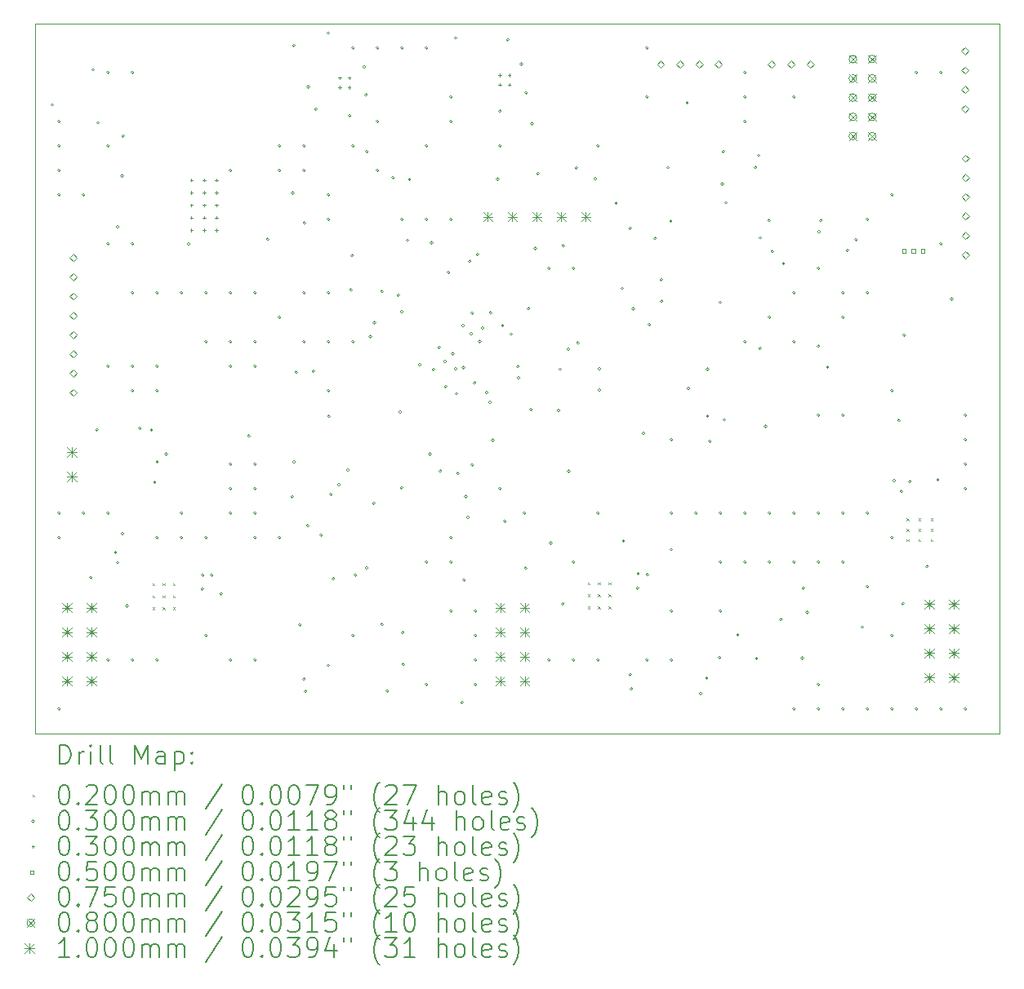
<source format=gbr>
%TF.GenerationSoftware,KiCad,Pcbnew,8.0.1*%
%TF.CreationDate,2024-05-07T00:12:37+05:00*%
%TF.ProjectId,MyVesc,4d795665-7363-42e6-9b69-6361645f7063,rev?*%
%TF.SameCoordinates,Original*%
%TF.FileFunction,Drillmap*%
%TF.FilePolarity,Positive*%
%FSLAX45Y45*%
G04 Gerber Fmt 4.5, Leading zero omitted, Abs format (unit mm)*
G04 Created by KiCad (PCBNEW 8.0.1) date 2024-05-07 00:12:37*
%MOMM*%
%LPD*%
G01*
G04 APERTURE LIST*
%ADD10C,0.050000*%
%ADD11C,0.200000*%
%ADD12C,0.100000*%
G04 APERTURE END LIST*
D10*
X20200000Y-8342500D02*
X30200000Y-8342500D01*
X30200000Y-15710000D01*
X20200000Y-15710000D01*
X20200000Y-8342500D01*
D11*
D12*
X21420042Y-14149000D02*
X21440042Y-14169000D01*
X21440042Y-14149000D02*
X21420042Y-14169000D01*
X21420042Y-14274000D02*
X21440042Y-14294000D01*
X21440042Y-14274000D02*
X21420042Y-14294000D01*
X21420042Y-14399000D02*
X21440042Y-14419000D01*
X21440042Y-14399000D02*
X21420042Y-14419000D01*
X21527542Y-14149000D02*
X21547542Y-14169000D01*
X21547542Y-14149000D02*
X21527542Y-14169000D01*
X21527542Y-14274000D02*
X21547542Y-14294000D01*
X21547542Y-14274000D02*
X21527542Y-14294000D01*
X21527542Y-14399000D02*
X21547542Y-14419000D01*
X21547542Y-14399000D02*
X21527542Y-14419000D01*
X21635042Y-14149000D02*
X21655042Y-14169000D01*
X21655042Y-14149000D02*
X21635042Y-14169000D01*
X21635042Y-14274000D02*
X21655042Y-14294000D01*
X21655042Y-14274000D02*
X21635042Y-14294000D01*
X21635042Y-14399000D02*
X21655042Y-14419000D01*
X21655042Y-14399000D02*
X21635042Y-14419000D01*
X25933542Y-14139000D02*
X25953542Y-14159000D01*
X25953542Y-14139000D02*
X25933542Y-14159000D01*
X25933542Y-14264000D02*
X25953542Y-14284000D01*
X25953542Y-14264000D02*
X25933542Y-14284000D01*
X25933542Y-14389000D02*
X25953542Y-14409000D01*
X25953542Y-14389000D02*
X25933542Y-14409000D01*
X26041042Y-14139000D02*
X26061042Y-14159000D01*
X26061042Y-14139000D02*
X26041042Y-14159000D01*
X26041042Y-14264000D02*
X26061042Y-14284000D01*
X26061042Y-14264000D02*
X26041042Y-14284000D01*
X26041042Y-14389000D02*
X26061042Y-14409000D01*
X26061042Y-14389000D02*
X26041042Y-14409000D01*
X26148542Y-14139000D02*
X26168542Y-14159000D01*
X26168542Y-14139000D02*
X26148542Y-14159000D01*
X26148542Y-14264000D02*
X26168542Y-14284000D01*
X26168542Y-14264000D02*
X26148542Y-14284000D01*
X26148542Y-14389000D02*
X26168542Y-14409000D01*
X26168542Y-14389000D02*
X26148542Y-14409000D01*
X29240000Y-13477500D02*
X29260000Y-13497500D01*
X29260000Y-13477500D02*
X29240000Y-13497500D01*
X29240000Y-13585000D02*
X29260000Y-13605000D01*
X29260000Y-13585000D02*
X29240000Y-13605000D01*
X29240000Y-13692500D02*
X29260000Y-13712500D01*
X29260000Y-13692500D02*
X29240000Y-13712500D01*
X29365000Y-13477500D02*
X29385000Y-13497500D01*
X29385000Y-13477500D02*
X29365000Y-13497500D01*
X29365000Y-13585000D02*
X29385000Y-13605000D01*
X29385000Y-13585000D02*
X29365000Y-13605000D01*
X29365000Y-13692500D02*
X29385000Y-13712500D01*
X29385000Y-13692500D02*
X29365000Y-13712500D01*
X29490000Y-13477500D02*
X29510000Y-13497500D01*
X29510000Y-13477500D02*
X29490000Y-13497500D01*
X29490000Y-13585000D02*
X29510000Y-13605000D01*
X29510000Y-13585000D02*
X29490000Y-13605000D01*
X29490000Y-13692500D02*
X29510000Y-13712500D01*
X29510000Y-13692500D02*
X29490000Y-13712500D01*
X20397500Y-9185000D02*
G75*
G02*
X20367500Y-9185000I-15000J0D01*
G01*
X20367500Y-9185000D02*
G75*
G02*
X20397500Y-9185000I15000J0D01*
G01*
X20466500Y-9356000D02*
G75*
G02*
X20436500Y-9356000I-15000J0D01*
G01*
X20436500Y-9356000D02*
G75*
G02*
X20466500Y-9356000I15000J0D01*
G01*
X20466500Y-9610000D02*
G75*
G02*
X20436500Y-9610000I-15000J0D01*
G01*
X20436500Y-9610000D02*
G75*
G02*
X20466500Y-9610000I15000J0D01*
G01*
X20466500Y-9864000D02*
G75*
G02*
X20436500Y-9864000I-15000J0D01*
G01*
X20436500Y-9864000D02*
G75*
G02*
X20466500Y-9864000I15000J0D01*
G01*
X20466500Y-10118000D02*
G75*
G02*
X20436500Y-10118000I-15000J0D01*
G01*
X20436500Y-10118000D02*
G75*
G02*
X20466500Y-10118000I15000J0D01*
G01*
X20466500Y-13420000D02*
G75*
G02*
X20436500Y-13420000I-15000J0D01*
G01*
X20436500Y-13420000D02*
G75*
G02*
X20466500Y-13420000I15000J0D01*
G01*
X20466500Y-13674000D02*
G75*
G02*
X20436500Y-13674000I-15000J0D01*
G01*
X20436500Y-13674000D02*
G75*
G02*
X20466500Y-13674000I15000J0D01*
G01*
X20466500Y-15452000D02*
G75*
G02*
X20436500Y-15452000I-15000J0D01*
G01*
X20436500Y-15452000D02*
G75*
G02*
X20466500Y-15452000I15000J0D01*
G01*
X20720500Y-10118000D02*
G75*
G02*
X20690500Y-10118000I-15000J0D01*
G01*
X20690500Y-10118000D02*
G75*
G02*
X20720500Y-10118000I15000J0D01*
G01*
X20720500Y-13420000D02*
G75*
G02*
X20690500Y-13420000I-15000J0D01*
G01*
X20690500Y-13420000D02*
G75*
G02*
X20720500Y-13420000I15000J0D01*
G01*
X20795042Y-14089000D02*
G75*
G02*
X20765042Y-14089000I-15000J0D01*
G01*
X20765042Y-14089000D02*
G75*
G02*
X20795042Y-14089000I15000J0D01*
G01*
X20820000Y-8820000D02*
G75*
G02*
X20790000Y-8820000I-15000J0D01*
G01*
X20790000Y-8820000D02*
G75*
G02*
X20820000Y-8820000I15000J0D01*
G01*
X20860000Y-12555000D02*
G75*
G02*
X20830000Y-12555000I-15000J0D01*
G01*
X20830000Y-12555000D02*
G75*
G02*
X20860000Y-12555000I15000J0D01*
G01*
X20870000Y-9370000D02*
G75*
G02*
X20840000Y-9370000I-15000J0D01*
G01*
X20840000Y-9370000D02*
G75*
G02*
X20870000Y-9370000I15000J0D01*
G01*
X20974500Y-8848000D02*
G75*
G02*
X20944500Y-8848000I-15000J0D01*
G01*
X20944500Y-8848000D02*
G75*
G02*
X20974500Y-8848000I15000J0D01*
G01*
X20974500Y-9610000D02*
G75*
G02*
X20944500Y-9610000I-15000J0D01*
G01*
X20944500Y-9610000D02*
G75*
G02*
X20974500Y-9610000I15000J0D01*
G01*
X20974500Y-10626000D02*
G75*
G02*
X20944500Y-10626000I-15000J0D01*
G01*
X20944500Y-10626000D02*
G75*
G02*
X20974500Y-10626000I15000J0D01*
G01*
X20974500Y-11896000D02*
G75*
G02*
X20944500Y-11896000I-15000J0D01*
G01*
X20944500Y-11896000D02*
G75*
G02*
X20974500Y-11896000I15000J0D01*
G01*
X20974500Y-13420000D02*
G75*
G02*
X20944500Y-13420000I-15000J0D01*
G01*
X20944500Y-13420000D02*
G75*
G02*
X20974500Y-13420000I15000J0D01*
G01*
X20974500Y-14944000D02*
G75*
G02*
X20944500Y-14944000I-15000J0D01*
G01*
X20944500Y-14944000D02*
G75*
G02*
X20974500Y-14944000I15000J0D01*
G01*
X21051042Y-13829000D02*
G75*
G02*
X21021042Y-13829000I-15000J0D01*
G01*
X21021042Y-13829000D02*
G75*
G02*
X21051042Y-13829000I15000J0D01*
G01*
X21072500Y-13935000D02*
G75*
G02*
X21042500Y-13935000I-15000J0D01*
G01*
X21042500Y-13935000D02*
G75*
G02*
X21072500Y-13935000I15000J0D01*
G01*
X21075000Y-10450000D02*
G75*
G02*
X21045000Y-10450000I-15000J0D01*
G01*
X21045000Y-10450000D02*
G75*
G02*
X21075000Y-10450000I15000J0D01*
G01*
X21120000Y-9920000D02*
G75*
G02*
X21090000Y-9920000I-15000J0D01*
G01*
X21090000Y-9920000D02*
G75*
G02*
X21120000Y-9920000I15000J0D01*
G01*
X21125000Y-13632750D02*
G75*
G02*
X21095000Y-13632750I-15000J0D01*
G01*
X21095000Y-13632750D02*
G75*
G02*
X21125000Y-13632750I15000J0D01*
G01*
X21130000Y-9510000D02*
G75*
G02*
X21100000Y-9510000I-15000J0D01*
G01*
X21100000Y-9510000D02*
G75*
G02*
X21130000Y-9510000I15000J0D01*
G01*
X21171042Y-14384000D02*
G75*
G02*
X21141042Y-14384000I-15000J0D01*
G01*
X21141042Y-14384000D02*
G75*
G02*
X21171042Y-14384000I15000J0D01*
G01*
X21228500Y-8848000D02*
G75*
G02*
X21198500Y-8848000I-15000J0D01*
G01*
X21198500Y-8848000D02*
G75*
G02*
X21228500Y-8848000I15000J0D01*
G01*
X21228500Y-10626000D02*
G75*
G02*
X21198500Y-10626000I-15000J0D01*
G01*
X21198500Y-10626000D02*
G75*
G02*
X21228500Y-10626000I15000J0D01*
G01*
X21228500Y-11134000D02*
G75*
G02*
X21198500Y-11134000I-15000J0D01*
G01*
X21198500Y-11134000D02*
G75*
G02*
X21228500Y-11134000I15000J0D01*
G01*
X21228500Y-11896000D02*
G75*
G02*
X21198500Y-11896000I-15000J0D01*
G01*
X21198500Y-11896000D02*
G75*
G02*
X21228500Y-11896000I15000J0D01*
G01*
X21228500Y-12150000D02*
G75*
G02*
X21198500Y-12150000I-15000J0D01*
G01*
X21198500Y-12150000D02*
G75*
G02*
X21228500Y-12150000I15000J0D01*
G01*
X21228500Y-14944000D02*
G75*
G02*
X21198500Y-14944000I-15000J0D01*
G01*
X21198500Y-14944000D02*
G75*
G02*
X21228500Y-14944000I15000J0D01*
G01*
X21305000Y-12540000D02*
G75*
G02*
X21275000Y-12540000I-15000J0D01*
G01*
X21275000Y-12540000D02*
G75*
G02*
X21305000Y-12540000I15000J0D01*
G01*
X21425000Y-12560000D02*
G75*
G02*
X21395000Y-12560000I-15000J0D01*
G01*
X21395000Y-12560000D02*
G75*
G02*
X21425000Y-12560000I15000J0D01*
G01*
X21460000Y-13100000D02*
G75*
G02*
X21430000Y-13100000I-15000J0D01*
G01*
X21430000Y-13100000D02*
G75*
G02*
X21460000Y-13100000I15000J0D01*
G01*
X21482500Y-11134000D02*
G75*
G02*
X21452500Y-11134000I-15000J0D01*
G01*
X21452500Y-11134000D02*
G75*
G02*
X21482500Y-11134000I15000J0D01*
G01*
X21482500Y-11896000D02*
G75*
G02*
X21452500Y-11896000I-15000J0D01*
G01*
X21452500Y-11896000D02*
G75*
G02*
X21482500Y-11896000I15000J0D01*
G01*
X21482500Y-12150000D02*
G75*
G02*
X21452500Y-12150000I-15000J0D01*
G01*
X21452500Y-12150000D02*
G75*
G02*
X21482500Y-12150000I15000J0D01*
G01*
X21482500Y-13674000D02*
G75*
G02*
X21452500Y-13674000I-15000J0D01*
G01*
X21452500Y-13674000D02*
G75*
G02*
X21482500Y-13674000I15000J0D01*
G01*
X21482500Y-14944000D02*
G75*
G02*
X21452500Y-14944000I-15000J0D01*
G01*
X21452500Y-14944000D02*
G75*
G02*
X21482500Y-14944000I15000J0D01*
G01*
X21485000Y-12890000D02*
G75*
G02*
X21455000Y-12890000I-15000J0D01*
G01*
X21455000Y-12890000D02*
G75*
G02*
X21485000Y-12890000I15000J0D01*
G01*
X21577500Y-12810000D02*
G75*
G02*
X21547500Y-12810000I-15000J0D01*
G01*
X21547500Y-12810000D02*
G75*
G02*
X21577500Y-12810000I15000J0D01*
G01*
X21736500Y-11134000D02*
G75*
G02*
X21706500Y-11134000I-15000J0D01*
G01*
X21706500Y-11134000D02*
G75*
G02*
X21736500Y-11134000I15000J0D01*
G01*
X21736500Y-13420000D02*
G75*
G02*
X21706500Y-13420000I-15000J0D01*
G01*
X21706500Y-13420000D02*
G75*
G02*
X21736500Y-13420000I15000J0D01*
G01*
X21736500Y-13674000D02*
G75*
G02*
X21706500Y-13674000I-15000J0D01*
G01*
X21706500Y-13674000D02*
G75*
G02*
X21736500Y-13674000I15000J0D01*
G01*
X21810000Y-10630000D02*
G75*
G02*
X21780000Y-10630000I-15000J0D01*
G01*
X21780000Y-10630000D02*
G75*
G02*
X21810000Y-10630000I15000J0D01*
G01*
X21952542Y-14209000D02*
G75*
G02*
X21922542Y-14209000I-15000J0D01*
G01*
X21922542Y-14209000D02*
G75*
G02*
X21952542Y-14209000I15000J0D01*
G01*
X21956042Y-14064000D02*
G75*
G02*
X21926042Y-14064000I-15000J0D01*
G01*
X21926042Y-14064000D02*
G75*
G02*
X21956042Y-14064000I15000J0D01*
G01*
X21990500Y-11134000D02*
G75*
G02*
X21960500Y-11134000I-15000J0D01*
G01*
X21960500Y-11134000D02*
G75*
G02*
X21990500Y-11134000I15000J0D01*
G01*
X21990500Y-11642000D02*
G75*
G02*
X21960500Y-11642000I-15000J0D01*
G01*
X21960500Y-11642000D02*
G75*
G02*
X21990500Y-11642000I15000J0D01*
G01*
X21990500Y-13674000D02*
G75*
G02*
X21960500Y-13674000I-15000J0D01*
G01*
X21960500Y-13674000D02*
G75*
G02*
X21990500Y-13674000I15000J0D01*
G01*
X21990500Y-14690000D02*
G75*
G02*
X21960500Y-14690000I-15000J0D01*
G01*
X21960500Y-14690000D02*
G75*
G02*
X21990500Y-14690000I15000J0D01*
G01*
X22051042Y-14064000D02*
G75*
G02*
X22021042Y-14064000I-15000J0D01*
G01*
X22021042Y-14064000D02*
G75*
G02*
X22051042Y-14064000I15000J0D01*
G01*
X22147500Y-14260000D02*
G75*
G02*
X22117500Y-14260000I-15000J0D01*
G01*
X22117500Y-14260000D02*
G75*
G02*
X22147500Y-14260000I15000J0D01*
G01*
X22244500Y-9864000D02*
G75*
G02*
X22214500Y-9864000I-15000J0D01*
G01*
X22214500Y-9864000D02*
G75*
G02*
X22244500Y-9864000I15000J0D01*
G01*
X22244500Y-11134000D02*
G75*
G02*
X22214500Y-11134000I-15000J0D01*
G01*
X22214500Y-11134000D02*
G75*
G02*
X22244500Y-11134000I15000J0D01*
G01*
X22244500Y-11642000D02*
G75*
G02*
X22214500Y-11642000I-15000J0D01*
G01*
X22214500Y-11642000D02*
G75*
G02*
X22244500Y-11642000I15000J0D01*
G01*
X22244500Y-11896000D02*
G75*
G02*
X22214500Y-11896000I-15000J0D01*
G01*
X22214500Y-11896000D02*
G75*
G02*
X22244500Y-11896000I15000J0D01*
G01*
X22244500Y-12912000D02*
G75*
G02*
X22214500Y-12912000I-15000J0D01*
G01*
X22214500Y-12912000D02*
G75*
G02*
X22244500Y-12912000I15000J0D01*
G01*
X22244500Y-13166000D02*
G75*
G02*
X22214500Y-13166000I-15000J0D01*
G01*
X22214500Y-13166000D02*
G75*
G02*
X22244500Y-13166000I15000J0D01*
G01*
X22244500Y-13420000D02*
G75*
G02*
X22214500Y-13420000I-15000J0D01*
G01*
X22214500Y-13420000D02*
G75*
G02*
X22244500Y-13420000I15000J0D01*
G01*
X22244500Y-14944000D02*
G75*
G02*
X22214500Y-14944000I-15000J0D01*
G01*
X22214500Y-14944000D02*
G75*
G02*
X22244500Y-14944000I15000J0D01*
G01*
X22435000Y-12620000D02*
G75*
G02*
X22405000Y-12620000I-15000J0D01*
G01*
X22405000Y-12620000D02*
G75*
G02*
X22435000Y-12620000I15000J0D01*
G01*
X22498500Y-11134000D02*
G75*
G02*
X22468500Y-11134000I-15000J0D01*
G01*
X22468500Y-11134000D02*
G75*
G02*
X22498500Y-11134000I15000J0D01*
G01*
X22498500Y-11642000D02*
G75*
G02*
X22468500Y-11642000I-15000J0D01*
G01*
X22468500Y-11642000D02*
G75*
G02*
X22498500Y-11642000I15000J0D01*
G01*
X22498500Y-11896000D02*
G75*
G02*
X22468500Y-11896000I-15000J0D01*
G01*
X22468500Y-11896000D02*
G75*
G02*
X22498500Y-11896000I15000J0D01*
G01*
X22498500Y-12912000D02*
G75*
G02*
X22468500Y-12912000I-15000J0D01*
G01*
X22468500Y-12912000D02*
G75*
G02*
X22498500Y-12912000I15000J0D01*
G01*
X22498500Y-13166000D02*
G75*
G02*
X22468500Y-13166000I-15000J0D01*
G01*
X22468500Y-13166000D02*
G75*
G02*
X22498500Y-13166000I15000J0D01*
G01*
X22498500Y-13420000D02*
G75*
G02*
X22468500Y-13420000I-15000J0D01*
G01*
X22468500Y-13420000D02*
G75*
G02*
X22498500Y-13420000I15000J0D01*
G01*
X22498500Y-13674000D02*
G75*
G02*
X22468500Y-13674000I-15000J0D01*
G01*
X22468500Y-13674000D02*
G75*
G02*
X22498500Y-13674000I15000J0D01*
G01*
X22498500Y-14944000D02*
G75*
G02*
X22468500Y-14944000I-15000J0D01*
G01*
X22468500Y-14944000D02*
G75*
G02*
X22498500Y-14944000I15000J0D01*
G01*
X22630000Y-10580000D02*
G75*
G02*
X22600000Y-10580000I-15000J0D01*
G01*
X22600000Y-10580000D02*
G75*
G02*
X22630000Y-10580000I15000J0D01*
G01*
X22752500Y-9610000D02*
G75*
G02*
X22722500Y-9610000I-15000J0D01*
G01*
X22722500Y-9610000D02*
G75*
G02*
X22752500Y-9610000I15000J0D01*
G01*
X22752500Y-9864000D02*
G75*
G02*
X22722500Y-9864000I-15000J0D01*
G01*
X22722500Y-9864000D02*
G75*
G02*
X22752500Y-9864000I15000J0D01*
G01*
X22752500Y-11388000D02*
G75*
G02*
X22722500Y-11388000I-15000J0D01*
G01*
X22722500Y-11388000D02*
G75*
G02*
X22752500Y-11388000I15000J0D01*
G01*
X22752500Y-13674000D02*
G75*
G02*
X22722500Y-13674000I-15000J0D01*
G01*
X22722500Y-13674000D02*
G75*
G02*
X22752500Y-13674000I15000J0D01*
G01*
X22884250Y-13250750D02*
G75*
G02*
X22854250Y-13250750I-15000J0D01*
G01*
X22854250Y-13250750D02*
G75*
G02*
X22884250Y-13250750I15000J0D01*
G01*
X22890000Y-10100000D02*
G75*
G02*
X22860000Y-10100000I-15000J0D01*
G01*
X22860000Y-10100000D02*
G75*
G02*
X22890000Y-10100000I15000J0D01*
G01*
X22900000Y-8570000D02*
G75*
G02*
X22870000Y-8570000I-15000J0D01*
G01*
X22870000Y-8570000D02*
G75*
G02*
X22900000Y-8570000I15000J0D01*
G01*
X22901750Y-12890000D02*
G75*
G02*
X22871750Y-12890000I-15000J0D01*
G01*
X22871750Y-12890000D02*
G75*
G02*
X22901750Y-12890000I15000J0D01*
G01*
X22925000Y-11960000D02*
G75*
G02*
X22895000Y-11960000I-15000J0D01*
G01*
X22895000Y-11960000D02*
G75*
G02*
X22925000Y-11960000I15000J0D01*
G01*
X22965000Y-14580000D02*
G75*
G02*
X22935000Y-14580000I-15000J0D01*
G01*
X22935000Y-14580000D02*
G75*
G02*
X22965000Y-14580000I15000J0D01*
G01*
X23006458Y-15143500D02*
G75*
G02*
X22976458Y-15143500I-15000J0D01*
G01*
X22976458Y-15143500D02*
G75*
G02*
X23006458Y-15143500I15000J0D01*
G01*
X23006500Y-9610000D02*
G75*
G02*
X22976500Y-9610000I-15000J0D01*
G01*
X22976500Y-9610000D02*
G75*
G02*
X23006500Y-9610000I15000J0D01*
G01*
X23006500Y-9864000D02*
G75*
G02*
X22976500Y-9864000I-15000J0D01*
G01*
X22976500Y-9864000D02*
G75*
G02*
X23006500Y-9864000I15000J0D01*
G01*
X23006500Y-11134000D02*
G75*
G02*
X22976500Y-11134000I-15000J0D01*
G01*
X22976500Y-11134000D02*
G75*
G02*
X23006500Y-11134000I15000J0D01*
G01*
X23006500Y-11642000D02*
G75*
G02*
X22976500Y-11642000I-15000J0D01*
G01*
X22976500Y-11642000D02*
G75*
G02*
X23006500Y-11642000I15000J0D01*
G01*
X23010000Y-10410000D02*
G75*
G02*
X22980000Y-10410000I-15000J0D01*
G01*
X22980000Y-10410000D02*
G75*
G02*
X23010000Y-10410000I15000J0D01*
G01*
X23022500Y-15270000D02*
G75*
G02*
X22992500Y-15270000I-15000J0D01*
G01*
X22992500Y-15270000D02*
G75*
G02*
X23022500Y-15270000I15000J0D01*
G01*
X23043250Y-13550750D02*
G75*
G02*
X23013250Y-13550750I-15000J0D01*
G01*
X23013250Y-13550750D02*
G75*
G02*
X23043250Y-13550750I15000J0D01*
G01*
X23050000Y-9000000D02*
G75*
G02*
X23020000Y-9000000I-15000J0D01*
G01*
X23020000Y-9000000D02*
G75*
G02*
X23050000Y-9000000I15000J0D01*
G01*
X23105000Y-11946213D02*
G75*
G02*
X23075000Y-11946213I-15000J0D01*
G01*
X23075000Y-11946213D02*
G75*
G02*
X23105000Y-11946213I15000J0D01*
G01*
X23130000Y-9230000D02*
G75*
G02*
X23100000Y-9230000I-15000J0D01*
G01*
X23100000Y-9230000D02*
G75*
G02*
X23130000Y-9230000I15000J0D01*
G01*
X23184250Y-13650750D02*
G75*
G02*
X23154250Y-13650750I-15000J0D01*
G01*
X23154250Y-13650750D02*
G75*
G02*
X23184250Y-13650750I15000J0D01*
G01*
X23257500Y-15001000D02*
G75*
G02*
X23227500Y-15001000I-15000J0D01*
G01*
X23227500Y-15001000D02*
G75*
G02*
X23257500Y-15001000I15000J0D01*
G01*
X23260000Y-8440000D02*
G75*
G02*
X23230000Y-8440000I-15000J0D01*
G01*
X23230000Y-8440000D02*
G75*
G02*
X23260000Y-8440000I15000J0D01*
G01*
X23260500Y-10118000D02*
G75*
G02*
X23230500Y-10118000I-15000J0D01*
G01*
X23230500Y-10118000D02*
G75*
G02*
X23260500Y-10118000I15000J0D01*
G01*
X23260500Y-10372000D02*
G75*
G02*
X23230500Y-10372000I-15000J0D01*
G01*
X23230500Y-10372000D02*
G75*
G02*
X23260500Y-10372000I15000J0D01*
G01*
X23260500Y-11134000D02*
G75*
G02*
X23230500Y-11134000I-15000J0D01*
G01*
X23230500Y-11134000D02*
G75*
G02*
X23260500Y-11134000I15000J0D01*
G01*
X23260500Y-11642000D02*
G75*
G02*
X23230500Y-11642000I-15000J0D01*
G01*
X23230500Y-11642000D02*
G75*
G02*
X23260500Y-11642000I15000J0D01*
G01*
X23260500Y-12150000D02*
G75*
G02*
X23230500Y-12150000I-15000J0D01*
G01*
X23230500Y-12150000D02*
G75*
G02*
X23260500Y-12150000I15000J0D01*
G01*
X23264342Y-12415403D02*
G75*
G02*
X23234342Y-12415403I-15000J0D01*
G01*
X23234342Y-12415403D02*
G75*
G02*
X23264342Y-12415403I15000J0D01*
G01*
X23284250Y-13225750D02*
G75*
G02*
X23254250Y-13225750I-15000J0D01*
G01*
X23254250Y-13225750D02*
G75*
G02*
X23284250Y-13225750I15000J0D01*
G01*
X23312500Y-14102500D02*
G75*
G02*
X23282500Y-14102500I-15000J0D01*
G01*
X23282500Y-14102500D02*
G75*
G02*
X23312500Y-14102500I15000J0D01*
G01*
X23367822Y-13125750D02*
G75*
G02*
X23337822Y-13125750I-15000J0D01*
G01*
X23337822Y-13125750D02*
G75*
G02*
X23367822Y-13125750I15000J0D01*
G01*
X23461750Y-12975750D02*
G75*
G02*
X23431750Y-12975750I-15000J0D01*
G01*
X23431750Y-12975750D02*
G75*
G02*
X23461750Y-12975750I15000J0D01*
G01*
X23480000Y-9297500D02*
G75*
G02*
X23450000Y-9297500I-15000J0D01*
G01*
X23450000Y-9297500D02*
G75*
G02*
X23480000Y-9297500I15000J0D01*
G01*
X23493407Y-11104864D02*
G75*
G02*
X23463407Y-11104864I-15000J0D01*
G01*
X23463407Y-11104864D02*
G75*
G02*
X23493407Y-11104864I15000J0D01*
G01*
X23505000Y-10750000D02*
G75*
G02*
X23475000Y-10750000I-15000J0D01*
G01*
X23475000Y-10750000D02*
G75*
G02*
X23505000Y-10750000I15000J0D01*
G01*
X23514500Y-8594000D02*
G75*
G02*
X23484500Y-8594000I-15000J0D01*
G01*
X23484500Y-8594000D02*
G75*
G02*
X23514500Y-8594000I15000J0D01*
G01*
X23514500Y-9610000D02*
G75*
G02*
X23484500Y-9610000I-15000J0D01*
G01*
X23484500Y-9610000D02*
G75*
G02*
X23514500Y-9610000I15000J0D01*
G01*
X23514500Y-11642000D02*
G75*
G02*
X23484500Y-11642000I-15000J0D01*
G01*
X23484500Y-11642000D02*
G75*
G02*
X23514500Y-11642000I15000J0D01*
G01*
X23514500Y-14690000D02*
G75*
G02*
X23484500Y-14690000I-15000J0D01*
G01*
X23484500Y-14690000D02*
G75*
G02*
X23514500Y-14690000I15000J0D01*
G01*
X23540000Y-14065000D02*
G75*
G02*
X23510000Y-14065000I-15000J0D01*
G01*
X23510000Y-14065000D02*
G75*
G02*
X23540000Y-14065000I15000J0D01*
G01*
X23630000Y-8790000D02*
G75*
G02*
X23600000Y-8790000I-15000J0D01*
G01*
X23600000Y-8790000D02*
G75*
G02*
X23630000Y-8790000I15000J0D01*
G01*
X23650000Y-9080000D02*
G75*
G02*
X23620000Y-9080000I-15000J0D01*
G01*
X23620000Y-9080000D02*
G75*
G02*
X23650000Y-9080000I15000J0D01*
G01*
X23655000Y-13990000D02*
G75*
G02*
X23625000Y-13990000I-15000J0D01*
G01*
X23625000Y-13990000D02*
G75*
G02*
X23655000Y-13990000I15000J0D01*
G01*
X23660000Y-9670000D02*
G75*
G02*
X23630000Y-9670000I-15000J0D01*
G01*
X23630000Y-9670000D02*
G75*
G02*
X23660000Y-9670000I15000J0D01*
G01*
X23695000Y-11588579D02*
G75*
G02*
X23665000Y-11588579I-15000J0D01*
G01*
X23665000Y-11588579D02*
G75*
G02*
X23695000Y-11588579I15000J0D01*
G01*
X23730000Y-13317500D02*
G75*
G02*
X23700000Y-13317500I-15000J0D01*
G01*
X23700000Y-13317500D02*
G75*
G02*
X23730000Y-13317500I15000J0D01*
G01*
X23735000Y-11445000D02*
G75*
G02*
X23705000Y-11445000I-15000J0D01*
G01*
X23705000Y-11445000D02*
G75*
G02*
X23735000Y-11445000I15000J0D01*
G01*
X23768500Y-8594000D02*
G75*
G02*
X23738500Y-8594000I-15000J0D01*
G01*
X23738500Y-8594000D02*
G75*
G02*
X23768500Y-8594000I15000J0D01*
G01*
X23768500Y-9356000D02*
G75*
G02*
X23738500Y-9356000I-15000J0D01*
G01*
X23738500Y-9356000D02*
G75*
G02*
X23768500Y-9356000I15000J0D01*
G01*
X23768500Y-9864000D02*
G75*
G02*
X23738500Y-9864000I-15000J0D01*
G01*
X23738500Y-9864000D02*
G75*
G02*
X23768500Y-9864000I15000J0D01*
G01*
X23815000Y-11120000D02*
G75*
G02*
X23785000Y-11120000I-15000J0D01*
G01*
X23785000Y-11120000D02*
G75*
G02*
X23815000Y-11120000I15000J0D01*
G01*
X23815000Y-14575000D02*
G75*
G02*
X23785000Y-14575000I-15000J0D01*
G01*
X23785000Y-14575000D02*
G75*
G02*
X23815000Y-14575000I15000J0D01*
G01*
X23870000Y-15265000D02*
G75*
G02*
X23840000Y-15265000I-15000J0D01*
G01*
X23840000Y-15265000D02*
G75*
G02*
X23870000Y-15265000I15000J0D01*
G01*
X23930000Y-9940000D02*
G75*
G02*
X23900000Y-9940000I-15000J0D01*
G01*
X23900000Y-9940000D02*
G75*
G02*
X23930000Y-9940000I15000J0D01*
G01*
X23985000Y-11160000D02*
G75*
G02*
X23955000Y-11160000I-15000J0D01*
G01*
X23955000Y-11160000D02*
G75*
G02*
X23985000Y-11160000I15000J0D01*
G01*
X24002500Y-12372500D02*
G75*
G02*
X23972500Y-12372500I-15000J0D01*
G01*
X23972500Y-12372500D02*
G75*
G02*
X24002500Y-12372500I15000J0D01*
G01*
X24017500Y-13157500D02*
G75*
G02*
X23987500Y-13157500I-15000J0D01*
G01*
X23987500Y-13157500D02*
G75*
G02*
X24017500Y-13157500I15000J0D01*
G01*
X24020000Y-11330000D02*
G75*
G02*
X23990000Y-11330000I-15000J0D01*
G01*
X23990000Y-11330000D02*
G75*
G02*
X24020000Y-11330000I15000J0D01*
G01*
X24022500Y-8594000D02*
G75*
G02*
X23992500Y-8594000I-15000J0D01*
G01*
X23992500Y-8594000D02*
G75*
G02*
X24022500Y-8594000I15000J0D01*
G01*
X24022500Y-10372000D02*
G75*
G02*
X23992500Y-10372000I-15000J0D01*
G01*
X23992500Y-10372000D02*
G75*
G02*
X24022500Y-10372000I15000J0D01*
G01*
X24030000Y-14660000D02*
G75*
G02*
X24000000Y-14660000I-15000J0D01*
G01*
X24000000Y-14660000D02*
G75*
G02*
X24030000Y-14660000I15000J0D01*
G01*
X24035000Y-14990000D02*
G75*
G02*
X24005000Y-14990000I-15000J0D01*
G01*
X24005000Y-14990000D02*
G75*
G02*
X24035000Y-14990000I15000J0D01*
G01*
X24080000Y-10590000D02*
G75*
G02*
X24050000Y-10590000I-15000J0D01*
G01*
X24050000Y-10590000D02*
G75*
G02*
X24080000Y-10590000I15000J0D01*
G01*
X24100000Y-9960000D02*
G75*
G02*
X24070000Y-9960000I-15000J0D01*
G01*
X24070000Y-9960000D02*
G75*
G02*
X24100000Y-9960000I15000J0D01*
G01*
X24206533Y-11881213D02*
G75*
G02*
X24176533Y-11881213I-15000J0D01*
G01*
X24176533Y-11881213D02*
G75*
G02*
X24206533Y-11881213I15000J0D01*
G01*
X24276500Y-8594000D02*
G75*
G02*
X24246500Y-8594000I-15000J0D01*
G01*
X24246500Y-8594000D02*
G75*
G02*
X24276500Y-8594000I15000J0D01*
G01*
X24276500Y-9610000D02*
G75*
G02*
X24246500Y-9610000I-15000J0D01*
G01*
X24246500Y-9610000D02*
G75*
G02*
X24276500Y-9610000I15000J0D01*
G01*
X24276500Y-10372000D02*
G75*
G02*
X24246500Y-10372000I-15000J0D01*
G01*
X24246500Y-10372000D02*
G75*
G02*
X24276500Y-10372000I15000J0D01*
G01*
X24276500Y-13928000D02*
G75*
G02*
X24246500Y-13928000I-15000J0D01*
G01*
X24246500Y-13928000D02*
G75*
G02*
X24276500Y-13928000I15000J0D01*
G01*
X24276500Y-15198000D02*
G75*
G02*
X24246500Y-15198000I-15000J0D01*
G01*
X24246500Y-15198000D02*
G75*
G02*
X24276500Y-15198000I15000J0D01*
G01*
X24312599Y-12807523D02*
G75*
G02*
X24282599Y-12807523I-15000J0D01*
G01*
X24282599Y-12807523D02*
G75*
G02*
X24312599Y-12807523I15000J0D01*
G01*
X24330000Y-10615000D02*
G75*
G02*
X24300000Y-10615000I-15000J0D01*
G01*
X24300000Y-10615000D02*
G75*
G02*
X24330000Y-10615000I15000J0D01*
G01*
X24350000Y-11930000D02*
G75*
G02*
X24320000Y-11930000I-15000J0D01*
G01*
X24320000Y-11930000D02*
G75*
G02*
X24350000Y-11930000I15000J0D01*
G01*
X24407500Y-11702500D02*
G75*
G02*
X24377500Y-11702500I-15000J0D01*
G01*
X24377500Y-11702500D02*
G75*
G02*
X24407500Y-11702500I15000J0D01*
G01*
X24420000Y-12985000D02*
G75*
G02*
X24390000Y-12985000I-15000J0D01*
G01*
X24390000Y-12985000D02*
G75*
G02*
X24420000Y-12985000I15000J0D01*
G01*
X24470190Y-11847886D02*
G75*
G02*
X24440190Y-11847886I-15000J0D01*
G01*
X24440190Y-11847886D02*
G75*
G02*
X24470190Y-11847886I15000J0D01*
G01*
X24475000Y-12107500D02*
G75*
G02*
X24445000Y-12107500I-15000J0D01*
G01*
X24445000Y-12107500D02*
G75*
G02*
X24475000Y-12107500I15000J0D01*
G01*
X24505000Y-10922500D02*
G75*
G02*
X24475000Y-10922500I-15000J0D01*
G01*
X24475000Y-10922500D02*
G75*
G02*
X24505000Y-10922500I15000J0D01*
G01*
X24530500Y-9102000D02*
G75*
G02*
X24500500Y-9102000I-15000J0D01*
G01*
X24500500Y-9102000D02*
G75*
G02*
X24530500Y-9102000I15000J0D01*
G01*
X24530500Y-9356000D02*
G75*
G02*
X24500500Y-9356000I-15000J0D01*
G01*
X24500500Y-9356000D02*
G75*
G02*
X24530500Y-9356000I15000J0D01*
G01*
X24530500Y-10372000D02*
G75*
G02*
X24500500Y-10372000I-15000J0D01*
G01*
X24500500Y-10372000D02*
G75*
G02*
X24530500Y-10372000I15000J0D01*
G01*
X24530500Y-13674000D02*
G75*
G02*
X24500500Y-13674000I-15000J0D01*
G01*
X24500500Y-13674000D02*
G75*
G02*
X24530500Y-13674000I15000J0D01*
G01*
X24530500Y-13928000D02*
G75*
G02*
X24500500Y-13928000I-15000J0D01*
G01*
X24500500Y-13928000D02*
G75*
G02*
X24530500Y-13928000I15000J0D01*
G01*
X24530500Y-14436000D02*
G75*
G02*
X24500500Y-14436000I-15000J0D01*
G01*
X24500500Y-14436000D02*
G75*
G02*
X24530500Y-14436000I15000J0D01*
G01*
X24549038Y-11769038D02*
G75*
G02*
X24519038Y-11769038I-15000J0D01*
G01*
X24519038Y-11769038D02*
G75*
G02*
X24549038Y-11769038I15000J0D01*
G01*
X24578462Y-11923462D02*
G75*
G02*
X24548462Y-11923462I-15000J0D01*
G01*
X24548462Y-11923462D02*
G75*
G02*
X24578462Y-11923462I15000J0D01*
G01*
X24580000Y-8490000D02*
G75*
G02*
X24550000Y-8490000I-15000J0D01*
G01*
X24550000Y-8490000D02*
G75*
G02*
X24580000Y-8490000I15000J0D01*
G01*
X24587500Y-12182500D02*
G75*
G02*
X24557500Y-12182500I-15000J0D01*
G01*
X24557500Y-12182500D02*
G75*
G02*
X24587500Y-12182500I15000J0D01*
G01*
X24602500Y-13010000D02*
G75*
G02*
X24572500Y-13010000I-15000J0D01*
G01*
X24572500Y-13010000D02*
G75*
G02*
X24602500Y-13010000I15000J0D01*
G01*
X24645000Y-15385000D02*
G75*
G02*
X24615000Y-15385000I-15000J0D01*
G01*
X24615000Y-15385000D02*
G75*
G02*
X24645000Y-15385000I15000J0D01*
G01*
X24655000Y-11475000D02*
G75*
G02*
X24625000Y-11475000I-15000J0D01*
G01*
X24625000Y-11475000D02*
G75*
G02*
X24655000Y-11475000I15000J0D01*
G01*
X24660000Y-11910000D02*
G75*
G02*
X24630000Y-11910000I-15000J0D01*
G01*
X24630000Y-11910000D02*
G75*
G02*
X24660000Y-11910000I15000J0D01*
G01*
X24665000Y-14115000D02*
G75*
G02*
X24635000Y-14115000I-15000J0D01*
G01*
X24635000Y-14115000D02*
G75*
G02*
X24665000Y-14115000I15000J0D01*
G01*
X24685000Y-13250000D02*
G75*
G02*
X24655000Y-13250000I-15000J0D01*
G01*
X24655000Y-13250000D02*
G75*
G02*
X24685000Y-13250000I15000J0D01*
G01*
X24705000Y-13465000D02*
G75*
G02*
X24675000Y-13465000I-15000J0D01*
G01*
X24675000Y-13465000D02*
G75*
G02*
X24705000Y-13465000I15000J0D01*
G01*
X24725000Y-10810000D02*
G75*
G02*
X24695000Y-10810000I-15000J0D01*
G01*
X24695000Y-10810000D02*
G75*
G02*
X24725000Y-10810000I15000J0D01*
G01*
X24740000Y-11560000D02*
G75*
G02*
X24710000Y-11560000I-15000J0D01*
G01*
X24710000Y-11560000D02*
G75*
G02*
X24740000Y-11560000I15000J0D01*
G01*
X24750000Y-11345000D02*
G75*
G02*
X24720000Y-11345000I-15000J0D01*
G01*
X24720000Y-11345000D02*
G75*
G02*
X24750000Y-11345000I15000J0D01*
G01*
X24751005Y-12920660D02*
G75*
G02*
X24721005Y-12920660I-15000J0D01*
G01*
X24721005Y-12920660D02*
G75*
G02*
X24751005Y-12920660I15000J0D01*
G01*
X24777500Y-12070000D02*
G75*
G02*
X24747500Y-12070000I-15000J0D01*
G01*
X24747500Y-12070000D02*
G75*
G02*
X24777500Y-12070000I15000J0D01*
G01*
X24784500Y-14436000D02*
G75*
G02*
X24754500Y-14436000I-15000J0D01*
G01*
X24754500Y-14436000D02*
G75*
G02*
X24784500Y-14436000I15000J0D01*
G01*
X24784500Y-14690000D02*
G75*
G02*
X24754500Y-14690000I-15000J0D01*
G01*
X24754500Y-14690000D02*
G75*
G02*
X24784500Y-14690000I15000J0D01*
G01*
X24784500Y-14944000D02*
G75*
G02*
X24754500Y-14944000I-15000J0D01*
G01*
X24754500Y-14944000D02*
G75*
G02*
X24784500Y-14944000I15000J0D01*
G01*
X24784500Y-15198000D02*
G75*
G02*
X24754500Y-15198000I-15000J0D01*
G01*
X24754500Y-15198000D02*
G75*
G02*
X24784500Y-15198000I15000J0D01*
G01*
X24805000Y-10737500D02*
G75*
G02*
X24775000Y-10737500I-15000J0D01*
G01*
X24775000Y-10737500D02*
G75*
G02*
X24805000Y-10737500I15000J0D01*
G01*
X24830000Y-11640000D02*
G75*
G02*
X24800000Y-11640000I-15000J0D01*
G01*
X24800000Y-11640000D02*
G75*
G02*
X24830000Y-11640000I15000J0D01*
G01*
X24860000Y-11500000D02*
G75*
G02*
X24830000Y-11500000I-15000J0D01*
G01*
X24830000Y-11500000D02*
G75*
G02*
X24860000Y-11500000I15000J0D01*
G01*
X24900000Y-12170000D02*
G75*
G02*
X24870000Y-12170000I-15000J0D01*
G01*
X24870000Y-12170000D02*
G75*
G02*
X24900000Y-12170000I15000J0D01*
G01*
X24935000Y-12270000D02*
G75*
G02*
X24905000Y-12270000I-15000J0D01*
G01*
X24905000Y-12270000D02*
G75*
G02*
X24935000Y-12270000I15000J0D01*
G01*
X24942500Y-11342500D02*
G75*
G02*
X24912500Y-11342500I-15000J0D01*
G01*
X24912500Y-11342500D02*
G75*
G02*
X24942500Y-11342500I15000J0D01*
G01*
X24962500Y-12665000D02*
G75*
G02*
X24932500Y-12665000I-15000J0D01*
G01*
X24932500Y-12665000D02*
G75*
G02*
X24962500Y-12665000I15000J0D01*
G01*
X25015000Y-9957500D02*
G75*
G02*
X24985000Y-9957500I-15000J0D01*
G01*
X24985000Y-9957500D02*
G75*
G02*
X25015000Y-9957500I15000J0D01*
G01*
X25037500Y-9250000D02*
G75*
G02*
X25007500Y-9250000I-15000J0D01*
G01*
X25007500Y-9250000D02*
G75*
G02*
X25037500Y-9250000I15000J0D01*
G01*
X25038500Y-9610000D02*
G75*
G02*
X25008500Y-9610000I-15000J0D01*
G01*
X25008500Y-9610000D02*
G75*
G02*
X25038500Y-9610000I15000J0D01*
G01*
X25038500Y-13166000D02*
G75*
G02*
X25008500Y-13166000I-15000J0D01*
G01*
X25008500Y-13166000D02*
G75*
G02*
X25038500Y-13166000I15000J0D01*
G01*
X25066804Y-11475000D02*
G75*
G02*
X25036804Y-11475000I-15000J0D01*
G01*
X25036804Y-11475000D02*
G75*
G02*
X25066804Y-11475000I15000J0D01*
G01*
X25090000Y-13505000D02*
G75*
G02*
X25060000Y-13505000I-15000J0D01*
G01*
X25060000Y-13505000D02*
G75*
G02*
X25090000Y-13505000I15000J0D01*
G01*
X25120000Y-8510000D02*
G75*
G02*
X25090000Y-8510000I-15000J0D01*
G01*
X25090000Y-8510000D02*
G75*
G02*
X25120000Y-8510000I15000J0D01*
G01*
X25155000Y-11563076D02*
G75*
G02*
X25125000Y-11563076I-15000J0D01*
G01*
X25125000Y-11563076D02*
G75*
G02*
X25155000Y-11563076I15000J0D01*
G01*
X25225000Y-11900000D02*
G75*
G02*
X25195000Y-11900000I-15000J0D01*
G01*
X25195000Y-11900000D02*
G75*
G02*
X25225000Y-11900000I15000J0D01*
G01*
X25230000Y-12017500D02*
G75*
G02*
X25200000Y-12017500I-15000J0D01*
G01*
X25200000Y-12017500D02*
G75*
G02*
X25230000Y-12017500I15000J0D01*
G01*
X25260000Y-8760000D02*
G75*
G02*
X25230000Y-8760000I-15000J0D01*
G01*
X25230000Y-8760000D02*
G75*
G02*
X25260000Y-8760000I15000J0D01*
G01*
X25292500Y-13420000D02*
G75*
G02*
X25262500Y-13420000I-15000J0D01*
G01*
X25262500Y-13420000D02*
G75*
G02*
X25292500Y-13420000I15000J0D01*
G01*
X25303542Y-13991500D02*
G75*
G02*
X25273542Y-13991500I-15000J0D01*
G01*
X25273542Y-13991500D02*
G75*
G02*
X25303542Y-13991500I15000J0D01*
G01*
X25310000Y-9060000D02*
G75*
G02*
X25280000Y-9060000I-15000J0D01*
G01*
X25280000Y-9060000D02*
G75*
G02*
X25310000Y-9060000I15000J0D01*
G01*
X25335000Y-11300000D02*
G75*
G02*
X25305000Y-11300000I-15000J0D01*
G01*
X25305000Y-11300000D02*
G75*
G02*
X25335000Y-11300000I15000J0D01*
G01*
X25360000Y-12345000D02*
G75*
G02*
X25330000Y-12345000I-15000J0D01*
G01*
X25330000Y-12345000D02*
G75*
G02*
X25360000Y-12345000I15000J0D01*
G01*
X25370000Y-9380000D02*
G75*
G02*
X25340000Y-9380000I-15000J0D01*
G01*
X25340000Y-9380000D02*
G75*
G02*
X25370000Y-9380000I15000J0D01*
G01*
X25405000Y-10675000D02*
G75*
G02*
X25375000Y-10675000I-15000J0D01*
G01*
X25375000Y-10675000D02*
G75*
G02*
X25405000Y-10675000I15000J0D01*
G01*
X25432500Y-9897500D02*
G75*
G02*
X25402500Y-9897500I-15000J0D01*
G01*
X25402500Y-9897500D02*
G75*
G02*
X25432500Y-9897500I15000J0D01*
G01*
X25546500Y-10880000D02*
G75*
G02*
X25516500Y-10880000I-15000J0D01*
G01*
X25516500Y-10880000D02*
G75*
G02*
X25546500Y-10880000I15000J0D01*
G01*
X25546500Y-14944000D02*
G75*
G02*
X25516500Y-14944000I-15000J0D01*
G01*
X25516500Y-14944000D02*
G75*
G02*
X25546500Y-14944000I15000J0D01*
G01*
X25565000Y-13730000D02*
G75*
G02*
X25535000Y-13730000I-15000J0D01*
G01*
X25535000Y-13730000D02*
G75*
G02*
X25565000Y-13730000I15000J0D01*
G01*
X25645000Y-12355000D02*
G75*
G02*
X25615000Y-12355000I-15000J0D01*
G01*
X25615000Y-12355000D02*
G75*
G02*
X25645000Y-12355000I15000J0D01*
G01*
X25662500Y-11927500D02*
G75*
G02*
X25632500Y-11927500I-15000J0D01*
G01*
X25632500Y-11927500D02*
G75*
G02*
X25662500Y-11927500I15000J0D01*
G01*
X25691042Y-14364000D02*
G75*
G02*
X25661042Y-14364000I-15000J0D01*
G01*
X25661042Y-14364000D02*
G75*
G02*
X25691042Y-14364000I15000J0D01*
G01*
X25695000Y-10647500D02*
G75*
G02*
X25665000Y-10647500I-15000J0D01*
G01*
X25665000Y-10647500D02*
G75*
G02*
X25695000Y-10647500I15000J0D01*
G01*
X25747500Y-11720000D02*
G75*
G02*
X25717500Y-11720000I-15000J0D01*
G01*
X25717500Y-11720000D02*
G75*
G02*
X25747500Y-11720000I15000J0D01*
G01*
X25750613Y-12986887D02*
G75*
G02*
X25720613Y-12986887I-15000J0D01*
G01*
X25720613Y-12986887D02*
G75*
G02*
X25750613Y-12986887I15000J0D01*
G01*
X25800500Y-10880000D02*
G75*
G02*
X25770500Y-10880000I-15000J0D01*
G01*
X25770500Y-10880000D02*
G75*
G02*
X25800500Y-10880000I15000J0D01*
G01*
X25800500Y-13928000D02*
G75*
G02*
X25770500Y-13928000I-15000J0D01*
G01*
X25770500Y-13928000D02*
G75*
G02*
X25800500Y-13928000I15000J0D01*
G01*
X25800500Y-14944000D02*
G75*
G02*
X25770500Y-14944000I-15000J0D01*
G01*
X25770500Y-14944000D02*
G75*
G02*
X25800500Y-14944000I15000J0D01*
G01*
X25830000Y-9840000D02*
G75*
G02*
X25800000Y-9840000I-15000J0D01*
G01*
X25800000Y-9840000D02*
G75*
G02*
X25830000Y-9840000I15000J0D01*
G01*
X25847500Y-11655000D02*
G75*
G02*
X25817500Y-11655000I-15000J0D01*
G01*
X25817500Y-11655000D02*
G75*
G02*
X25847500Y-11655000I15000J0D01*
G01*
X26027500Y-9952500D02*
G75*
G02*
X25997500Y-9952500I-15000J0D01*
G01*
X25997500Y-9952500D02*
G75*
G02*
X26027500Y-9952500I15000J0D01*
G01*
X26054500Y-9610000D02*
G75*
G02*
X26024500Y-9610000I-15000J0D01*
G01*
X26024500Y-9610000D02*
G75*
G02*
X26054500Y-9610000I15000J0D01*
G01*
X26054500Y-13420000D02*
G75*
G02*
X26024500Y-13420000I-15000J0D01*
G01*
X26024500Y-13420000D02*
G75*
G02*
X26054500Y-13420000I15000J0D01*
G01*
X26054500Y-14944000D02*
G75*
G02*
X26024500Y-14944000I-15000J0D01*
G01*
X26024500Y-14944000D02*
G75*
G02*
X26054500Y-14944000I15000J0D01*
G01*
X26070000Y-12142500D02*
G75*
G02*
X26040000Y-12142500I-15000J0D01*
G01*
X26040000Y-12142500D02*
G75*
G02*
X26070000Y-12142500I15000J0D01*
G01*
X26070000Y-11922500D02*
G75*
G02*
X26040000Y-11922500I-15000J0D01*
G01*
X26040000Y-11922500D02*
G75*
G02*
X26070000Y-11922500I15000J0D01*
G01*
X26242500Y-10205000D02*
G75*
G02*
X26212500Y-10205000I-15000J0D01*
G01*
X26212500Y-10205000D02*
G75*
G02*
X26242500Y-10205000I15000J0D01*
G01*
X26305000Y-11090000D02*
G75*
G02*
X26275000Y-11090000I-15000J0D01*
G01*
X26275000Y-11090000D02*
G75*
G02*
X26305000Y-11090000I15000J0D01*
G01*
X26320000Y-13710000D02*
G75*
G02*
X26290000Y-13710000I-15000J0D01*
G01*
X26290000Y-13710000D02*
G75*
G02*
X26320000Y-13710000I15000J0D01*
G01*
X26387500Y-10465000D02*
G75*
G02*
X26357500Y-10465000I-15000J0D01*
G01*
X26357500Y-10465000D02*
G75*
G02*
X26387500Y-10465000I15000J0D01*
G01*
X26390000Y-15097500D02*
G75*
G02*
X26360000Y-15097500I-15000J0D01*
G01*
X26360000Y-15097500D02*
G75*
G02*
X26390000Y-15097500I15000J0D01*
G01*
X26400000Y-15245000D02*
G75*
G02*
X26370000Y-15245000I-15000J0D01*
G01*
X26370000Y-15245000D02*
G75*
G02*
X26400000Y-15245000I15000J0D01*
G01*
X26420000Y-11300000D02*
G75*
G02*
X26390000Y-11300000I-15000J0D01*
G01*
X26390000Y-11300000D02*
G75*
G02*
X26420000Y-11300000I15000J0D01*
G01*
X26466042Y-14199000D02*
G75*
G02*
X26436042Y-14199000I-15000J0D01*
G01*
X26436042Y-14199000D02*
G75*
G02*
X26466042Y-14199000I15000J0D01*
G01*
X26471042Y-14049000D02*
G75*
G02*
X26441042Y-14049000I-15000J0D01*
G01*
X26441042Y-14049000D02*
G75*
G02*
X26471042Y-14049000I15000J0D01*
G01*
X26527500Y-12592500D02*
G75*
G02*
X26497500Y-12592500I-15000J0D01*
G01*
X26497500Y-12592500D02*
G75*
G02*
X26527500Y-12592500I15000J0D01*
G01*
X26562500Y-8594000D02*
G75*
G02*
X26532500Y-8594000I-15000J0D01*
G01*
X26532500Y-8594000D02*
G75*
G02*
X26562500Y-8594000I15000J0D01*
G01*
X26562500Y-9102000D02*
G75*
G02*
X26532500Y-9102000I-15000J0D01*
G01*
X26532500Y-9102000D02*
G75*
G02*
X26562500Y-9102000I15000J0D01*
G01*
X26562500Y-14944000D02*
G75*
G02*
X26532500Y-14944000I-15000J0D01*
G01*
X26532500Y-14944000D02*
G75*
G02*
X26562500Y-14944000I15000J0D01*
G01*
X26566042Y-14059000D02*
G75*
G02*
X26536042Y-14059000I-15000J0D01*
G01*
X26536042Y-14059000D02*
G75*
G02*
X26566042Y-14059000I15000J0D01*
G01*
X26587500Y-11465000D02*
G75*
G02*
X26557500Y-11465000I-15000J0D01*
G01*
X26557500Y-11465000D02*
G75*
G02*
X26587500Y-11465000I15000J0D01*
G01*
X26647500Y-10572500D02*
G75*
G02*
X26617500Y-10572500I-15000J0D01*
G01*
X26617500Y-10572500D02*
G75*
G02*
X26647500Y-10572500I15000J0D01*
G01*
X26710000Y-11000000D02*
G75*
G02*
X26680000Y-11000000I-15000J0D01*
G01*
X26680000Y-11000000D02*
G75*
G02*
X26710000Y-11000000I15000J0D01*
G01*
X26715000Y-11225000D02*
G75*
G02*
X26685000Y-11225000I-15000J0D01*
G01*
X26685000Y-11225000D02*
G75*
G02*
X26715000Y-11225000I15000J0D01*
G01*
X26779500Y-9837500D02*
G75*
G02*
X26749500Y-9837500I-15000J0D01*
G01*
X26749500Y-9837500D02*
G75*
G02*
X26779500Y-9837500I15000J0D01*
G01*
X26810000Y-10390000D02*
G75*
G02*
X26780000Y-10390000I-15000J0D01*
G01*
X26780000Y-10390000D02*
G75*
G02*
X26810000Y-10390000I15000J0D01*
G01*
X26815000Y-13800000D02*
G75*
G02*
X26785000Y-13800000I-15000J0D01*
G01*
X26785000Y-13800000D02*
G75*
G02*
X26815000Y-13800000I15000J0D01*
G01*
X26816500Y-12658000D02*
G75*
G02*
X26786500Y-12658000I-15000J0D01*
G01*
X26786500Y-12658000D02*
G75*
G02*
X26816500Y-12658000I15000J0D01*
G01*
X26816500Y-13420000D02*
G75*
G02*
X26786500Y-13420000I-15000J0D01*
G01*
X26786500Y-13420000D02*
G75*
G02*
X26816500Y-13420000I15000J0D01*
G01*
X26816500Y-14436000D02*
G75*
G02*
X26786500Y-14436000I-15000J0D01*
G01*
X26786500Y-14436000D02*
G75*
G02*
X26816500Y-14436000I15000J0D01*
G01*
X26816500Y-14944000D02*
G75*
G02*
X26786500Y-14944000I-15000J0D01*
G01*
X26786500Y-14944000D02*
G75*
G02*
X26816500Y-14944000I15000J0D01*
G01*
X26979500Y-9162500D02*
G75*
G02*
X26949500Y-9162500I-15000J0D01*
G01*
X26949500Y-9162500D02*
G75*
G02*
X26979500Y-9162500I15000J0D01*
G01*
X26992500Y-12127500D02*
G75*
G02*
X26962500Y-12127500I-15000J0D01*
G01*
X26962500Y-12127500D02*
G75*
G02*
X26992500Y-12127500I15000J0D01*
G01*
X27070500Y-13420000D02*
G75*
G02*
X27040500Y-13420000I-15000J0D01*
G01*
X27040500Y-13420000D02*
G75*
G02*
X27070500Y-13420000I15000J0D01*
G01*
X27121250Y-15293750D02*
G75*
G02*
X27091250Y-15293750I-15000J0D01*
G01*
X27091250Y-15293750D02*
G75*
G02*
X27121250Y-15293750I15000J0D01*
G01*
X27182708Y-15132250D02*
G75*
G02*
X27152708Y-15132250I-15000J0D01*
G01*
X27152708Y-15132250D02*
G75*
G02*
X27182708Y-15132250I15000J0D01*
G01*
X27190000Y-12415000D02*
G75*
G02*
X27160000Y-12415000I-15000J0D01*
G01*
X27160000Y-12415000D02*
G75*
G02*
X27190000Y-12415000I15000J0D01*
G01*
X27192500Y-11927500D02*
G75*
G02*
X27162500Y-11927500I-15000J0D01*
G01*
X27162500Y-11927500D02*
G75*
G02*
X27192500Y-11927500I15000J0D01*
G01*
X27215000Y-12675000D02*
G75*
G02*
X27185000Y-12675000I-15000J0D01*
G01*
X27185000Y-12675000D02*
G75*
G02*
X27215000Y-12675000I15000J0D01*
G01*
X27316250Y-14918750D02*
G75*
G02*
X27286250Y-14918750I-15000J0D01*
G01*
X27286250Y-14918750D02*
G75*
G02*
X27316250Y-14918750I15000J0D01*
G01*
X27322500Y-11232500D02*
G75*
G02*
X27292500Y-11232500I-15000J0D01*
G01*
X27292500Y-11232500D02*
G75*
G02*
X27322500Y-11232500I15000J0D01*
G01*
X27324500Y-13420000D02*
G75*
G02*
X27294500Y-13420000I-15000J0D01*
G01*
X27294500Y-13420000D02*
G75*
G02*
X27324500Y-13420000I15000J0D01*
G01*
X27324500Y-13928000D02*
G75*
G02*
X27294500Y-13928000I-15000J0D01*
G01*
X27294500Y-13928000D02*
G75*
G02*
X27324500Y-13928000I15000J0D01*
G01*
X27324500Y-14436000D02*
G75*
G02*
X27294500Y-14436000I-15000J0D01*
G01*
X27294500Y-14436000D02*
G75*
G02*
X27324500Y-14436000I15000J0D01*
G01*
X27342500Y-10005000D02*
G75*
G02*
X27312500Y-10005000I-15000J0D01*
G01*
X27312500Y-10005000D02*
G75*
G02*
X27342500Y-10005000I15000J0D01*
G01*
X27355000Y-9670000D02*
G75*
G02*
X27325000Y-9670000I-15000J0D01*
G01*
X27325000Y-9670000D02*
G75*
G02*
X27355000Y-9670000I15000J0D01*
G01*
X27365000Y-12452500D02*
G75*
G02*
X27335000Y-12452500I-15000J0D01*
G01*
X27335000Y-12452500D02*
G75*
G02*
X27365000Y-12452500I15000J0D01*
G01*
X27382500Y-10200000D02*
G75*
G02*
X27352500Y-10200000I-15000J0D01*
G01*
X27352500Y-10200000D02*
G75*
G02*
X27382500Y-10200000I15000J0D01*
G01*
X27505000Y-14685000D02*
G75*
G02*
X27475000Y-14685000I-15000J0D01*
G01*
X27475000Y-14685000D02*
G75*
G02*
X27505000Y-14685000I15000J0D01*
G01*
X27578500Y-8848000D02*
G75*
G02*
X27548500Y-8848000I-15000J0D01*
G01*
X27548500Y-8848000D02*
G75*
G02*
X27578500Y-8848000I15000J0D01*
G01*
X27578500Y-9102000D02*
G75*
G02*
X27548500Y-9102000I-15000J0D01*
G01*
X27548500Y-9102000D02*
G75*
G02*
X27578500Y-9102000I15000J0D01*
G01*
X27578500Y-9356000D02*
G75*
G02*
X27548500Y-9356000I-15000J0D01*
G01*
X27548500Y-9356000D02*
G75*
G02*
X27578500Y-9356000I15000J0D01*
G01*
X27578500Y-11642000D02*
G75*
G02*
X27548500Y-11642000I-15000J0D01*
G01*
X27548500Y-11642000D02*
G75*
G02*
X27578500Y-11642000I15000J0D01*
G01*
X27578500Y-13420000D02*
G75*
G02*
X27548500Y-13420000I-15000J0D01*
G01*
X27548500Y-13420000D02*
G75*
G02*
X27578500Y-13420000I15000J0D01*
G01*
X27578500Y-13928000D02*
G75*
G02*
X27548500Y-13928000I-15000J0D01*
G01*
X27548500Y-13928000D02*
G75*
G02*
X27578500Y-13928000I15000J0D01*
G01*
X27690000Y-9835000D02*
G75*
G02*
X27660000Y-9835000I-15000J0D01*
G01*
X27660000Y-9835000D02*
G75*
G02*
X27690000Y-9835000I15000J0D01*
G01*
X27700208Y-14929750D02*
G75*
G02*
X27670208Y-14929750I-15000J0D01*
G01*
X27670208Y-14929750D02*
G75*
G02*
X27700208Y-14929750I15000J0D01*
G01*
X27720000Y-9710000D02*
G75*
G02*
X27690000Y-9710000I-15000J0D01*
G01*
X27690000Y-9710000D02*
G75*
G02*
X27720000Y-9710000I15000J0D01*
G01*
X27735000Y-11710000D02*
G75*
G02*
X27705000Y-11710000I-15000J0D01*
G01*
X27705000Y-11710000D02*
G75*
G02*
X27735000Y-11710000I15000J0D01*
G01*
X27736361Y-10564081D02*
G75*
G02*
X27706361Y-10564081I-15000J0D01*
G01*
X27706361Y-10564081D02*
G75*
G02*
X27736361Y-10564081I15000J0D01*
G01*
X27792500Y-12520000D02*
G75*
G02*
X27762500Y-12520000I-15000J0D01*
G01*
X27762500Y-12520000D02*
G75*
G02*
X27792500Y-12520000I15000J0D01*
G01*
X27830000Y-10385000D02*
G75*
G02*
X27800000Y-10385000I-15000J0D01*
G01*
X27800000Y-10385000D02*
G75*
G02*
X27830000Y-10385000I15000J0D01*
G01*
X27832500Y-11388000D02*
G75*
G02*
X27802500Y-11388000I-15000J0D01*
G01*
X27802500Y-11388000D02*
G75*
G02*
X27832500Y-11388000I15000J0D01*
G01*
X27832500Y-13420000D02*
G75*
G02*
X27802500Y-13420000I-15000J0D01*
G01*
X27802500Y-13420000D02*
G75*
G02*
X27832500Y-13420000I15000J0D01*
G01*
X27832500Y-13928000D02*
G75*
G02*
X27802500Y-13928000I-15000J0D01*
G01*
X27802500Y-13928000D02*
G75*
G02*
X27832500Y-13928000I15000J0D01*
G01*
X27862314Y-10706828D02*
G75*
G02*
X27832314Y-10706828I-15000J0D01*
G01*
X27832314Y-10706828D02*
G75*
G02*
X27862314Y-10706828I15000J0D01*
G01*
X27950000Y-14525000D02*
G75*
G02*
X27920000Y-14525000I-15000J0D01*
G01*
X27920000Y-14525000D02*
G75*
G02*
X27950000Y-14525000I15000J0D01*
G01*
X27978545Y-10831014D02*
G75*
G02*
X27948545Y-10831014I-15000J0D01*
G01*
X27948545Y-10831014D02*
G75*
G02*
X27978545Y-10831014I15000J0D01*
G01*
X28086500Y-9102000D02*
G75*
G02*
X28056500Y-9102000I-15000J0D01*
G01*
X28056500Y-9102000D02*
G75*
G02*
X28086500Y-9102000I15000J0D01*
G01*
X28086500Y-11134000D02*
G75*
G02*
X28056500Y-11134000I-15000J0D01*
G01*
X28056500Y-11134000D02*
G75*
G02*
X28086500Y-11134000I15000J0D01*
G01*
X28086500Y-11642000D02*
G75*
G02*
X28056500Y-11642000I-15000J0D01*
G01*
X28056500Y-11642000D02*
G75*
G02*
X28086500Y-11642000I15000J0D01*
G01*
X28086500Y-13420000D02*
G75*
G02*
X28056500Y-13420000I-15000J0D01*
G01*
X28056500Y-13420000D02*
G75*
G02*
X28086500Y-13420000I15000J0D01*
G01*
X28086500Y-13928000D02*
G75*
G02*
X28056500Y-13928000I-15000J0D01*
G01*
X28056500Y-13928000D02*
G75*
G02*
X28086500Y-13928000I15000J0D01*
G01*
X28086500Y-15452000D02*
G75*
G02*
X28056500Y-15452000I-15000J0D01*
G01*
X28056500Y-15452000D02*
G75*
G02*
X28086500Y-15452000I15000J0D01*
G01*
X28175000Y-14925000D02*
G75*
G02*
X28145000Y-14925000I-15000J0D01*
G01*
X28145000Y-14925000D02*
G75*
G02*
X28175000Y-14925000I15000J0D01*
G01*
X28185000Y-14200000D02*
G75*
G02*
X28155000Y-14200000I-15000J0D01*
G01*
X28155000Y-14200000D02*
G75*
G02*
X28185000Y-14200000I15000J0D01*
G01*
X28225000Y-14450000D02*
G75*
G02*
X28195000Y-14450000I-15000J0D01*
G01*
X28195000Y-14450000D02*
G75*
G02*
X28225000Y-14450000I15000J0D01*
G01*
X28340000Y-11690000D02*
G75*
G02*
X28310000Y-11690000I-15000J0D01*
G01*
X28310000Y-11690000D02*
G75*
G02*
X28340000Y-11690000I15000J0D01*
G01*
X28340500Y-10880000D02*
G75*
G02*
X28310500Y-10880000I-15000J0D01*
G01*
X28310500Y-10880000D02*
G75*
G02*
X28340500Y-10880000I15000J0D01*
G01*
X28340500Y-12404000D02*
G75*
G02*
X28310500Y-12404000I-15000J0D01*
G01*
X28310500Y-12404000D02*
G75*
G02*
X28340500Y-12404000I15000J0D01*
G01*
X28340500Y-13420000D02*
G75*
G02*
X28310500Y-13420000I-15000J0D01*
G01*
X28310500Y-13420000D02*
G75*
G02*
X28340500Y-13420000I15000J0D01*
G01*
X28340500Y-13928000D02*
G75*
G02*
X28310500Y-13928000I-15000J0D01*
G01*
X28310500Y-13928000D02*
G75*
G02*
X28340500Y-13928000I15000J0D01*
G01*
X28340500Y-15198000D02*
G75*
G02*
X28310500Y-15198000I-15000J0D01*
G01*
X28310500Y-15198000D02*
G75*
G02*
X28340500Y-15198000I15000J0D01*
G01*
X28340500Y-15452000D02*
G75*
G02*
X28310500Y-15452000I-15000J0D01*
G01*
X28310500Y-15452000D02*
G75*
G02*
X28340500Y-15452000I15000J0D01*
G01*
X28347500Y-10500000D02*
G75*
G02*
X28317500Y-10500000I-15000J0D01*
G01*
X28317500Y-10500000D02*
G75*
G02*
X28347500Y-10500000I15000J0D01*
G01*
X28367500Y-10385000D02*
G75*
G02*
X28337500Y-10385000I-15000J0D01*
G01*
X28337500Y-10385000D02*
G75*
G02*
X28367500Y-10385000I15000J0D01*
G01*
X28435000Y-11907500D02*
G75*
G02*
X28405000Y-11907500I-15000J0D01*
G01*
X28405000Y-11907500D02*
G75*
G02*
X28435000Y-11907500I15000J0D01*
G01*
X28594500Y-11134000D02*
G75*
G02*
X28564500Y-11134000I-15000J0D01*
G01*
X28564500Y-11134000D02*
G75*
G02*
X28594500Y-11134000I15000J0D01*
G01*
X28594500Y-11388000D02*
G75*
G02*
X28564500Y-11388000I-15000J0D01*
G01*
X28564500Y-11388000D02*
G75*
G02*
X28594500Y-11388000I15000J0D01*
G01*
X28594500Y-12404000D02*
G75*
G02*
X28564500Y-12404000I-15000J0D01*
G01*
X28564500Y-12404000D02*
G75*
G02*
X28594500Y-12404000I15000J0D01*
G01*
X28594500Y-13420000D02*
G75*
G02*
X28564500Y-13420000I-15000J0D01*
G01*
X28564500Y-13420000D02*
G75*
G02*
X28594500Y-13420000I15000J0D01*
G01*
X28594500Y-13928000D02*
G75*
G02*
X28564500Y-13928000I-15000J0D01*
G01*
X28564500Y-13928000D02*
G75*
G02*
X28594500Y-13928000I15000J0D01*
G01*
X28594500Y-15452000D02*
G75*
G02*
X28564500Y-15452000I-15000J0D01*
G01*
X28564500Y-15452000D02*
G75*
G02*
X28594500Y-15452000I15000J0D01*
G01*
X28640000Y-10695000D02*
G75*
G02*
X28610000Y-10695000I-15000J0D01*
G01*
X28610000Y-10695000D02*
G75*
G02*
X28640000Y-10695000I15000J0D01*
G01*
X28730000Y-10585000D02*
G75*
G02*
X28700000Y-10585000I-15000J0D01*
G01*
X28700000Y-10585000D02*
G75*
G02*
X28730000Y-10585000I15000J0D01*
G01*
X28795000Y-14605000D02*
G75*
G02*
X28765000Y-14605000I-15000J0D01*
G01*
X28765000Y-14605000D02*
G75*
G02*
X28795000Y-14605000I15000J0D01*
G01*
X28848500Y-10372000D02*
G75*
G02*
X28818500Y-10372000I-15000J0D01*
G01*
X28818500Y-10372000D02*
G75*
G02*
X28848500Y-10372000I15000J0D01*
G01*
X28848500Y-11134000D02*
G75*
G02*
X28818500Y-11134000I-15000J0D01*
G01*
X28818500Y-11134000D02*
G75*
G02*
X28848500Y-11134000I15000J0D01*
G01*
X28848500Y-13420000D02*
G75*
G02*
X28818500Y-13420000I-15000J0D01*
G01*
X28818500Y-13420000D02*
G75*
G02*
X28848500Y-13420000I15000J0D01*
G01*
X28848500Y-14182000D02*
G75*
G02*
X28818500Y-14182000I-15000J0D01*
G01*
X28818500Y-14182000D02*
G75*
G02*
X28848500Y-14182000I15000J0D01*
G01*
X28848500Y-15452000D02*
G75*
G02*
X28818500Y-15452000I-15000J0D01*
G01*
X28818500Y-15452000D02*
G75*
G02*
X28848500Y-15452000I15000J0D01*
G01*
X29102500Y-10118000D02*
G75*
G02*
X29072500Y-10118000I-15000J0D01*
G01*
X29072500Y-10118000D02*
G75*
G02*
X29102500Y-10118000I15000J0D01*
G01*
X29102500Y-12150000D02*
G75*
G02*
X29072500Y-12150000I-15000J0D01*
G01*
X29072500Y-12150000D02*
G75*
G02*
X29102500Y-12150000I15000J0D01*
G01*
X29102500Y-13674000D02*
G75*
G02*
X29072500Y-13674000I-15000J0D01*
G01*
X29072500Y-13674000D02*
G75*
G02*
X29102500Y-13674000I15000J0D01*
G01*
X29102500Y-14690000D02*
G75*
G02*
X29072500Y-14690000I-15000J0D01*
G01*
X29072500Y-14690000D02*
G75*
G02*
X29102500Y-14690000I15000J0D01*
G01*
X29102500Y-15452000D02*
G75*
G02*
X29072500Y-15452000I-15000J0D01*
G01*
X29072500Y-15452000D02*
G75*
G02*
X29102500Y-15452000I15000J0D01*
G01*
X29125000Y-13085000D02*
G75*
G02*
X29095000Y-13085000I-15000J0D01*
G01*
X29095000Y-13085000D02*
G75*
G02*
X29125000Y-13085000I15000J0D01*
G01*
X29175000Y-12460000D02*
G75*
G02*
X29145000Y-12460000I-15000J0D01*
G01*
X29145000Y-12460000D02*
G75*
G02*
X29175000Y-12460000I15000J0D01*
G01*
X29200000Y-13195000D02*
G75*
G02*
X29170000Y-13195000I-15000J0D01*
G01*
X29170000Y-13195000D02*
G75*
G02*
X29200000Y-13195000I15000J0D01*
G01*
X29215000Y-14360000D02*
G75*
G02*
X29185000Y-14360000I-15000J0D01*
G01*
X29185000Y-14360000D02*
G75*
G02*
X29215000Y-14360000I15000J0D01*
G01*
X29230000Y-11575000D02*
G75*
G02*
X29200000Y-11575000I-15000J0D01*
G01*
X29200000Y-11575000D02*
G75*
G02*
X29230000Y-11575000I15000J0D01*
G01*
X29290000Y-13095000D02*
G75*
G02*
X29260000Y-13095000I-15000J0D01*
G01*
X29260000Y-13095000D02*
G75*
G02*
X29290000Y-13095000I15000J0D01*
G01*
X29356500Y-8848000D02*
G75*
G02*
X29326500Y-8848000I-15000J0D01*
G01*
X29326500Y-8848000D02*
G75*
G02*
X29356500Y-8848000I15000J0D01*
G01*
X29356500Y-15452000D02*
G75*
G02*
X29326500Y-15452000I-15000J0D01*
G01*
X29326500Y-15452000D02*
G75*
G02*
X29356500Y-15452000I15000J0D01*
G01*
X29465000Y-13975000D02*
G75*
G02*
X29435000Y-13975000I-15000J0D01*
G01*
X29435000Y-13975000D02*
G75*
G02*
X29465000Y-13975000I15000J0D01*
G01*
X29580000Y-13075000D02*
G75*
G02*
X29550000Y-13075000I-15000J0D01*
G01*
X29550000Y-13075000D02*
G75*
G02*
X29580000Y-13075000I15000J0D01*
G01*
X29610500Y-8848000D02*
G75*
G02*
X29580500Y-8848000I-15000J0D01*
G01*
X29580500Y-8848000D02*
G75*
G02*
X29610500Y-8848000I15000J0D01*
G01*
X29610500Y-10626000D02*
G75*
G02*
X29580500Y-10626000I-15000J0D01*
G01*
X29580500Y-10626000D02*
G75*
G02*
X29610500Y-10626000I15000J0D01*
G01*
X29610500Y-15452000D02*
G75*
G02*
X29580500Y-15452000I-15000J0D01*
G01*
X29580500Y-15452000D02*
G75*
G02*
X29610500Y-15452000I15000J0D01*
G01*
X29722500Y-11200000D02*
G75*
G02*
X29692500Y-11200000I-15000J0D01*
G01*
X29692500Y-11200000D02*
G75*
G02*
X29722500Y-11200000I15000J0D01*
G01*
X29864500Y-12404000D02*
G75*
G02*
X29834500Y-12404000I-15000J0D01*
G01*
X29834500Y-12404000D02*
G75*
G02*
X29864500Y-12404000I15000J0D01*
G01*
X29864500Y-12658000D02*
G75*
G02*
X29834500Y-12658000I-15000J0D01*
G01*
X29834500Y-12658000D02*
G75*
G02*
X29864500Y-12658000I15000J0D01*
G01*
X29864500Y-12912000D02*
G75*
G02*
X29834500Y-12912000I-15000J0D01*
G01*
X29834500Y-12912000D02*
G75*
G02*
X29864500Y-12912000I15000J0D01*
G01*
X29864500Y-13166000D02*
G75*
G02*
X29834500Y-13166000I-15000J0D01*
G01*
X29834500Y-13166000D02*
G75*
G02*
X29864500Y-13166000I15000J0D01*
G01*
X29864500Y-15452000D02*
G75*
G02*
X29834500Y-15452000I-15000J0D01*
G01*
X29834500Y-15452000D02*
G75*
G02*
X29864500Y-15452000I15000J0D01*
G01*
X21825000Y-9950000D02*
X21825000Y-9980000D01*
X21810000Y-9965000D02*
X21840000Y-9965000D01*
X21825000Y-10080000D02*
X21825000Y-10110000D01*
X21810000Y-10095000D02*
X21840000Y-10095000D01*
X21825000Y-10210000D02*
X21825000Y-10240000D01*
X21810000Y-10225000D02*
X21840000Y-10225000D01*
X21825000Y-10340000D02*
X21825000Y-10370000D01*
X21810000Y-10355000D02*
X21840000Y-10355000D01*
X21825000Y-10470000D02*
X21825000Y-10500000D01*
X21810000Y-10485000D02*
X21840000Y-10485000D01*
X21955000Y-9950000D02*
X21955000Y-9980000D01*
X21940000Y-9965000D02*
X21970000Y-9965000D01*
X21955000Y-10080000D02*
X21955000Y-10110000D01*
X21940000Y-10095000D02*
X21970000Y-10095000D01*
X21955000Y-10210000D02*
X21955000Y-10240000D01*
X21940000Y-10225000D02*
X21970000Y-10225000D01*
X21955000Y-10340000D02*
X21955000Y-10370000D01*
X21940000Y-10355000D02*
X21970000Y-10355000D01*
X21955000Y-10470000D02*
X21955000Y-10500000D01*
X21940000Y-10485000D02*
X21970000Y-10485000D01*
X22085000Y-9950000D02*
X22085000Y-9980000D01*
X22070000Y-9965000D02*
X22100000Y-9965000D01*
X22085000Y-10080000D02*
X22085000Y-10110000D01*
X22070000Y-10095000D02*
X22100000Y-10095000D01*
X22085000Y-10210000D02*
X22085000Y-10240000D01*
X22070000Y-10225000D02*
X22100000Y-10225000D01*
X22085000Y-10340000D02*
X22085000Y-10370000D01*
X22070000Y-10355000D02*
X22100000Y-10355000D01*
X22085000Y-10470000D02*
X22085000Y-10500000D01*
X22070000Y-10485000D02*
X22100000Y-10485000D01*
X23360000Y-8890000D02*
X23360000Y-8920000D01*
X23345000Y-8905000D02*
X23375000Y-8905000D01*
X23360000Y-8990000D02*
X23360000Y-9020000D01*
X23345000Y-9005000D02*
X23375000Y-9005000D01*
X23460000Y-8890000D02*
X23460000Y-8920000D01*
X23445000Y-8905000D02*
X23475000Y-8905000D01*
X23460000Y-8990000D02*
X23460000Y-9020000D01*
X23445000Y-9005000D02*
X23475000Y-9005000D01*
X25020000Y-8860000D02*
X25020000Y-8890000D01*
X25005000Y-8875000D02*
X25035000Y-8875000D01*
X25020000Y-8960000D02*
X25020000Y-8990000D01*
X25005000Y-8975000D02*
X25035000Y-8975000D01*
X25120000Y-8860000D02*
X25120000Y-8890000D01*
X25105000Y-8875000D02*
X25135000Y-8875000D01*
X25120000Y-8960000D02*
X25120000Y-8990000D01*
X25105000Y-8975000D02*
X25135000Y-8975000D01*
X29227678Y-10717678D02*
X29227678Y-10682322D01*
X29192322Y-10682322D01*
X29192322Y-10717678D01*
X29227678Y-10717678D01*
X29327678Y-10717678D02*
X29327678Y-10682322D01*
X29292322Y-10682322D01*
X29292322Y-10717678D01*
X29327678Y-10717678D01*
X29427678Y-10717678D02*
X29427678Y-10682322D01*
X29392322Y-10682322D01*
X29392322Y-10717678D01*
X29427678Y-10717678D01*
X20600000Y-10807500D02*
X20637500Y-10770000D01*
X20600000Y-10732500D01*
X20562500Y-10770000D01*
X20600000Y-10807500D01*
X20600000Y-11007500D02*
X20637500Y-10970000D01*
X20600000Y-10932500D01*
X20562500Y-10970000D01*
X20600000Y-11007500D01*
X20600000Y-11207500D02*
X20637500Y-11170000D01*
X20600000Y-11132500D01*
X20562500Y-11170000D01*
X20600000Y-11207500D01*
X20600000Y-11407500D02*
X20637500Y-11370000D01*
X20600000Y-11332500D01*
X20562500Y-11370000D01*
X20600000Y-11407500D01*
X20600000Y-11607500D02*
X20637500Y-11570000D01*
X20600000Y-11532500D01*
X20562500Y-11570000D01*
X20600000Y-11607500D01*
X20600000Y-11807500D02*
X20637500Y-11770000D01*
X20600000Y-11732500D01*
X20562500Y-11770000D01*
X20600000Y-11807500D01*
X20600000Y-12007500D02*
X20637500Y-11970000D01*
X20600000Y-11932500D01*
X20562500Y-11970000D01*
X20600000Y-12007500D01*
X20600000Y-12207500D02*
X20637500Y-12170000D01*
X20600000Y-12132500D01*
X20562500Y-12170000D01*
X20600000Y-12207500D01*
X26689500Y-8802500D02*
X26727000Y-8765000D01*
X26689500Y-8727500D01*
X26652000Y-8765000D01*
X26689500Y-8802500D01*
X26889500Y-8802500D02*
X26927000Y-8765000D01*
X26889500Y-8727500D01*
X26852000Y-8765000D01*
X26889500Y-8802500D01*
X27089500Y-8802500D02*
X27127000Y-8765000D01*
X27089500Y-8727500D01*
X27052000Y-8765000D01*
X27089500Y-8802500D01*
X27289500Y-8802500D02*
X27327000Y-8765000D01*
X27289500Y-8727500D01*
X27252000Y-8765000D01*
X27289500Y-8802500D01*
X27840000Y-8802500D02*
X27877500Y-8765000D01*
X27840000Y-8727500D01*
X27802500Y-8765000D01*
X27840000Y-8802500D01*
X28040000Y-8802500D02*
X28077500Y-8765000D01*
X28040000Y-8727500D01*
X28002500Y-8765000D01*
X28040000Y-8802500D01*
X28240000Y-8802500D02*
X28277500Y-8765000D01*
X28240000Y-8727500D01*
X28202500Y-8765000D01*
X28240000Y-8802500D01*
X29845000Y-8662500D02*
X29882500Y-8625000D01*
X29845000Y-8587500D01*
X29807500Y-8625000D01*
X29845000Y-8662500D01*
X29845000Y-8862500D02*
X29882500Y-8825000D01*
X29845000Y-8787500D01*
X29807500Y-8825000D01*
X29845000Y-8862500D01*
X29845000Y-9062500D02*
X29882500Y-9025000D01*
X29845000Y-8987500D01*
X29807500Y-9025000D01*
X29845000Y-9062500D01*
X29845000Y-9262500D02*
X29882500Y-9225000D01*
X29845000Y-9187500D01*
X29807500Y-9225000D01*
X29845000Y-9262500D01*
X29850000Y-9777500D02*
X29887500Y-9740000D01*
X29850000Y-9702500D01*
X29812500Y-9740000D01*
X29850000Y-9777500D01*
X29850000Y-9977500D02*
X29887500Y-9940000D01*
X29850000Y-9902500D01*
X29812500Y-9940000D01*
X29850000Y-9977500D01*
X29850000Y-10177500D02*
X29887500Y-10140000D01*
X29850000Y-10102500D01*
X29812500Y-10140000D01*
X29850000Y-10177500D01*
X29850000Y-10377500D02*
X29887500Y-10340000D01*
X29850000Y-10302500D01*
X29812500Y-10340000D01*
X29850000Y-10377500D01*
X29850000Y-10577500D02*
X29887500Y-10540000D01*
X29850000Y-10502500D01*
X29812500Y-10540000D01*
X29850000Y-10577500D01*
X29850000Y-10777500D02*
X29887500Y-10740000D01*
X29850000Y-10702500D01*
X29812500Y-10740000D01*
X29850000Y-10777500D01*
X28642500Y-8670000D02*
X28722500Y-8750000D01*
X28722500Y-8670000D02*
X28642500Y-8750000D01*
X28722500Y-8710000D02*
G75*
G02*
X28642500Y-8710000I-40000J0D01*
G01*
X28642500Y-8710000D02*
G75*
G02*
X28722500Y-8710000I40000J0D01*
G01*
X28642500Y-8870000D02*
X28722500Y-8950000D01*
X28722500Y-8870000D02*
X28642500Y-8950000D01*
X28722500Y-8910000D02*
G75*
G02*
X28642500Y-8910000I-40000J0D01*
G01*
X28642500Y-8910000D02*
G75*
G02*
X28722500Y-8910000I40000J0D01*
G01*
X28642500Y-9070000D02*
X28722500Y-9150000D01*
X28722500Y-9070000D02*
X28642500Y-9150000D01*
X28722500Y-9110000D02*
G75*
G02*
X28642500Y-9110000I-40000J0D01*
G01*
X28642500Y-9110000D02*
G75*
G02*
X28722500Y-9110000I40000J0D01*
G01*
X28642500Y-9270000D02*
X28722500Y-9350000D01*
X28722500Y-9270000D02*
X28642500Y-9350000D01*
X28722500Y-9310000D02*
G75*
G02*
X28642500Y-9310000I-40000J0D01*
G01*
X28642500Y-9310000D02*
G75*
G02*
X28722500Y-9310000I40000J0D01*
G01*
X28642500Y-9470000D02*
X28722500Y-9550000D01*
X28722500Y-9470000D02*
X28642500Y-9550000D01*
X28722500Y-9510000D02*
G75*
G02*
X28642500Y-9510000I-40000J0D01*
G01*
X28642500Y-9510000D02*
G75*
G02*
X28722500Y-9510000I40000J0D01*
G01*
X28842500Y-8870000D02*
X28922500Y-8950000D01*
X28922500Y-8870000D02*
X28842500Y-8950000D01*
X28922500Y-8910000D02*
G75*
G02*
X28842500Y-8910000I-40000J0D01*
G01*
X28842500Y-8910000D02*
G75*
G02*
X28922500Y-8910000I40000J0D01*
G01*
X28842500Y-9070000D02*
X28922500Y-9150000D01*
X28922500Y-9070000D02*
X28842500Y-9150000D01*
X28922500Y-9110000D02*
G75*
G02*
X28842500Y-9110000I-40000J0D01*
G01*
X28842500Y-9110000D02*
G75*
G02*
X28922500Y-9110000I40000J0D01*
G01*
X28842500Y-9270000D02*
X28922500Y-9350000D01*
X28922500Y-9270000D02*
X28842500Y-9350000D01*
X28922500Y-9310000D02*
G75*
G02*
X28842500Y-9310000I-40000J0D01*
G01*
X28842500Y-9310000D02*
G75*
G02*
X28922500Y-9310000I40000J0D01*
G01*
X28842500Y-9470000D02*
X28922500Y-9550000D01*
X28922500Y-9470000D02*
X28842500Y-9550000D01*
X28922500Y-9510000D02*
G75*
G02*
X28842500Y-9510000I-40000J0D01*
G01*
X28842500Y-9510000D02*
G75*
G02*
X28922500Y-9510000I40000J0D01*
G01*
X28842500Y-8670000D02*
X28922500Y-8750000D01*
X28922500Y-8670000D02*
X28842500Y-8750000D01*
X28922500Y-8710000D02*
G75*
G02*
X28842500Y-8710000I-40000J0D01*
G01*
X28842500Y-8710000D02*
G75*
G02*
X28922500Y-8710000I40000J0D01*
G01*
X20481042Y-14351000D02*
X20581042Y-14451000D01*
X20581042Y-14351000D02*
X20481042Y-14451000D01*
X20531042Y-14351000D02*
X20531042Y-14451000D01*
X20481042Y-14401000D02*
X20581042Y-14401000D01*
X20481042Y-14605000D02*
X20581042Y-14705000D01*
X20581042Y-14605000D02*
X20481042Y-14705000D01*
X20531042Y-14605000D02*
X20531042Y-14705000D01*
X20481042Y-14655000D02*
X20581042Y-14655000D01*
X20481042Y-14859000D02*
X20581042Y-14959000D01*
X20581042Y-14859000D02*
X20481042Y-14959000D01*
X20531042Y-14859000D02*
X20531042Y-14959000D01*
X20481042Y-14909000D02*
X20581042Y-14909000D01*
X20481042Y-15113000D02*
X20581042Y-15213000D01*
X20581042Y-15113000D02*
X20481042Y-15213000D01*
X20531042Y-15113000D02*
X20531042Y-15213000D01*
X20481042Y-15163000D02*
X20581042Y-15163000D01*
X20535000Y-12740000D02*
X20635000Y-12840000D01*
X20635000Y-12740000D02*
X20535000Y-12840000D01*
X20585000Y-12740000D02*
X20585000Y-12840000D01*
X20535000Y-12790000D02*
X20635000Y-12790000D01*
X20535000Y-12994000D02*
X20635000Y-13094000D01*
X20635000Y-12994000D02*
X20535000Y-13094000D01*
X20585000Y-12994000D02*
X20585000Y-13094000D01*
X20535000Y-13044000D02*
X20635000Y-13044000D01*
X20735042Y-14351000D02*
X20835042Y-14451000D01*
X20835042Y-14351000D02*
X20735042Y-14451000D01*
X20785042Y-14351000D02*
X20785042Y-14451000D01*
X20735042Y-14401000D02*
X20835042Y-14401000D01*
X20735042Y-14605000D02*
X20835042Y-14705000D01*
X20835042Y-14605000D02*
X20735042Y-14705000D01*
X20785042Y-14605000D02*
X20785042Y-14705000D01*
X20735042Y-14655000D02*
X20835042Y-14655000D01*
X20735042Y-14859000D02*
X20835042Y-14959000D01*
X20835042Y-14859000D02*
X20735042Y-14959000D01*
X20785042Y-14859000D02*
X20785042Y-14959000D01*
X20735042Y-14909000D02*
X20835042Y-14909000D01*
X20735042Y-15113000D02*
X20835042Y-15213000D01*
X20835042Y-15113000D02*
X20735042Y-15213000D01*
X20785042Y-15113000D02*
X20785042Y-15213000D01*
X20735042Y-15163000D02*
X20835042Y-15163000D01*
X24848000Y-10295000D02*
X24948000Y-10395000D01*
X24948000Y-10295000D02*
X24848000Y-10395000D01*
X24898000Y-10295000D02*
X24898000Y-10395000D01*
X24848000Y-10345000D02*
X24948000Y-10345000D01*
X24976042Y-14351000D02*
X25076042Y-14451000D01*
X25076042Y-14351000D02*
X24976042Y-14451000D01*
X25026042Y-14351000D02*
X25026042Y-14451000D01*
X24976042Y-14401000D02*
X25076042Y-14401000D01*
X24976042Y-14605000D02*
X25076042Y-14705000D01*
X25076042Y-14605000D02*
X24976042Y-14705000D01*
X25026042Y-14605000D02*
X25026042Y-14705000D01*
X24976042Y-14655000D02*
X25076042Y-14655000D01*
X24976042Y-14859000D02*
X25076042Y-14959000D01*
X25076042Y-14859000D02*
X24976042Y-14959000D01*
X25026042Y-14859000D02*
X25026042Y-14959000D01*
X24976042Y-14909000D02*
X25076042Y-14909000D01*
X24976042Y-15113000D02*
X25076042Y-15213000D01*
X25076042Y-15113000D02*
X24976042Y-15213000D01*
X25026042Y-15113000D02*
X25026042Y-15213000D01*
X24976042Y-15163000D02*
X25076042Y-15163000D01*
X25102000Y-10295000D02*
X25202000Y-10395000D01*
X25202000Y-10295000D02*
X25102000Y-10395000D01*
X25152000Y-10295000D02*
X25152000Y-10395000D01*
X25102000Y-10345000D02*
X25202000Y-10345000D01*
X25230042Y-14351000D02*
X25330042Y-14451000D01*
X25330042Y-14351000D02*
X25230042Y-14451000D01*
X25280042Y-14351000D02*
X25280042Y-14451000D01*
X25230042Y-14401000D02*
X25330042Y-14401000D01*
X25230042Y-14605000D02*
X25330042Y-14705000D01*
X25330042Y-14605000D02*
X25230042Y-14705000D01*
X25280042Y-14605000D02*
X25280042Y-14705000D01*
X25230042Y-14655000D02*
X25330042Y-14655000D01*
X25230042Y-14859000D02*
X25330042Y-14959000D01*
X25330042Y-14859000D02*
X25230042Y-14959000D01*
X25280042Y-14859000D02*
X25280042Y-14959000D01*
X25230042Y-14909000D02*
X25330042Y-14909000D01*
X25230042Y-15113000D02*
X25330042Y-15213000D01*
X25330042Y-15113000D02*
X25230042Y-15213000D01*
X25280042Y-15113000D02*
X25280042Y-15213000D01*
X25230042Y-15163000D02*
X25330042Y-15163000D01*
X25356000Y-10295000D02*
X25456000Y-10395000D01*
X25456000Y-10295000D02*
X25356000Y-10395000D01*
X25406000Y-10295000D02*
X25406000Y-10395000D01*
X25356000Y-10345000D02*
X25456000Y-10345000D01*
X25610000Y-10295000D02*
X25710000Y-10395000D01*
X25710000Y-10295000D02*
X25610000Y-10395000D01*
X25660000Y-10295000D02*
X25660000Y-10395000D01*
X25610000Y-10345000D02*
X25710000Y-10345000D01*
X25864000Y-10295000D02*
X25964000Y-10395000D01*
X25964000Y-10295000D02*
X25864000Y-10395000D01*
X25914000Y-10295000D02*
X25914000Y-10395000D01*
X25864000Y-10345000D02*
X25964000Y-10345000D01*
X29427042Y-14316000D02*
X29527042Y-14416000D01*
X29527042Y-14316000D02*
X29427042Y-14416000D01*
X29477042Y-14316000D02*
X29477042Y-14416000D01*
X29427042Y-14366000D02*
X29527042Y-14366000D01*
X29427042Y-14570000D02*
X29527042Y-14670000D01*
X29527042Y-14570000D02*
X29427042Y-14670000D01*
X29477042Y-14570000D02*
X29477042Y-14670000D01*
X29427042Y-14620000D02*
X29527042Y-14620000D01*
X29427042Y-14824000D02*
X29527042Y-14924000D01*
X29527042Y-14824000D02*
X29427042Y-14924000D01*
X29477042Y-14824000D02*
X29477042Y-14924000D01*
X29427042Y-14874000D02*
X29527042Y-14874000D01*
X29427042Y-15078000D02*
X29527042Y-15178000D01*
X29527042Y-15078000D02*
X29427042Y-15178000D01*
X29477042Y-15078000D02*
X29477042Y-15178000D01*
X29427042Y-15128000D02*
X29527042Y-15128000D01*
X29681042Y-14316000D02*
X29781042Y-14416000D01*
X29781042Y-14316000D02*
X29681042Y-14416000D01*
X29731042Y-14316000D02*
X29731042Y-14416000D01*
X29681042Y-14366000D02*
X29781042Y-14366000D01*
X29681042Y-14570000D02*
X29781042Y-14670000D01*
X29781042Y-14570000D02*
X29681042Y-14670000D01*
X29731042Y-14570000D02*
X29731042Y-14670000D01*
X29681042Y-14620000D02*
X29781042Y-14620000D01*
X29681042Y-14824000D02*
X29781042Y-14924000D01*
X29781042Y-14824000D02*
X29681042Y-14924000D01*
X29731042Y-14824000D02*
X29731042Y-14924000D01*
X29681042Y-14874000D02*
X29781042Y-14874000D01*
X29681042Y-15078000D02*
X29781042Y-15178000D01*
X29781042Y-15078000D02*
X29681042Y-15178000D01*
X29731042Y-15078000D02*
X29731042Y-15178000D01*
X29681042Y-15128000D02*
X29781042Y-15128000D01*
D11*
X20458277Y-16023984D02*
X20458277Y-15823984D01*
X20458277Y-15823984D02*
X20505896Y-15823984D01*
X20505896Y-15823984D02*
X20534467Y-15833508D01*
X20534467Y-15833508D02*
X20553515Y-15852555D01*
X20553515Y-15852555D02*
X20563039Y-15871603D01*
X20563039Y-15871603D02*
X20572563Y-15909698D01*
X20572563Y-15909698D02*
X20572563Y-15938269D01*
X20572563Y-15938269D02*
X20563039Y-15976365D01*
X20563039Y-15976365D02*
X20553515Y-15995412D01*
X20553515Y-15995412D02*
X20534467Y-16014460D01*
X20534467Y-16014460D02*
X20505896Y-16023984D01*
X20505896Y-16023984D02*
X20458277Y-16023984D01*
X20658277Y-16023984D02*
X20658277Y-15890650D01*
X20658277Y-15928746D02*
X20667801Y-15909698D01*
X20667801Y-15909698D02*
X20677324Y-15900174D01*
X20677324Y-15900174D02*
X20696372Y-15890650D01*
X20696372Y-15890650D02*
X20715420Y-15890650D01*
X20782086Y-16023984D02*
X20782086Y-15890650D01*
X20782086Y-15823984D02*
X20772563Y-15833508D01*
X20772563Y-15833508D02*
X20782086Y-15843031D01*
X20782086Y-15843031D02*
X20791610Y-15833508D01*
X20791610Y-15833508D02*
X20782086Y-15823984D01*
X20782086Y-15823984D02*
X20782086Y-15843031D01*
X20905896Y-16023984D02*
X20886848Y-16014460D01*
X20886848Y-16014460D02*
X20877324Y-15995412D01*
X20877324Y-15995412D02*
X20877324Y-15823984D01*
X21010658Y-16023984D02*
X20991610Y-16014460D01*
X20991610Y-16014460D02*
X20982086Y-15995412D01*
X20982086Y-15995412D02*
X20982086Y-15823984D01*
X21239229Y-16023984D02*
X21239229Y-15823984D01*
X21239229Y-15823984D02*
X21305896Y-15966841D01*
X21305896Y-15966841D02*
X21372563Y-15823984D01*
X21372563Y-15823984D02*
X21372563Y-16023984D01*
X21553515Y-16023984D02*
X21553515Y-15919222D01*
X21553515Y-15919222D02*
X21543991Y-15900174D01*
X21543991Y-15900174D02*
X21524944Y-15890650D01*
X21524944Y-15890650D02*
X21486848Y-15890650D01*
X21486848Y-15890650D02*
X21467801Y-15900174D01*
X21553515Y-16014460D02*
X21534467Y-16023984D01*
X21534467Y-16023984D02*
X21486848Y-16023984D01*
X21486848Y-16023984D02*
X21467801Y-16014460D01*
X21467801Y-16014460D02*
X21458277Y-15995412D01*
X21458277Y-15995412D02*
X21458277Y-15976365D01*
X21458277Y-15976365D02*
X21467801Y-15957317D01*
X21467801Y-15957317D02*
X21486848Y-15947793D01*
X21486848Y-15947793D02*
X21534467Y-15947793D01*
X21534467Y-15947793D02*
X21553515Y-15938269D01*
X21648753Y-15890650D02*
X21648753Y-16090650D01*
X21648753Y-15900174D02*
X21667801Y-15890650D01*
X21667801Y-15890650D02*
X21705896Y-15890650D01*
X21705896Y-15890650D02*
X21724944Y-15900174D01*
X21724944Y-15900174D02*
X21734467Y-15909698D01*
X21734467Y-15909698D02*
X21743991Y-15928746D01*
X21743991Y-15928746D02*
X21743991Y-15985888D01*
X21743991Y-15985888D02*
X21734467Y-16004936D01*
X21734467Y-16004936D02*
X21724944Y-16014460D01*
X21724944Y-16014460D02*
X21705896Y-16023984D01*
X21705896Y-16023984D02*
X21667801Y-16023984D01*
X21667801Y-16023984D02*
X21648753Y-16014460D01*
X21829705Y-16004936D02*
X21839229Y-16014460D01*
X21839229Y-16014460D02*
X21829705Y-16023984D01*
X21829705Y-16023984D02*
X21820182Y-16014460D01*
X21820182Y-16014460D02*
X21829705Y-16004936D01*
X21829705Y-16004936D02*
X21829705Y-16023984D01*
X21829705Y-15900174D02*
X21839229Y-15909698D01*
X21839229Y-15909698D02*
X21829705Y-15919222D01*
X21829705Y-15919222D02*
X21820182Y-15909698D01*
X21820182Y-15909698D02*
X21829705Y-15900174D01*
X21829705Y-15900174D02*
X21829705Y-15919222D01*
D12*
X20177500Y-16342500D02*
X20197500Y-16362500D01*
X20197500Y-16342500D02*
X20177500Y-16362500D01*
D11*
X20496372Y-16243984D02*
X20515420Y-16243984D01*
X20515420Y-16243984D02*
X20534467Y-16253508D01*
X20534467Y-16253508D02*
X20543991Y-16263031D01*
X20543991Y-16263031D02*
X20553515Y-16282079D01*
X20553515Y-16282079D02*
X20563039Y-16320174D01*
X20563039Y-16320174D02*
X20563039Y-16367793D01*
X20563039Y-16367793D02*
X20553515Y-16405888D01*
X20553515Y-16405888D02*
X20543991Y-16424936D01*
X20543991Y-16424936D02*
X20534467Y-16434460D01*
X20534467Y-16434460D02*
X20515420Y-16443984D01*
X20515420Y-16443984D02*
X20496372Y-16443984D01*
X20496372Y-16443984D02*
X20477324Y-16434460D01*
X20477324Y-16434460D02*
X20467801Y-16424936D01*
X20467801Y-16424936D02*
X20458277Y-16405888D01*
X20458277Y-16405888D02*
X20448753Y-16367793D01*
X20448753Y-16367793D02*
X20448753Y-16320174D01*
X20448753Y-16320174D02*
X20458277Y-16282079D01*
X20458277Y-16282079D02*
X20467801Y-16263031D01*
X20467801Y-16263031D02*
X20477324Y-16253508D01*
X20477324Y-16253508D02*
X20496372Y-16243984D01*
X20648753Y-16424936D02*
X20658277Y-16434460D01*
X20658277Y-16434460D02*
X20648753Y-16443984D01*
X20648753Y-16443984D02*
X20639229Y-16434460D01*
X20639229Y-16434460D02*
X20648753Y-16424936D01*
X20648753Y-16424936D02*
X20648753Y-16443984D01*
X20734467Y-16263031D02*
X20743991Y-16253508D01*
X20743991Y-16253508D02*
X20763039Y-16243984D01*
X20763039Y-16243984D02*
X20810658Y-16243984D01*
X20810658Y-16243984D02*
X20829705Y-16253508D01*
X20829705Y-16253508D02*
X20839229Y-16263031D01*
X20839229Y-16263031D02*
X20848753Y-16282079D01*
X20848753Y-16282079D02*
X20848753Y-16301127D01*
X20848753Y-16301127D02*
X20839229Y-16329698D01*
X20839229Y-16329698D02*
X20724944Y-16443984D01*
X20724944Y-16443984D02*
X20848753Y-16443984D01*
X20972563Y-16243984D02*
X20991610Y-16243984D01*
X20991610Y-16243984D02*
X21010658Y-16253508D01*
X21010658Y-16253508D02*
X21020182Y-16263031D01*
X21020182Y-16263031D02*
X21029705Y-16282079D01*
X21029705Y-16282079D02*
X21039229Y-16320174D01*
X21039229Y-16320174D02*
X21039229Y-16367793D01*
X21039229Y-16367793D02*
X21029705Y-16405888D01*
X21029705Y-16405888D02*
X21020182Y-16424936D01*
X21020182Y-16424936D02*
X21010658Y-16434460D01*
X21010658Y-16434460D02*
X20991610Y-16443984D01*
X20991610Y-16443984D02*
X20972563Y-16443984D01*
X20972563Y-16443984D02*
X20953515Y-16434460D01*
X20953515Y-16434460D02*
X20943991Y-16424936D01*
X20943991Y-16424936D02*
X20934467Y-16405888D01*
X20934467Y-16405888D02*
X20924944Y-16367793D01*
X20924944Y-16367793D02*
X20924944Y-16320174D01*
X20924944Y-16320174D02*
X20934467Y-16282079D01*
X20934467Y-16282079D02*
X20943991Y-16263031D01*
X20943991Y-16263031D02*
X20953515Y-16253508D01*
X20953515Y-16253508D02*
X20972563Y-16243984D01*
X21163039Y-16243984D02*
X21182086Y-16243984D01*
X21182086Y-16243984D02*
X21201134Y-16253508D01*
X21201134Y-16253508D02*
X21210658Y-16263031D01*
X21210658Y-16263031D02*
X21220182Y-16282079D01*
X21220182Y-16282079D02*
X21229705Y-16320174D01*
X21229705Y-16320174D02*
X21229705Y-16367793D01*
X21229705Y-16367793D02*
X21220182Y-16405888D01*
X21220182Y-16405888D02*
X21210658Y-16424936D01*
X21210658Y-16424936D02*
X21201134Y-16434460D01*
X21201134Y-16434460D02*
X21182086Y-16443984D01*
X21182086Y-16443984D02*
X21163039Y-16443984D01*
X21163039Y-16443984D02*
X21143991Y-16434460D01*
X21143991Y-16434460D02*
X21134467Y-16424936D01*
X21134467Y-16424936D02*
X21124944Y-16405888D01*
X21124944Y-16405888D02*
X21115420Y-16367793D01*
X21115420Y-16367793D02*
X21115420Y-16320174D01*
X21115420Y-16320174D02*
X21124944Y-16282079D01*
X21124944Y-16282079D02*
X21134467Y-16263031D01*
X21134467Y-16263031D02*
X21143991Y-16253508D01*
X21143991Y-16253508D02*
X21163039Y-16243984D01*
X21315420Y-16443984D02*
X21315420Y-16310650D01*
X21315420Y-16329698D02*
X21324944Y-16320174D01*
X21324944Y-16320174D02*
X21343991Y-16310650D01*
X21343991Y-16310650D02*
X21372563Y-16310650D01*
X21372563Y-16310650D02*
X21391610Y-16320174D01*
X21391610Y-16320174D02*
X21401134Y-16339222D01*
X21401134Y-16339222D02*
X21401134Y-16443984D01*
X21401134Y-16339222D02*
X21410658Y-16320174D01*
X21410658Y-16320174D02*
X21429705Y-16310650D01*
X21429705Y-16310650D02*
X21458277Y-16310650D01*
X21458277Y-16310650D02*
X21477325Y-16320174D01*
X21477325Y-16320174D02*
X21486848Y-16339222D01*
X21486848Y-16339222D02*
X21486848Y-16443984D01*
X21582086Y-16443984D02*
X21582086Y-16310650D01*
X21582086Y-16329698D02*
X21591610Y-16320174D01*
X21591610Y-16320174D02*
X21610658Y-16310650D01*
X21610658Y-16310650D02*
X21639229Y-16310650D01*
X21639229Y-16310650D02*
X21658277Y-16320174D01*
X21658277Y-16320174D02*
X21667801Y-16339222D01*
X21667801Y-16339222D02*
X21667801Y-16443984D01*
X21667801Y-16339222D02*
X21677325Y-16320174D01*
X21677325Y-16320174D02*
X21696372Y-16310650D01*
X21696372Y-16310650D02*
X21724944Y-16310650D01*
X21724944Y-16310650D02*
X21743991Y-16320174D01*
X21743991Y-16320174D02*
X21753515Y-16339222D01*
X21753515Y-16339222D02*
X21753515Y-16443984D01*
X22143991Y-16234460D02*
X21972563Y-16491603D01*
X22401134Y-16243984D02*
X22420182Y-16243984D01*
X22420182Y-16243984D02*
X22439229Y-16253508D01*
X22439229Y-16253508D02*
X22448753Y-16263031D01*
X22448753Y-16263031D02*
X22458277Y-16282079D01*
X22458277Y-16282079D02*
X22467801Y-16320174D01*
X22467801Y-16320174D02*
X22467801Y-16367793D01*
X22467801Y-16367793D02*
X22458277Y-16405888D01*
X22458277Y-16405888D02*
X22448753Y-16424936D01*
X22448753Y-16424936D02*
X22439229Y-16434460D01*
X22439229Y-16434460D02*
X22420182Y-16443984D01*
X22420182Y-16443984D02*
X22401134Y-16443984D01*
X22401134Y-16443984D02*
X22382086Y-16434460D01*
X22382086Y-16434460D02*
X22372563Y-16424936D01*
X22372563Y-16424936D02*
X22363039Y-16405888D01*
X22363039Y-16405888D02*
X22353515Y-16367793D01*
X22353515Y-16367793D02*
X22353515Y-16320174D01*
X22353515Y-16320174D02*
X22363039Y-16282079D01*
X22363039Y-16282079D02*
X22372563Y-16263031D01*
X22372563Y-16263031D02*
X22382086Y-16253508D01*
X22382086Y-16253508D02*
X22401134Y-16243984D01*
X22553515Y-16424936D02*
X22563039Y-16434460D01*
X22563039Y-16434460D02*
X22553515Y-16443984D01*
X22553515Y-16443984D02*
X22543991Y-16434460D01*
X22543991Y-16434460D02*
X22553515Y-16424936D01*
X22553515Y-16424936D02*
X22553515Y-16443984D01*
X22686848Y-16243984D02*
X22705896Y-16243984D01*
X22705896Y-16243984D02*
X22724944Y-16253508D01*
X22724944Y-16253508D02*
X22734467Y-16263031D01*
X22734467Y-16263031D02*
X22743991Y-16282079D01*
X22743991Y-16282079D02*
X22753515Y-16320174D01*
X22753515Y-16320174D02*
X22753515Y-16367793D01*
X22753515Y-16367793D02*
X22743991Y-16405888D01*
X22743991Y-16405888D02*
X22734467Y-16424936D01*
X22734467Y-16424936D02*
X22724944Y-16434460D01*
X22724944Y-16434460D02*
X22705896Y-16443984D01*
X22705896Y-16443984D02*
X22686848Y-16443984D01*
X22686848Y-16443984D02*
X22667801Y-16434460D01*
X22667801Y-16434460D02*
X22658277Y-16424936D01*
X22658277Y-16424936D02*
X22648753Y-16405888D01*
X22648753Y-16405888D02*
X22639229Y-16367793D01*
X22639229Y-16367793D02*
X22639229Y-16320174D01*
X22639229Y-16320174D02*
X22648753Y-16282079D01*
X22648753Y-16282079D02*
X22658277Y-16263031D01*
X22658277Y-16263031D02*
X22667801Y-16253508D01*
X22667801Y-16253508D02*
X22686848Y-16243984D01*
X22877325Y-16243984D02*
X22896372Y-16243984D01*
X22896372Y-16243984D02*
X22915420Y-16253508D01*
X22915420Y-16253508D02*
X22924944Y-16263031D01*
X22924944Y-16263031D02*
X22934467Y-16282079D01*
X22934467Y-16282079D02*
X22943991Y-16320174D01*
X22943991Y-16320174D02*
X22943991Y-16367793D01*
X22943991Y-16367793D02*
X22934467Y-16405888D01*
X22934467Y-16405888D02*
X22924944Y-16424936D01*
X22924944Y-16424936D02*
X22915420Y-16434460D01*
X22915420Y-16434460D02*
X22896372Y-16443984D01*
X22896372Y-16443984D02*
X22877325Y-16443984D01*
X22877325Y-16443984D02*
X22858277Y-16434460D01*
X22858277Y-16434460D02*
X22848753Y-16424936D01*
X22848753Y-16424936D02*
X22839229Y-16405888D01*
X22839229Y-16405888D02*
X22829706Y-16367793D01*
X22829706Y-16367793D02*
X22829706Y-16320174D01*
X22829706Y-16320174D02*
X22839229Y-16282079D01*
X22839229Y-16282079D02*
X22848753Y-16263031D01*
X22848753Y-16263031D02*
X22858277Y-16253508D01*
X22858277Y-16253508D02*
X22877325Y-16243984D01*
X23010658Y-16243984D02*
X23143991Y-16243984D01*
X23143991Y-16243984D02*
X23058277Y-16443984D01*
X23229706Y-16443984D02*
X23267801Y-16443984D01*
X23267801Y-16443984D02*
X23286848Y-16434460D01*
X23286848Y-16434460D02*
X23296372Y-16424936D01*
X23296372Y-16424936D02*
X23315420Y-16396365D01*
X23315420Y-16396365D02*
X23324944Y-16358269D01*
X23324944Y-16358269D02*
X23324944Y-16282079D01*
X23324944Y-16282079D02*
X23315420Y-16263031D01*
X23315420Y-16263031D02*
X23305896Y-16253508D01*
X23305896Y-16253508D02*
X23286848Y-16243984D01*
X23286848Y-16243984D02*
X23248753Y-16243984D01*
X23248753Y-16243984D02*
X23229706Y-16253508D01*
X23229706Y-16253508D02*
X23220182Y-16263031D01*
X23220182Y-16263031D02*
X23210658Y-16282079D01*
X23210658Y-16282079D02*
X23210658Y-16329698D01*
X23210658Y-16329698D02*
X23220182Y-16348746D01*
X23220182Y-16348746D02*
X23229706Y-16358269D01*
X23229706Y-16358269D02*
X23248753Y-16367793D01*
X23248753Y-16367793D02*
X23286848Y-16367793D01*
X23286848Y-16367793D02*
X23305896Y-16358269D01*
X23305896Y-16358269D02*
X23315420Y-16348746D01*
X23315420Y-16348746D02*
X23324944Y-16329698D01*
X23401134Y-16243984D02*
X23401134Y-16282079D01*
X23477325Y-16243984D02*
X23477325Y-16282079D01*
X23772563Y-16520174D02*
X23763039Y-16510650D01*
X23763039Y-16510650D02*
X23743991Y-16482079D01*
X23743991Y-16482079D02*
X23734468Y-16463031D01*
X23734468Y-16463031D02*
X23724944Y-16434460D01*
X23724944Y-16434460D02*
X23715420Y-16386841D01*
X23715420Y-16386841D02*
X23715420Y-16348746D01*
X23715420Y-16348746D02*
X23724944Y-16301127D01*
X23724944Y-16301127D02*
X23734468Y-16272555D01*
X23734468Y-16272555D02*
X23743991Y-16253508D01*
X23743991Y-16253508D02*
X23763039Y-16224936D01*
X23763039Y-16224936D02*
X23772563Y-16215412D01*
X23839229Y-16263031D02*
X23848753Y-16253508D01*
X23848753Y-16253508D02*
X23867801Y-16243984D01*
X23867801Y-16243984D02*
X23915420Y-16243984D01*
X23915420Y-16243984D02*
X23934468Y-16253508D01*
X23934468Y-16253508D02*
X23943991Y-16263031D01*
X23943991Y-16263031D02*
X23953515Y-16282079D01*
X23953515Y-16282079D02*
X23953515Y-16301127D01*
X23953515Y-16301127D02*
X23943991Y-16329698D01*
X23943991Y-16329698D02*
X23829706Y-16443984D01*
X23829706Y-16443984D02*
X23953515Y-16443984D01*
X24020182Y-16243984D02*
X24153515Y-16243984D01*
X24153515Y-16243984D02*
X24067801Y-16443984D01*
X24382087Y-16443984D02*
X24382087Y-16243984D01*
X24467801Y-16443984D02*
X24467801Y-16339222D01*
X24467801Y-16339222D02*
X24458277Y-16320174D01*
X24458277Y-16320174D02*
X24439230Y-16310650D01*
X24439230Y-16310650D02*
X24410658Y-16310650D01*
X24410658Y-16310650D02*
X24391610Y-16320174D01*
X24391610Y-16320174D02*
X24382087Y-16329698D01*
X24591610Y-16443984D02*
X24572563Y-16434460D01*
X24572563Y-16434460D02*
X24563039Y-16424936D01*
X24563039Y-16424936D02*
X24553515Y-16405888D01*
X24553515Y-16405888D02*
X24553515Y-16348746D01*
X24553515Y-16348746D02*
X24563039Y-16329698D01*
X24563039Y-16329698D02*
X24572563Y-16320174D01*
X24572563Y-16320174D02*
X24591610Y-16310650D01*
X24591610Y-16310650D02*
X24620182Y-16310650D01*
X24620182Y-16310650D02*
X24639230Y-16320174D01*
X24639230Y-16320174D02*
X24648753Y-16329698D01*
X24648753Y-16329698D02*
X24658277Y-16348746D01*
X24658277Y-16348746D02*
X24658277Y-16405888D01*
X24658277Y-16405888D02*
X24648753Y-16424936D01*
X24648753Y-16424936D02*
X24639230Y-16434460D01*
X24639230Y-16434460D02*
X24620182Y-16443984D01*
X24620182Y-16443984D02*
X24591610Y-16443984D01*
X24772563Y-16443984D02*
X24753515Y-16434460D01*
X24753515Y-16434460D02*
X24743991Y-16415412D01*
X24743991Y-16415412D02*
X24743991Y-16243984D01*
X24924944Y-16434460D02*
X24905896Y-16443984D01*
X24905896Y-16443984D02*
X24867801Y-16443984D01*
X24867801Y-16443984D02*
X24848753Y-16434460D01*
X24848753Y-16434460D02*
X24839230Y-16415412D01*
X24839230Y-16415412D02*
X24839230Y-16339222D01*
X24839230Y-16339222D02*
X24848753Y-16320174D01*
X24848753Y-16320174D02*
X24867801Y-16310650D01*
X24867801Y-16310650D02*
X24905896Y-16310650D01*
X24905896Y-16310650D02*
X24924944Y-16320174D01*
X24924944Y-16320174D02*
X24934468Y-16339222D01*
X24934468Y-16339222D02*
X24934468Y-16358269D01*
X24934468Y-16358269D02*
X24839230Y-16377317D01*
X25010658Y-16434460D02*
X25029706Y-16443984D01*
X25029706Y-16443984D02*
X25067801Y-16443984D01*
X25067801Y-16443984D02*
X25086849Y-16434460D01*
X25086849Y-16434460D02*
X25096372Y-16415412D01*
X25096372Y-16415412D02*
X25096372Y-16405888D01*
X25096372Y-16405888D02*
X25086849Y-16386841D01*
X25086849Y-16386841D02*
X25067801Y-16377317D01*
X25067801Y-16377317D02*
X25039230Y-16377317D01*
X25039230Y-16377317D02*
X25020182Y-16367793D01*
X25020182Y-16367793D02*
X25010658Y-16348746D01*
X25010658Y-16348746D02*
X25010658Y-16339222D01*
X25010658Y-16339222D02*
X25020182Y-16320174D01*
X25020182Y-16320174D02*
X25039230Y-16310650D01*
X25039230Y-16310650D02*
X25067801Y-16310650D01*
X25067801Y-16310650D02*
X25086849Y-16320174D01*
X25163039Y-16520174D02*
X25172563Y-16510650D01*
X25172563Y-16510650D02*
X25191611Y-16482079D01*
X25191611Y-16482079D02*
X25201134Y-16463031D01*
X25201134Y-16463031D02*
X25210658Y-16434460D01*
X25210658Y-16434460D02*
X25220182Y-16386841D01*
X25220182Y-16386841D02*
X25220182Y-16348746D01*
X25220182Y-16348746D02*
X25210658Y-16301127D01*
X25210658Y-16301127D02*
X25201134Y-16272555D01*
X25201134Y-16272555D02*
X25191611Y-16253508D01*
X25191611Y-16253508D02*
X25172563Y-16224936D01*
X25172563Y-16224936D02*
X25163039Y-16215412D01*
D12*
X20197500Y-16616500D02*
G75*
G02*
X20167500Y-16616500I-15000J0D01*
G01*
X20167500Y-16616500D02*
G75*
G02*
X20197500Y-16616500I15000J0D01*
G01*
D11*
X20496372Y-16507984D02*
X20515420Y-16507984D01*
X20515420Y-16507984D02*
X20534467Y-16517508D01*
X20534467Y-16517508D02*
X20543991Y-16527031D01*
X20543991Y-16527031D02*
X20553515Y-16546079D01*
X20553515Y-16546079D02*
X20563039Y-16584174D01*
X20563039Y-16584174D02*
X20563039Y-16631793D01*
X20563039Y-16631793D02*
X20553515Y-16669888D01*
X20553515Y-16669888D02*
X20543991Y-16688936D01*
X20543991Y-16688936D02*
X20534467Y-16698460D01*
X20534467Y-16698460D02*
X20515420Y-16707984D01*
X20515420Y-16707984D02*
X20496372Y-16707984D01*
X20496372Y-16707984D02*
X20477324Y-16698460D01*
X20477324Y-16698460D02*
X20467801Y-16688936D01*
X20467801Y-16688936D02*
X20458277Y-16669888D01*
X20458277Y-16669888D02*
X20448753Y-16631793D01*
X20448753Y-16631793D02*
X20448753Y-16584174D01*
X20448753Y-16584174D02*
X20458277Y-16546079D01*
X20458277Y-16546079D02*
X20467801Y-16527031D01*
X20467801Y-16527031D02*
X20477324Y-16517508D01*
X20477324Y-16517508D02*
X20496372Y-16507984D01*
X20648753Y-16688936D02*
X20658277Y-16698460D01*
X20658277Y-16698460D02*
X20648753Y-16707984D01*
X20648753Y-16707984D02*
X20639229Y-16698460D01*
X20639229Y-16698460D02*
X20648753Y-16688936D01*
X20648753Y-16688936D02*
X20648753Y-16707984D01*
X20724944Y-16507984D02*
X20848753Y-16507984D01*
X20848753Y-16507984D02*
X20782086Y-16584174D01*
X20782086Y-16584174D02*
X20810658Y-16584174D01*
X20810658Y-16584174D02*
X20829705Y-16593698D01*
X20829705Y-16593698D02*
X20839229Y-16603222D01*
X20839229Y-16603222D02*
X20848753Y-16622269D01*
X20848753Y-16622269D02*
X20848753Y-16669888D01*
X20848753Y-16669888D02*
X20839229Y-16688936D01*
X20839229Y-16688936D02*
X20829705Y-16698460D01*
X20829705Y-16698460D02*
X20810658Y-16707984D01*
X20810658Y-16707984D02*
X20753515Y-16707984D01*
X20753515Y-16707984D02*
X20734467Y-16698460D01*
X20734467Y-16698460D02*
X20724944Y-16688936D01*
X20972563Y-16507984D02*
X20991610Y-16507984D01*
X20991610Y-16507984D02*
X21010658Y-16517508D01*
X21010658Y-16517508D02*
X21020182Y-16527031D01*
X21020182Y-16527031D02*
X21029705Y-16546079D01*
X21029705Y-16546079D02*
X21039229Y-16584174D01*
X21039229Y-16584174D02*
X21039229Y-16631793D01*
X21039229Y-16631793D02*
X21029705Y-16669888D01*
X21029705Y-16669888D02*
X21020182Y-16688936D01*
X21020182Y-16688936D02*
X21010658Y-16698460D01*
X21010658Y-16698460D02*
X20991610Y-16707984D01*
X20991610Y-16707984D02*
X20972563Y-16707984D01*
X20972563Y-16707984D02*
X20953515Y-16698460D01*
X20953515Y-16698460D02*
X20943991Y-16688936D01*
X20943991Y-16688936D02*
X20934467Y-16669888D01*
X20934467Y-16669888D02*
X20924944Y-16631793D01*
X20924944Y-16631793D02*
X20924944Y-16584174D01*
X20924944Y-16584174D02*
X20934467Y-16546079D01*
X20934467Y-16546079D02*
X20943991Y-16527031D01*
X20943991Y-16527031D02*
X20953515Y-16517508D01*
X20953515Y-16517508D02*
X20972563Y-16507984D01*
X21163039Y-16507984D02*
X21182086Y-16507984D01*
X21182086Y-16507984D02*
X21201134Y-16517508D01*
X21201134Y-16517508D02*
X21210658Y-16527031D01*
X21210658Y-16527031D02*
X21220182Y-16546079D01*
X21220182Y-16546079D02*
X21229705Y-16584174D01*
X21229705Y-16584174D02*
X21229705Y-16631793D01*
X21229705Y-16631793D02*
X21220182Y-16669888D01*
X21220182Y-16669888D02*
X21210658Y-16688936D01*
X21210658Y-16688936D02*
X21201134Y-16698460D01*
X21201134Y-16698460D02*
X21182086Y-16707984D01*
X21182086Y-16707984D02*
X21163039Y-16707984D01*
X21163039Y-16707984D02*
X21143991Y-16698460D01*
X21143991Y-16698460D02*
X21134467Y-16688936D01*
X21134467Y-16688936D02*
X21124944Y-16669888D01*
X21124944Y-16669888D02*
X21115420Y-16631793D01*
X21115420Y-16631793D02*
X21115420Y-16584174D01*
X21115420Y-16584174D02*
X21124944Y-16546079D01*
X21124944Y-16546079D02*
X21134467Y-16527031D01*
X21134467Y-16527031D02*
X21143991Y-16517508D01*
X21143991Y-16517508D02*
X21163039Y-16507984D01*
X21315420Y-16707984D02*
X21315420Y-16574650D01*
X21315420Y-16593698D02*
X21324944Y-16584174D01*
X21324944Y-16584174D02*
X21343991Y-16574650D01*
X21343991Y-16574650D02*
X21372563Y-16574650D01*
X21372563Y-16574650D02*
X21391610Y-16584174D01*
X21391610Y-16584174D02*
X21401134Y-16603222D01*
X21401134Y-16603222D02*
X21401134Y-16707984D01*
X21401134Y-16603222D02*
X21410658Y-16584174D01*
X21410658Y-16584174D02*
X21429705Y-16574650D01*
X21429705Y-16574650D02*
X21458277Y-16574650D01*
X21458277Y-16574650D02*
X21477325Y-16584174D01*
X21477325Y-16584174D02*
X21486848Y-16603222D01*
X21486848Y-16603222D02*
X21486848Y-16707984D01*
X21582086Y-16707984D02*
X21582086Y-16574650D01*
X21582086Y-16593698D02*
X21591610Y-16584174D01*
X21591610Y-16584174D02*
X21610658Y-16574650D01*
X21610658Y-16574650D02*
X21639229Y-16574650D01*
X21639229Y-16574650D02*
X21658277Y-16584174D01*
X21658277Y-16584174D02*
X21667801Y-16603222D01*
X21667801Y-16603222D02*
X21667801Y-16707984D01*
X21667801Y-16603222D02*
X21677325Y-16584174D01*
X21677325Y-16584174D02*
X21696372Y-16574650D01*
X21696372Y-16574650D02*
X21724944Y-16574650D01*
X21724944Y-16574650D02*
X21743991Y-16584174D01*
X21743991Y-16584174D02*
X21753515Y-16603222D01*
X21753515Y-16603222D02*
X21753515Y-16707984D01*
X22143991Y-16498460D02*
X21972563Y-16755603D01*
X22401134Y-16507984D02*
X22420182Y-16507984D01*
X22420182Y-16507984D02*
X22439229Y-16517508D01*
X22439229Y-16517508D02*
X22448753Y-16527031D01*
X22448753Y-16527031D02*
X22458277Y-16546079D01*
X22458277Y-16546079D02*
X22467801Y-16584174D01*
X22467801Y-16584174D02*
X22467801Y-16631793D01*
X22467801Y-16631793D02*
X22458277Y-16669888D01*
X22458277Y-16669888D02*
X22448753Y-16688936D01*
X22448753Y-16688936D02*
X22439229Y-16698460D01*
X22439229Y-16698460D02*
X22420182Y-16707984D01*
X22420182Y-16707984D02*
X22401134Y-16707984D01*
X22401134Y-16707984D02*
X22382086Y-16698460D01*
X22382086Y-16698460D02*
X22372563Y-16688936D01*
X22372563Y-16688936D02*
X22363039Y-16669888D01*
X22363039Y-16669888D02*
X22353515Y-16631793D01*
X22353515Y-16631793D02*
X22353515Y-16584174D01*
X22353515Y-16584174D02*
X22363039Y-16546079D01*
X22363039Y-16546079D02*
X22372563Y-16527031D01*
X22372563Y-16527031D02*
X22382086Y-16517508D01*
X22382086Y-16517508D02*
X22401134Y-16507984D01*
X22553515Y-16688936D02*
X22563039Y-16698460D01*
X22563039Y-16698460D02*
X22553515Y-16707984D01*
X22553515Y-16707984D02*
X22543991Y-16698460D01*
X22543991Y-16698460D02*
X22553515Y-16688936D01*
X22553515Y-16688936D02*
X22553515Y-16707984D01*
X22686848Y-16507984D02*
X22705896Y-16507984D01*
X22705896Y-16507984D02*
X22724944Y-16517508D01*
X22724944Y-16517508D02*
X22734467Y-16527031D01*
X22734467Y-16527031D02*
X22743991Y-16546079D01*
X22743991Y-16546079D02*
X22753515Y-16584174D01*
X22753515Y-16584174D02*
X22753515Y-16631793D01*
X22753515Y-16631793D02*
X22743991Y-16669888D01*
X22743991Y-16669888D02*
X22734467Y-16688936D01*
X22734467Y-16688936D02*
X22724944Y-16698460D01*
X22724944Y-16698460D02*
X22705896Y-16707984D01*
X22705896Y-16707984D02*
X22686848Y-16707984D01*
X22686848Y-16707984D02*
X22667801Y-16698460D01*
X22667801Y-16698460D02*
X22658277Y-16688936D01*
X22658277Y-16688936D02*
X22648753Y-16669888D01*
X22648753Y-16669888D02*
X22639229Y-16631793D01*
X22639229Y-16631793D02*
X22639229Y-16584174D01*
X22639229Y-16584174D02*
X22648753Y-16546079D01*
X22648753Y-16546079D02*
X22658277Y-16527031D01*
X22658277Y-16527031D02*
X22667801Y-16517508D01*
X22667801Y-16517508D02*
X22686848Y-16507984D01*
X22943991Y-16707984D02*
X22829706Y-16707984D01*
X22886848Y-16707984D02*
X22886848Y-16507984D01*
X22886848Y-16507984D02*
X22867801Y-16536555D01*
X22867801Y-16536555D02*
X22848753Y-16555603D01*
X22848753Y-16555603D02*
X22829706Y-16565127D01*
X23134467Y-16707984D02*
X23020182Y-16707984D01*
X23077325Y-16707984D02*
X23077325Y-16507984D01*
X23077325Y-16507984D02*
X23058277Y-16536555D01*
X23058277Y-16536555D02*
X23039229Y-16555603D01*
X23039229Y-16555603D02*
X23020182Y-16565127D01*
X23248753Y-16593698D02*
X23229706Y-16584174D01*
X23229706Y-16584174D02*
X23220182Y-16574650D01*
X23220182Y-16574650D02*
X23210658Y-16555603D01*
X23210658Y-16555603D02*
X23210658Y-16546079D01*
X23210658Y-16546079D02*
X23220182Y-16527031D01*
X23220182Y-16527031D02*
X23229706Y-16517508D01*
X23229706Y-16517508D02*
X23248753Y-16507984D01*
X23248753Y-16507984D02*
X23286848Y-16507984D01*
X23286848Y-16507984D02*
X23305896Y-16517508D01*
X23305896Y-16517508D02*
X23315420Y-16527031D01*
X23315420Y-16527031D02*
X23324944Y-16546079D01*
X23324944Y-16546079D02*
X23324944Y-16555603D01*
X23324944Y-16555603D02*
X23315420Y-16574650D01*
X23315420Y-16574650D02*
X23305896Y-16584174D01*
X23305896Y-16584174D02*
X23286848Y-16593698D01*
X23286848Y-16593698D02*
X23248753Y-16593698D01*
X23248753Y-16593698D02*
X23229706Y-16603222D01*
X23229706Y-16603222D02*
X23220182Y-16612746D01*
X23220182Y-16612746D02*
X23210658Y-16631793D01*
X23210658Y-16631793D02*
X23210658Y-16669888D01*
X23210658Y-16669888D02*
X23220182Y-16688936D01*
X23220182Y-16688936D02*
X23229706Y-16698460D01*
X23229706Y-16698460D02*
X23248753Y-16707984D01*
X23248753Y-16707984D02*
X23286848Y-16707984D01*
X23286848Y-16707984D02*
X23305896Y-16698460D01*
X23305896Y-16698460D02*
X23315420Y-16688936D01*
X23315420Y-16688936D02*
X23324944Y-16669888D01*
X23324944Y-16669888D02*
X23324944Y-16631793D01*
X23324944Y-16631793D02*
X23315420Y-16612746D01*
X23315420Y-16612746D02*
X23305896Y-16603222D01*
X23305896Y-16603222D02*
X23286848Y-16593698D01*
X23401134Y-16507984D02*
X23401134Y-16546079D01*
X23477325Y-16507984D02*
X23477325Y-16546079D01*
X23772563Y-16784174D02*
X23763039Y-16774650D01*
X23763039Y-16774650D02*
X23743991Y-16746079D01*
X23743991Y-16746079D02*
X23734468Y-16727031D01*
X23734468Y-16727031D02*
X23724944Y-16698460D01*
X23724944Y-16698460D02*
X23715420Y-16650841D01*
X23715420Y-16650841D02*
X23715420Y-16612746D01*
X23715420Y-16612746D02*
X23724944Y-16565127D01*
X23724944Y-16565127D02*
X23734468Y-16536555D01*
X23734468Y-16536555D02*
X23743991Y-16517508D01*
X23743991Y-16517508D02*
X23763039Y-16488936D01*
X23763039Y-16488936D02*
X23772563Y-16479412D01*
X23829706Y-16507984D02*
X23953515Y-16507984D01*
X23953515Y-16507984D02*
X23886848Y-16584174D01*
X23886848Y-16584174D02*
X23915420Y-16584174D01*
X23915420Y-16584174D02*
X23934468Y-16593698D01*
X23934468Y-16593698D02*
X23943991Y-16603222D01*
X23943991Y-16603222D02*
X23953515Y-16622269D01*
X23953515Y-16622269D02*
X23953515Y-16669888D01*
X23953515Y-16669888D02*
X23943991Y-16688936D01*
X23943991Y-16688936D02*
X23934468Y-16698460D01*
X23934468Y-16698460D02*
X23915420Y-16707984D01*
X23915420Y-16707984D02*
X23858277Y-16707984D01*
X23858277Y-16707984D02*
X23839229Y-16698460D01*
X23839229Y-16698460D02*
X23829706Y-16688936D01*
X24124944Y-16574650D02*
X24124944Y-16707984D01*
X24077325Y-16498460D02*
X24029706Y-16641317D01*
X24029706Y-16641317D02*
X24153515Y-16641317D01*
X24315420Y-16574650D02*
X24315420Y-16707984D01*
X24267801Y-16498460D02*
X24220182Y-16641317D01*
X24220182Y-16641317D02*
X24343991Y-16641317D01*
X24572563Y-16707984D02*
X24572563Y-16507984D01*
X24658277Y-16707984D02*
X24658277Y-16603222D01*
X24658277Y-16603222D02*
X24648753Y-16584174D01*
X24648753Y-16584174D02*
X24629706Y-16574650D01*
X24629706Y-16574650D02*
X24601134Y-16574650D01*
X24601134Y-16574650D02*
X24582087Y-16584174D01*
X24582087Y-16584174D02*
X24572563Y-16593698D01*
X24782087Y-16707984D02*
X24763039Y-16698460D01*
X24763039Y-16698460D02*
X24753515Y-16688936D01*
X24753515Y-16688936D02*
X24743991Y-16669888D01*
X24743991Y-16669888D02*
X24743991Y-16612746D01*
X24743991Y-16612746D02*
X24753515Y-16593698D01*
X24753515Y-16593698D02*
X24763039Y-16584174D01*
X24763039Y-16584174D02*
X24782087Y-16574650D01*
X24782087Y-16574650D02*
X24810658Y-16574650D01*
X24810658Y-16574650D02*
X24829706Y-16584174D01*
X24829706Y-16584174D02*
X24839230Y-16593698D01*
X24839230Y-16593698D02*
X24848753Y-16612746D01*
X24848753Y-16612746D02*
X24848753Y-16669888D01*
X24848753Y-16669888D02*
X24839230Y-16688936D01*
X24839230Y-16688936D02*
X24829706Y-16698460D01*
X24829706Y-16698460D02*
X24810658Y-16707984D01*
X24810658Y-16707984D02*
X24782087Y-16707984D01*
X24963039Y-16707984D02*
X24943991Y-16698460D01*
X24943991Y-16698460D02*
X24934468Y-16679412D01*
X24934468Y-16679412D02*
X24934468Y-16507984D01*
X25115420Y-16698460D02*
X25096372Y-16707984D01*
X25096372Y-16707984D02*
X25058277Y-16707984D01*
X25058277Y-16707984D02*
X25039230Y-16698460D01*
X25039230Y-16698460D02*
X25029706Y-16679412D01*
X25029706Y-16679412D02*
X25029706Y-16603222D01*
X25029706Y-16603222D02*
X25039230Y-16584174D01*
X25039230Y-16584174D02*
X25058277Y-16574650D01*
X25058277Y-16574650D02*
X25096372Y-16574650D01*
X25096372Y-16574650D02*
X25115420Y-16584174D01*
X25115420Y-16584174D02*
X25124944Y-16603222D01*
X25124944Y-16603222D02*
X25124944Y-16622269D01*
X25124944Y-16622269D02*
X25029706Y-16641317D01*
X25201134Y-16698460D02*
X25220182Y-16707984D01*
X25220182Y-16707984D02*
X25258277Y-16707984D01*
X25258277Y-16707984D02*
X25277325Y-16698460D01*
X25277325Y-16698460D02*
X25286849Y-16679412D01*
X25286849Y-16679412D02*
X25286849Y-16669888D01*
X25286849Y-16669888D02*
X25277325Y-16650841D01*
X25277325Y-16650841D02*
X25258277Y-16641317D01*
X25258277Y-16641317D02*
X25229706Y-16641317D01*
X25229706Y-16641317D02*
X25210658Y-16631793D01*
X25210658Y-16631793D02*
X25201134Y-16612746D01*
X25201134Y-16612746D02*
X25201134Y-16603222D01*
X25201134Y-16603222D02*
X25210658Y-16584174D01*
X25210658Y-16584174D02*
X25229706Y-16574650D01*
X25229706Y-16574650D02*
X25258277Y-16574650D01*
X25258277Y-16574650D02*
X25277325Y-16584174D01*
X25353515Y-16784174D02*
X25363039Y-16774650D01*
X25363039Y-16774650D02*
X25382087Y-16746079D01*
X25382087Y-16746079D02*
X25391611Y-16727031D01*
X25391611Y-16727031D02*
X25401134Y-16698460D01*
X25401134Y-16698460D02*
X25410658Y-16650841D01*
X25410658Y-16650841D02*
X25410658Y-16612746D01*
X25410658Y-16612746D02*
X25401134Y-16565127D01*
X25401134Y-16565127D02*
X25391611Y-16536555D01*
X25391611Y-16536555D02*
X25382087Y-16517508D01*
X25382087Y-16517508D02*
X25363039Y-16488936D01*
X25363039Y-16488936D02*
X25353515Y-16479412D01*
D12*
X20182500Y-16865500D02*
X20182500Y-16895500D01*
X20167500Y-16880500D02*
X20197500Y-16880500D01*
D11*
X20496372Y-16771984D02*
X20515420Y-16771984D01*
X20515420Y-16771984D02*
X20534467Y-16781508D01*
X20534467Y-16781508D02*
X20543991Y-16791031D01*
X20543991Y-16791031D02*
X20553515Y-16810079D01*
X20553515Y-16810079D02*
X20563039Y-16848174D01*
X20563039Y-16848174D02*
X20563039Y-16895793D01*
X20563039Y-16895793D02*
X20553515Y-16933889D01*
X20553515Y-16933889D02*
X20543991Y-16952936D01*
X20543991Y-16952936D02*
X20534467Y-16962460D01*
X20534467Y-16962460D02*
X20515420Y-16971984D01*
X20515420Y-16971984D02*
X20496372Y-16971984D01*
X20496372Y-16971984D02*
X20477324Y-16962460D01*
X20477324Y-16962460D02*
X20467801Y-16952936D01*
X20467801Y-16952936D02*
X20458277Y-16933889D01*
X20458277Y-16933889D02*
X20448753Y-16895793D01*
X20448753Y-16895793D02*
X20448753Y-16848174D01*
X20448753Y-16848174D02*
X20458277Y-16810079D01*
X20458277Y-16810079D02*
X20467801Y-16791031D01*
X20467801Y-16791031D02*
X20477324Y-16781508D01*
X20477324Y-16781508D02*
X20496372Y-16771984D01*
X20648753Y-16952936D02*
X20658277Y-16962460D01*
X20658277Y-16962460D02*
X20648753Y-16971984D01*
X20648753Y-16971984D02*
X20639229Y-16962460D01*
X20639229Y-16962460D02*
X20648753Y-16952936D01*
X20648753Y-16952936D02*
X20648753Y-16971984D01*
X20724944Y-16771984D02*
X20848753Y-16771984D01*
X20848753Y-16771984D02*
X20782086Y-16848174D01*
X20782086Y-16848174D02*
X20810658Y-16848174D01*
X20810658Y-16848174D02*
X20829705Y-16857698D01*
X20829705Y-16857698D02*
X20839229Y-16867222D01*
X20839229Y-16867222D02*
X20848753Y-16886270D01*
X20848753Y-16886270D02*
X20848753Y-16933889D01*
X20848753Y-16933889D02*
X20839229Y-16952936D01*
X20839229Y-16952936D02*
X20829705Y-16962460D01*
X20829705Y-16962460D02*
X20810658Y-16971984D01*
X20810658Y-16971984D02*
X20753515Y-16971984D01*
X20753515Y-16971984D02*
X20734467Y-16962460D01*
X20734467Y-16962460D02*
X20724944Y-16952936D01*
X20972563Y-16771984D02*
X20991610Y-16771984D01*
X20991610Y-16771984D02*
X21010658Y-16781508D01*
X21010658Y-16781508D02*
X21020182Y-16791031D01*
X21020182Y-16791031D02*
X21029705Y-16810079D01*
X21029705Y-16810079D02*
X21039229Y-16848174D01*
X21039229Y-16848174D02*
X21039229Y-16895793D01*
X21039229Y-16895793D02*
X21029705Y-16933889D01*
X21029705Y-16933889D02*
X21020182Y-16952936D01*
X21020182Y-16952936D02*
X21010658Y-16962460D01*
X21010658Y-16962460D02*
X20991610Y-16971984D01*
X20991610Y-16971984D02*
X20972563Y-16971984D01*
X20972563Y-16971984D02*
X20953515Y-16962460D01*
X20953515Y-16962460D02*
X20943991Y-16952936D01*
X20943991Y-16952936D02*
X20934467Y-16933889D01*
X20934467Y-16933889D02*
X20924944Y-16895793D01*
X20924944Y-16895793D02*
X20924944Y-16848174D01*
X20924944Y-16848174D02*
X20934467Y-16810079D01*
X20934467Y-16810079D02*
X20943991Y-16791031D01*
X20943991Y-16791031D02*
X20953515Y-16781508D01*
X20953515Y-16781508D02*
X20972563Y-16771984D01*
X21163039Y-16771984D02*
X21182086Y-16771984D01*
X21182086Y-16771984D02*
X21201134Y-16781508D01*
X21201134Y-16781508D02*
X21210658Y-16791031D01*
X21210658Y-16791031D02*
X21220182Y-16810079D01*
X21220182Y-16810079D02*
X21229705Y-16848174D01*
X21229705Y-16848174D02*
X21229705Y-16895793D01*
X21229705Y-16895793D02*
X21220182Y-16933889D01*
X21220182Y-16933889D02*
X21210658Y-16952936D01*
X21210658Y-16952936D02*
X21201134Y-16962460D01*
X21201134Y-16962460D02*
X21182086Y-16971984D01*
X21182086Y-16971984D02*
X21163039Y-16971984D01*
X21163039Y-16971984D02*
X21143991Y-16962460D01*
X21143991Y-16962460D02*
X21134467Y-16952936D01*
X21134467Y-16952936D02*
X21124944Y-16933889D01*
X21124944Y-16933889D02*
X21115420Y-16895793D01*
X21115420Y-16895793D02*
X21115420Y-16848174D01*
X21115420Y-16848174D02*
X21124944Y-16810079D01*
X21124944Y-16810079D02*
X21134467Y-16791031D01*
X21134467Y-16791031D02*
X21143991Y-16781508D01*
X21143991Y-16781508D02*
X21163039Y-16771984D01*
X21315420Y-16971984D02*
X21315420Y-16838650D01*
X21315420Y-16857698D02*
X21324944Y-16848174D01*
X21324944Y-16848174D02*
X21343991Y-16838650D01*
X21343991Y-16838650D02*
X21372563Y-16838650D01*
X21372563Y-16838650D02*
X21391610Y-16848174D01*
X21391610Y-16848174D02*
X21401134Y-16867222D01*
X21401134Y-16867222D02*
X21401134Y-16971984D01*
X21401134Y-16867222D02*
X21410658Y-16848174D01*
X21410658Y-16848174D02*
X21429705Y-16838650D01*
X21429705Y-16838650D02*
X21458277Y-16838650D01*
X21458277Y-16838650D02*
X21477325Y-16848174D01*
X21477325Y-16848174D02*
X21486848Y-16867222D01*
X21486848Y-16867222D02*
X21486848Y-16971984D01*
X21582086Y-16971984D02*
X21582086Y-16838650D01*
X21582086Y-16857698D02*
X21591610Y-16848174D01*
X21591610Y-16848174D02*
X21610658Y-16838650D01*
X21610658Y-16838650D02*
X21639229Y-16838650D01*
X21639229Y-16838650D02*
X21658277Y-16848174D01*
X21658277Y-16848174D02*
X21667801Y-16867222D01*
X21667801Y-16867222D02*
X21667801Y-16971984D01*
X21667801Y-16867222D02*
X21677325Y-16848174D01*
X21677325Y-16848174D02*
X21696372Y-16838650D01*
X21696372Y-16838650D02*
X21724944Y-16838650D01*
X21724944Y-16838650D02*
X21743991Y-16848174D01*
X21743991Y-16848174D02*
X21753515Y-16867222D01*
X21753515Y-16867222D02*
X21753515Y-16971984D01*
X22143991Y-16762460D02*
X21972563Y-17019603D01*
X22401134Y-16771984D02*
X22420182Y-16771984D01*
X22420182Y-16771984D02*
X22439229Y-16781508D01*
X22439229Y-16781508D02*
X22448753Y-16791031D01*
X22448753Y-16791031D02*
X22458277Y-16810079D01*
X22458277Y-16810079D02*
X22467801Y-16848174D01*
X22467801Y-16848174D02*
X22467801Y-16895793D01*
X22467801Y-16895793D02*
X22458277Y-16933889D01*
X22458277Y-16933889D02*
X22448753Y-16952936D01*
X22448753Y-16952936D02*
X22439229Y-16962460D01*
X22439229Y-16962460D02*
X22420182Y-16971984D01*
X22420182Y-16971984D02*
X22401134Y-16971984D01*
X22401134Y-16971984D02*
X22382086Y-16962460D01*
X22382086Y-16962460D02*
X22372563Y-16952936D01*
X22372563Y-16952936D02*
X22363039Y-16933889D01*
X22363039Y-16933889D02*
X22353515Y-16895793D01*
X22353515Y-16895793D02*
X22353515Y-16848174D01*
X22353515Y-16848174D02*
X22363039Y-16810079D01*
X22363039Y-16810079D02*
X22372563Y-16791031D01*
X22372563Y-16791031D02*
X22382086Y-16781508D01*
X22382086Y-16781508D02*
X22401134Y-16771984D01*
X22553515Y-16952936D02*
X22563039Y-16962460D01*
X22563039Y-16962460D02*
X22553515Y-16971984D01*
X22553515Y-16971984D02*
X22543991Y-16962460D01*
X22543991Y-16962460D02*
X22553515Y-16952936D01*
X22553515Y-16952936D02*
X22553515Y-16971984D01*
X22686848Y-16771984D02*
X22705896Y-16771984D01*
X22705896Y-16771984D02*
X22724944Y-16781508D01*
X22724944Y-16781508D02*
X22734467Y-16791031D01*
X22734467Y-16791031D02*
X22743991Y-16810079D01*
X22743991Y-16810079D02*
X22753515Y-16848174D01*
X22753515Y-16848174D02*
X22753515Y-16895793D01*
X22753515Y-16895793D02*
X22743991Y-16933889D01*
X22743991Y-16933889D02*
X22734467Y-16952936D01*
X22734467Y-16952936D02*
X22724944Y-16962460D01*
X22724944Y-16962460D02*
X22705896Y-16971984D01*
X22705896Y-16971984D02*
X22686848Y-16971984D01*
X22686848Y-16971984D02*
X22667801Y-16962460D01*
X22667801Y-16962460D02*
X22658277Y-16952936D01*
X22658277Y-16952936D02*
X22648753Y-16933889D01*
X22648753Y-16933889D02*
X22639229Y-16895793D01*
X22639229Y-16895793D02*
X22639229Y-16848174D01*
X22639229Y-16848174D02*
X22648753Y-16810079D01*
X22648753Y-16810079D02*
X22658277Y-16791031D01*
X22658277Y-16791031D02*
X22667801Y-16781508D01*
X22667801Y-16781508D02*
X22686848Y-16771984D01*
X22943991Y-16971984D02*
X22829706Y-16971984D01*
X22886848Y-16971984D02*
X22886848Y-16771984D01*
X22886848Y-16771984D02*
X22867801Y-16800555D01*
X22867801Y-16800555D02*
X22848753Y-16819603D01*
X22848753Y-16819603D02*
X22829706Y-16829127D01*
X23134467Y-16971984D02*
X23020182Y-16971984D01*
X23077325Y-16971984D02*
X23077325Y-16771984D01*
X23077325Y-16771984D02*
X23058277Y-16800555D01*
X23058277Y-16800555D02*
X23039229Y-16819603D01*
X23039229Y-16819603D02*
X23020182Y-16829127D01*
X23248753Y-16857698D02*
X23229706Y-16848174D01*
X23229706Y-16848174D02*
X23220182Y-16838650D01*
X23220182Y-16838650D02*
X23210658Y-16819603D01*
X23210658Y-16819603D02*
X23210658Y-16810079D01*
X23210658Y-16810079D02*
X23220182Y-16791031D01*
X23220182Y-16791031D02*
X23229706Y-16781508D01*
X23229706Y-16781508D02*
X23248753Y-16771984D01*
X23248753Y-16771984D02*
X23286848Y-16771984D01*
X23286848Y-16771984D02*
X23305896Y-16781508D01*
X23305896Y-16781508D02*
X23315420Y-16791031D01*
X23315420Y-16791031D02*
X23324944Y-16810079D01*
X23324944Y-16810079D02*
X23324944Y-16819603D01*
X23324944Y-16819603D02*
X23315420Y-16838650D01*
X23315420Y-16838650D02*
X23305896Y-16848174D01*
X23305896Y-16848174D02*
X23286848Y-16857698D01*
X23286848Y-16857698D02*
X23248753Y-16857698D01*
X23248753Y-16857698D02*
X23229706Y-16867222D01*
X23229706Y-16867222D02*
X23220182Y-16876746D01*
X23220182Y-16876746D02*
X23210658Y-16895793D01*
X23210658Y-16895793D02*
X23210658Y-16933889D01*
X23210658Y-16933889D02*
X23220182Y-16952936D01*
X23220182Y-16952936D02*
X23229706Y-16962460D01*
X23229706Y-16962460D02*
X23248753Y-16971984D01*
X23248753Y-16971984D02*
X23286848Y-16971984D01*
X23286848Y-16971984D02*
X23305896Y-16962460D01*
X23305896Y-16962460D02*
X23315420Y-16952936D01*
X23315420Y-16952936D02*
X23324944Y-16933889D01*
X23324944Y-16933889D02*
X23324944Y-16895793D01*
X23324944Y-16895793D02*
X23315420Y-16876746D01*
X23315420Y-16876746D02*
X23305896Y-16867222D01*
X23305896Y-16867222D02*
X23286848Y-16857698D01*
X23401134Y-16771984D02*
X23401134Y-16810079D01*
X23477325Y-16771984D02*
X23477325Y-16810079D01*
X23772563Y-17048174D02*
X23763039Y-17038650D01*
X23763039Y-17038650D02*
X23743991Y-17010079D01*
X23743991Y-17010079D02*
X23734468Y-16991031D01*
X23734468Y-16991031D02*
X23724944Y-16962460D01*
X23724944Y-16962460D02*
X23715420Y-16914841D01*
X23715420Y-16914841D02*
X23715420Y-16876746D01*
X23715420Y-16876746D02*
X23724944Y-16829127D01*
X23724944Y-16829127D02*
X23734468Y-16800555D01*
X23734468Y-16800555D02*
X23743991Y-16781508D01*
X23743991Y-16781508D02*
X23763039Y-16752936D01*
X23763039Y-16752936D02*
X23772563Y-16743412D01*
X23839229Y-16791031D02*
X23848753Y-16781508D01*
X23848753Y-16781508D02*
X23867801Y-16771984D01*
X23867801Y-16771984D02*
X23915420Y-16771984D01*
X23915420Y-16771984D02*
X23934468Y-16781508D01*
X23934468Y-16781508D02*
X23943991Y-16791031D01*
X23943991Y-16791031D02*
X23953515Y-16810079D01*
X23953515Y-16810079D02*
X23953515Y-16829127D01*
X23953515Y-16829127D02*
X23943991Y-16857698D01*
X23943991Y-16857698D02*
X23829706Y-16971984D01*
X23829706Y-16971984D02*
X23953515Y-16971984D01*
X24020182Y-16771984D02*
X24143991Y-16771984D01*
X24143991Y-16771984D02*
X24077325Y-16848174D01*
X24077325Y-16848174D02*
X24105896Y-16848174D01*
X24105896Y-16848174D02*
X24124944Y-16857698D01*
X24124944Y-16857698D02*
X24134468Y-16867222D01*
X24134468Y-16867222D02*
X24143991Y-16886270D01*
X24143991Y-16886270D02*
X24143991Y-16933889D01*
X24143991Y-16933889D02*
X24134468Y-16952936D01*
X24134468Y-16952936D02*
X24124944Y-16962460D01*
X24124944Y-16962460D02*
X24105896Y-16971984D01*
X24105896Y-16971984D02*
X24048753Y-16971984D01*
X24048753Y-16971984D02*
X24029706Y-16962460D01*
X24029706Y-16962460D02*
X24020182Y-16952936D01*
X24382087Y-16971984D02*
X24382087Y-16771984D01*
X24467801Y-16971984D02*
X24467801Y-16867222D01*
X24467801Y-16867222D02*
X24458277Y-16848174D01*
X24458277Y-16848174D02*
X24439230Y-16838650D01*
X24439230Y-16838650D02*
X24410658Y-16838650D01*
X24410658Y-16838650D02*
X24391610Y-16848174D01*
X24391610Y-16848174D02*
X24382087Y-16857698D01*
X24591610Y-16971984D02*
X24572563Y-16962460D01*
X24572563Y-16962460D02*
X24563039Y-16952936D01*
X24563039Y-16952936D02*
X24553515Y-16933889D01*
X24553515Y-16933889D02*
X24553515Y-16876746D01*
X24553515Y-16876746D02*
X24563039Y-16857698D01*
X24563039Y-16857698D02*
X24572563Y-16848174D01*
X24572563Y-16848174D02*
X24591610Y-16838650D01*
X24591610Y-16838650D02*
X24620182Y-16838650D01*
X24620182Y-16838650D02*
X24639230Y-16848174D01*
X24639230Y-16848174D02*
X24648753Y-16857698D01*
X24648753Y-16857698D02*
X24658277Y-16876746D01*
X24658277Y-16876746D02*
X24658277Y-16933889D01*
X24658277Y-16933889D02*
X24648753Y-16952936D01*
X24648753Y-16952936D02*
X24639230Y-16962460D01*
X24639230Y-16962460D02*
X24620182Y-16971984D01*
X24620182Y-16971984D02*
X24591610Y-16971984D01*
X24772563Y-16971984D02*
X24753515Y-16962460D01*
X24753515Y-16962460D02*
X24743991Y-16943412D01*
X24743991Y-16943412D02*
X24743991Y-16771984D01*
X24924944Y-16962460D02*
X24905896Y-16971984D01*
X24905896Y-16971984D02*
X24867801Y-16971984D01*
X24867801Y-16971984D02*
X24848753Y-16962460D01*
X24848753Y-16962460D02*
X24839230Y-16943412D01*
X24839230Y-16943412D02*
X24839230Y-16867222D01*
X24839230Y-16867222D02*
X24848753Y-16848174D01*
X24848753Y-16848174D02*
X24867801Y-16838650D01*
X24867801Y-16838650D02*
X24905896Y-16838650D01*
X24905896Y-16838650D02*
X24924944Y-16848174D01*
X24924944Y-16848174D02*
X24934468Y-16867222D01*
X24934468Y-16867222D02*
X24934468Y-16886270D01*
X24934468Y-16886270D02*
X24839230Y-16905317D01*
X25010658Y-16962460D02*
X25029706Y-16971984D01*
X25029706Y-16971984D02*
X25067801Y-16971984D01*
X25067801Y-16971984D02*
X25086849Y-16962460D01*
X25086849Y-16962460D02*
X25096372Y-16943412D01*
X25096372Y-16943412D02*
X25096372Y-16933889D01*
X25096372Y-16933889D02*
X25086849Y-16914841D01*
X25086849Y-16914841D02*
X25067801Y-16905317D01*
X25067801Y-16905317D02*
X25039230Y-16905317D01*
X25039230Y-16905317D02*
X25020182Y-16895793D01*
X25020182Y-16895793D02*
X25010658Y-16876746D01*
X25010658Y-16876746D02*
X25010658Y-16867222D01*
X25010658Y-16867222D02*
X25020182Y-16848174D01*
X25020182Y-16848174D02*
X25039230Y-16838650D01*
X25039230Y-16838650D02*
X25067801Y-16838650D01*
X25067801Y-16838650D02*
X25086849Y-16848174D01*
X25163039Y-17048174D02*
X25172563Y-17038650D01*
X25172563Y-17038650D02*
X25191611Y-17010079D01*
X25191611Y-17010079D02*
X25201134Y-16991031D01*
X25201134Y-16991031D02*
X25210658Y-16962460D01*
X25210658Y-16962460D02*
X25220182Y-16914841D01*
X25220182Y-16914841D02*
X25220182Y-16876746D01*
X25220182Y-16876746D02*
X25210658Y-16829127D01*
X25210658Y-16829127D02*
X25201134Y-16800555D01*
X25201134Y-16800555D02*
X25191611Y-16781508D01*
X25191611Y-16781508D02*
X25172563Y-16752936D01*
X25172563Y-16752936D02*
X25163039Y-16743412D01*
D12*
X20190178Y-17162178D02*
X20190178Y-17126822D01*
X20154822Y-17126822D01*
X20154822Y-17162178D01*
X20190178Y-17162178D01*
D11*
X20496372Y-17035984D02*
X20515420Y-17035984D01*
X20515420Y-17035984D02*
X20534467Y-17045508D01*
X20534467Y-17045508D02*
X20543991Y-17055031D01*
X20543991Y-17055031D02*
X20553515Y-17074079D01*
X20553515Y-17074079D02*
X20563039Y-17112174D01*
X20563039Y-17112174D02*
X20563039Y-17159793D01*
X20563039Y-17159793D02*
X20553515Y-17197889D01*
X20553515Y-17197889D02*
X20543991Y-17216936D01*
X20543991Y-17216936D02*
X20534467Y-17226460D01*
X20534467Y-17226460D02*
X20515420Y-17235984D01*
X20515420Y-17235984D02*
X20496372Y-17235984D01*
X20496372Y-17235984D02*
X20477324Y-17226460D01*
X20477324Y-17226460D02*
X20467801Y-17216936D01*
X20467801Y-17216936D02*
X20458277Y-17197889D01*
X20458277Y-17197889D02*
X20448753Y-17159793D01*
X20448753Y-17159793D02*
X20448753Y-17112174D01*
X20448753Y-17112174D02*
X20458277Y-17074079D01*
X20458277Y-17074079D02*
X20467801Y-17055031D01*
X20467801Y-17055031D02*
X20477324Y-17045508D01*
X20477324Y-17045508D02*
X20496372Y-17035984D01*
X20648753Y-17216936D02*
X20658277Y-17226460D01*
X20658277Y-17226460D02*
X20648753Y-17235984D01*
X20648753Y-17235984D02*
X20639229Y-17226460D01*
X20639229Y-17226460D02*
X20648753Y-17216936D01*
X20648753Y-17216936D02*
X20648753Y-17235984D01*
X20839229Y-17035984D02*
X20743991Y-17035984D01*
X20743991Y-17035984D02*
X20734467Y-17131222D01*
X20734467Y-17131222D02*
X20743991Y-17121698D01*
X20743991Y-17121698D02*
X20763039Y-17112174D01*
X20763039Y-17112174D02*
X20810658Y-17112174D01*
X20810658Y-17112174D02*
X20829705Y-17121698D01*
X20829705Y-17121698D02*
X20839229Y-17131222D01*
X20839229Y-17131222D02*
X20848753Y-17150270D01*
X20848753Y-17150270D02*
X20848753Y-17197889D01*
X20848753Y-17197889D02*
X20839229Y-17216936D01*
X20839229Y-17216936D02*
X20829705Y-17226460D01*
X20829705Y-17226460D02*
X20810658Y-17235984D01*
X20810658Y-17235984D02*
X20763039Y-17235984D01*
X20763039Y-17235984D02*
X20743991Y-17226460D01*
X20743991Y-17226460D02*
X20734467Y-17216936D01*
X20972563Y-17035984D02*
X20991610Y-17035984D01*
X20991610Y-17035984D02*
X21010658Y-17045508D01*
X21010658Y-17045508D02*
X21020182Y-17055031D01*
X21020182Y-17055031D02*
X21029705Y-17074079D01*
X21029705Y-17074079D02*
X21039229Y-17112174D01*
X21039229Y-17112174D02*
X21039229Y-17159793D01*
X21039229Y-17159793D02*
X21029705Y-17197889D01*
X21029705Y-17197889D02*
X21020182Y-17216936D01*
X21020182Y-17216936D02*
X21010658Y-17226460D01*
X21010658Y-17226460D02*
X20991610Y-17235984D01*
X20991610Y-17235984D02*
X20972563Y-17235984D01*
X20972563Y-17235984D02*
X20953515Y-17226460D01*
X20953515Y-17226460D02*
X20943991Y-17216936D01*
X20943991Y-17216936D02*
X20934467Y-17197889D01*
X20934467Y-17197889D02*
X20924944Y-17159793D01*
X20924944Y-17159793D02*
X20924944Y-17112174D01*
X20924944Y-17112174D02*
X20934467Y-17074079D01*
X20934467Y-17074079D02*
X20943991Y-17055031D01*
X20943991Y-17055031D02*
X20953515Y-17045508D01*
X20953515Y-17045508D02*
X20972563Y-17035984D01*
X21163039Y-17035984D02*
X21182086Y-17035984D01*
X21182086Y-17035984D02*
X21201134Y-17045508D01*
X21201134Y-17045508D02*
X21210658Y-17055031D01*
X21210658Y-17055031D02*
X21220182Y-17074079D01*
X21220182Y-17074079D02*
X21229705Y-17112174D01*
X21229705Y-17112174D02*
X21229705Y-17159793D01*
X21229705Y-17159793D02*
X21220182Y-17197889D01*
X21220182Y-17197889D02*
X21210658Y-17216936D01*
X21210658Y-17216936D02*
X21201134Y-17226460D01*
X21201134Y-17226460D02*
X21182086Y-17235984D01*
X21182086Y-17235984D02*
X21163039Y-17235984D01*
X21163039Y-17235984D02*
X21143991Y-17226460D01*
X21143991Y-17226460D02*
X21134467Y-17216936D01*
X21134467Y-17216936D02*
X21124944Y-17197889D01*
X21124944Y-17197889D02*
X21115420Y-17159793D01*
X21115420Y-17159793D02*
X21115420Y-17112174D01*
X21115420Y-17112174D02*
X21124944Y-17074079D01*
X21124944Y-17074079D02*
X21134467Y-17055031D01*
X21134467Y-17055031D02*
X21143991Y-17045508D01*
X21143991Y-17045508D02*
X21163039Y-17035984D01*
X21315420Y-17235984D02*
X21315420Y-17102650D01*
X21315420Y-17121698D02*
X21324944Y-17112174D01*
X21324944Y-17112174D02*
X21343991Y-17102650D01*
X21343991Y-17102650D02*
X21372563Y-17102650D01*
X21372563Y-17102650D02*
X21391610Y-17112174D01*
X21391610Y-17112174D02*
X21401134Y-17131222D01*
X21401134Y-17131222D02*
X21401134Y-17235984D01*
X21401134Y-17131222D02*
X21410658Y-17112174D01*
X21410658Y-17112174D02*
X21429705Y-17102650D01*
X21429705Y-17102650D02*
X21458277Y-17102650D01*
X21458277Y-17102650D02*
X21477325Y-17112174D01*
X21477325Y-17112174D02*
X21486848Y-17131222D01*
X21486848Y-17131222D02*
X21486848Y-17235984D01*
X21582086Y-17235984D02*
X21582086Y-17102650D01*
X21582086Y-17121698D02*
X21591610Y-17112174D01*
X21591610Y-17112174D02*
X21610658Y-17102650D01*
X21610658Y-17102650D02*
X21639229Y-17102650D01*
X21639229Y-17102650D02*
X21658277Y-17112174D01*
X21658277Y-17112174D02*
X21667801Y-17131222D01*
X21667801Y-17131222D02*
X21667801Y-17235984D01*
X21667801Y-17131222D02*
X21677325Y-17112174D01*
X21677325Y-17112174D02*
X21696372Y-17102650D01*
X21696372Y-17102650D02*
X21724944Y-17102650D01*
X21724944Y-17102650D02*
X21743991Y-17112174D01*
X21743991Y-17112174D02*
X21753515Y-17131222D01*
X21753515Y-17131222D02*
X21753515Y-17235984D01*
X22143991Y-17026460D02*
X21972563Y-17283603D01*
X22401134Y-17035984D02*
X22420182Y-17035984D01*
X22420182Y-17035984D02*
X22439229Y-17045508D01*
X22439229Y-17045508D02*
X22448753Y-17055031D01*
X22448753Y-17055031D02*
X22458277Y-17074079D01*
X22458277Y-17074079D02*
X22467801Y-17112174D01*
X22467801Y-17112174D02*
X22467801Y-17159793D01*
X22467801Y-17159793D02*
X22458277Y-17197889D01*
X22458277Y-17197889D02*
X22448753Y-17216936D01*
X22448753Y-17216936D02*
X22439229Y-17226460D01*
X22439229Y-17226460D02*
X22420182Y-17235984D01*
X22420182Y-17235984D02*
X22401134Y-17235984D01*
X22401134Y-17235984D02*
X22382086Y-17226460D01*
X22382086Y-17226460D02*
X22372563Y-17216936D01*
X22372563Y-17216936D02*
X22363039Y-17197889D01*
X22363039Y-17197889D02*
X22353515Y-17159793D01*
X22353515Y-17159793D02*
X22353515Y-17112174D01*
X22353515Y-17112174D02*
X22363039Y-17074079D01*
X22363039Y-17074079D02*
X22372563Y-17055031D01*
X22372563Y-17055031D02*
X22382086Y-17045508D01*
X22382086Y-17045508D02*
X22401134Y-17035984D01*
X22553515Y-17216936D02*
X22563039Y-17226460D01*
X22563039Y-17226460D02*
X22553515Y-17235984D01*
X22553515Y-17235984D02*
X22543991Y-17226460D01*
X22543991Y-17226460D02*
X22553515Y-17216936D01*
X22553515Y-17216936D02*
X22553515Y-17235984D01*
X22686848Y-17035984D02*
X22705896Y-17035984D01*
X22705896Y-17035984D02*
X22724944Y-17045508D01*
X22724944Y-17045508D02*
X22734467Y-17055031D01*
X22734467Y-17055031D02*
X22743991Y-17074079D01*
X22743991Y-17074079D02*
X22753515Y-17112174D01*
X22753515Y-17112174D02*
X22753515Y-17159793D01*
X22753515Y-17159793D02*
X22743991Y-17197889D01*
X22743991Y-17197889D02*
X22734467Y-17216936D01*
X22734467Y-17216936D02*
X22724944Y-17226460D01*
X22724944Y-17226460D02*
X22705896Y-17235984D01*
X22705896Y-17235984D02*
X22686848Y-17235984D01*
X22686848Y-17235984D02*
X22667801Y-17226460D01*
X22667801Y-17226460D02*
X22658277Y-17216936D01*
X22658277Y-17216936D02*
X22648753Y-17197889D01*
X22648753Y-17197889D02*
X22639229Y-17159793D01*
X22639229Y-17159793D02*
X22639229Y-17112174D01*
X22639229Y-17112174D02*
X22648753Y-17074079D01*
X22648753Y-17074079D02*
X22658277Y-17055031D01*
X22658277Y-17055031D02*
X22667801Y-17045508D01*
X22667801Y-17045508D02*
X22686848Y-17035984D01*
X22943991Y-17235984D02*
X22829706Y-17235984D01*
X22886848Y-17235984D02*
X22886848Y-17035984D01*
X22886848Y-17035984D02*
X22867801Y-17064555D01*
X22867801Y-17064555D02*
X22848753Y-17083603D01*
X22848753Y-17083603D02*
X22829706Y-17093127D01*
X23039229Y-17235984D02*
X23077325Y-17235984D01*
X23077325Y-17235984D02*
X23096372Y-17226460D01*
X23096372Y-17226460D02*
X23105896Y-17216936D01*
X23105896Y-17216936D02*
X23124944Y-17188365D01*
X23124944Y-17188365D02*
X23134467Y-17150270D01*
X23134467Y-17150270D02*
X23134467Y-17074079D01*
X23134467Y-17074079D02*
X23124944Y-17055031D01*
X23124944Y-17055031D02*
X23115420Y-17045508D01*
X23115420Y-17045508D02*
X23096372Y-17035984D01*
X23096372Y-17035984D02*
X23058277Y-17035984D01*
X23058277Y-17035984D02*
X23039229Y-17045508D01*
X23039229Y-17045508D02*
X23029706Y-17055031D01*
X23029706Y-17055031D02*
X23020182Y-17074079D01*
X23020182Y-17074079D02*
X23020182Y-17121698D01*
X23020182Y-17121698D02*
X23029706Y-17140746D01*
X23029706Y-17140746D02*
X23039229Y-17150270D01*
X23039229Y-17150270D02*
X23058277Y-17159793D01*
X23058277Y-17159793D02*
X23096372Y-17159793D01*
X23096372Y-17159793D02*
X23115420Y-17150270D01*
X23115420Y-17150270D02*
X23124944Y-17140746D01*
X23124944Y-17140746D02*
X23134467Y-17121698D01*
X23201134Y-17035984D02*
X23334467Y-17035984D01*
X23334467Y-17035984D02*
X23248753Y-17235984D01*
X23401134Y-17035984D02*
X23401134Y-17074079D01*
X23477325Y-17035984D02*
X23477325Y-17074079D01*
X23772563Y-17312174D02*
X23763039Y-17302650D01*
X23763039Y-17302650D02*
X23743991Y-17274079D01*
X23743991Y-17274079D02*
X23734468Y-17255031D01*
X23734468Y-17255031D02*
X23724944Y-17226460D01*
X23724944Y-17226460D02*
X23715420Y-17178841D01*
X23715420Y-17178841D02*
X23715420Y-17140746D01*
X23715420Y-17140746D02*
X23724944Y-17093127D01*
X23724944Y-17093127D02*
X23734468Y-17064555D01*
X23734468Y-17064555D02*
X23743991Y-17045508D01*
X23743991Y-17045508D02*
X23763039Y-17016936D01*
X23763039Y-17016936D02*
X23772563Y-17007412D01*
X23829706Y-17035984D02*
X23953515Y-17035984D01*
X23953515Y-17035984D02*
X23886848Y-17112174D01*
X23886848Y-17112174D02*
X23915420Y-17112174D01*
X23915420Y-17112174D02*
X23934468Y-17121698D01*
X23934468Y-17121698D02*
X23943991Y-17131222D01*
X23943991Y-17131222D02*
X23953515Y-17150270D01*
X23953515Y-17150270D02*
X23953515Y-17197889D01*
X23953515Y-17197889D02*
X23943991Y-17216936D01*
X23943991Y-17216936D02*
X23934468Y-17226460D01*
X23934468Y-17226460D02*
X23915420Y-17235984D01*
X23915420Y-17235984D02*
X23858277Y-17235984D01*
X23858277Y-17235984D02*
X23839229Y-17226460D01*
X23839229Y-17226460D02*
X23829706Y-17216936D01*
X24191610Y-17235984D02*
X24191610Y-17035984D01*
X24277325Y-17235984D02*
X24277325Y-17131222D01*
X24277325Y-17131222D02*
X24267801Y-17112174D01*
X24267801Y-17112174D02*
X24248753Y-17102650D01*
X24248753Y-17102650D02*
X24220182Y-17102650D01*
X24220182Y-17102650D02*
X24201134Y-17112174D01*
X24201134Y-17112174D02*
X24191610Y-17121698D01*
X24401134Y-17235984D02*
X24382087Y-17226460D01*
X24382087Y-17226460D02*
X24372563Y-17216936D01*
X24372563Y-17216936D02*
X24363039Y-17197889D01*
X24363039Y-17197889D02*
X24363039Y-17140746D01*
X24363039Y-17140746D02*
X24372563Y-17121698D01*
X24372563Y-17121698D02*
X24382087Y-17112174D01*
X24382087Y-17112174D02*
X24401134Y-17102650D01*
X24401134Y-17102650D02*
X24429706Y-17102650D01*
X24429706Y-17102650D02*
X24448753Y-17112174D01*
X24448753Y-17112174D02*
X24458277Y-17121698D01*
X24458277Y-17121698D02*
X24467801Y-17140746D01*
X24467801Y-17140746D02*
X24467801Y-17197889D01*
X24467801Y-17197889D02*
X24458277Y-17216936D01*
X24458277Y-17216936D02*
X24448753Y-17226460D01*
X24448753Y-17226460D02*
X24429706Y-17235984D01*
X24429706Y-17235984D02*
X24401134Y-17235984D01*
X24582087Y-17235984D02*
X24563039Y-17226460D01*
X24563039Y-17226460D02*
X24553515Y-17207412D01*
X24553515Y-17207412D02*
X24553515Y-17035984D01*
X24734468Y-17226460D02*
X24715420Y-17235984D01*
X24715420Y-17235984D02*
X24677325Y-17235984D01*
X24677325Y-17235984D02*
X24658277Y-17226460D01*
X24658277Y-17226460D02*
X24648753Y-17207412D01*
X24648753Y-17207412D02*
X24648753Y-17131222D01*
X24648753Y-17131222D02*
X24658277Y-17112174D01*
X24658277Y-17112174D02*
X24677325Y-17102650D01*
X24677325Y-17102650D02*
X24715420Y-17102650D01*
X24715420Y-17102650D02*
X24734468Y-17112174D01*
X24734468Y-17112174D02*
X24743991Y-17131222D01*
X24743991Y-17131222D02*
X24743991Y-17150270D01*
X24743991Y-17150270D02*
X24648753Y-17169317D01*
X24820182Y-17226460D02*
X24839230Y-17235984D01*
X24839230Y-17235984D02*
X24877325Y-17235984D01*
X24877325Y-17235984D02*
X24896372Y-17226460D01*
X24896372Y-17226460D02*
X24905896Y-17207412D01*
X24905896Y-17207412D02*
X24905896Y-17197889D01*
X24905896Y-17197889D02*
X24896372Y-17178841D01*
X24896372Y-17178841D02*
X24877325Y-17169317D01*
X24877325Y-17169317D02*
X24848753Y-17169317D01*
X24848753Y-17169317D02*
X24829706Y-17159793D01*
X24829706Y-17159793D02*
X24820182Y-17140746D01*
X24820182Y-17140746D02*
X24820182Y-17131222D01*
X24820182Y-17131222D02*
X24829706Y-17112174D01*
X24829706Y-17112174D02*
X24848753Y-17102650D01*
X24848753Y-17102650D02*
X24877325Y-17102650D01*
X24877325Y-17102650D02*
X24896372Y-17112174D01*
X24972563Y-17312174D02*
X24982087Y-17302650D01*
X24982087Y-17302650D02*
X25001134Y-17274079D01*
X25001134Y-17274079D02*
X25010658Y-17255031D01*
X25010658Y-17255031D02*
X25020182Y-17226460D01*
X25020182Y-17226460D02*
X25029706Y-17178841D01*
X25029706Y-17178841D02*
X25029706Y-17140746D01*
X25029706Y-17140746D02*
X25020182Y-17093127D01*
X25020182Y-17093127D02*
X25010658Y-17064555D01*
X25010658Y-17064555D02*
X25001134Y-17045508D01*
X25001134Y-17045508D02*
X24982087Y-17016936D01*
X24982087Y-17016936D02*
X24972563Y-17007412D01*
D12*
X20160000Y-17446000D02*
X20197500Y-17408500D01*
X20160000Y-17371000D01*
X20122500Y-17408500D01*
X20160000Y-17446000D01*
D11*
X20496372Y-17299984D02*
X20515420Y-17299984D01*
X20515420Y-17299984D02*
X20534467Y-17309508D01*
X20534467Y-17309508D02*
X20543991Y-17319031D01*
X20543991Y-17319031D02*
X20553515Y-17338079D01*
X20553515Y-17338079D02*
X20563039Y-17376174D01*
X20563039Y-17376174D02*
X20563039Y-17423793D01*
X20563039Y-17423793D02*
X20553515Y-17461889D01*
X20553515Y-17461889D02*
X20543991Y-17480936D01*
X20543991Y-17480936D02*
X20534467Y-17490460D01*
X20534467Y-17490460D02*
X20515420Y-17499984D01*
X20515420Y-17499984D02*
X20496372Y-17499984D01*
X20496372Y-17499984D02*
X20477324Y-17490460D01*
X20477324Y-17490460D02*
X20467801Y-17480936D01*
X20467801Y-17480936D02*
X20458277Y-17461889D01*
X20458277Y-17461889D02*
X20448753Y-17423793D01*
X20448753Y-17423793D02*
X20448753Y-17376174D01*
X20448753Y-17376174D02*
X20458277Y-17338079D01*
X20458277Y-17338079D02*
X20467801Y-17319031D01*
X20467801Y-17319031D02*
X20477324Y-17309508D01*
X20477324Y-17309508D02*
X20496372Y-17299984D01*
X20648753Y-17480936D02*
X20658277Y-17490460D01*
X20658277Y-17490460D02*
X20648753Y-17499984D01*
X20648753Y-17499984D02*
X20639229Y-17490460D01*
X20639229Y-17490460D02*
X20648753Y-17480936D01*
X20648753Y-17480936D02*
X20648753Y-17499984D01*
X20724944Y-17299984D02*
X20858277Y-17299984D01*
X20858277Y-17299984D02*
X20772563Y-17499984D01*
X21029705Y-17299984D02*
X20934467Y-17299984D01*
X20934467Y-17299984D02*
X20924944Y-17395222D01*
X20924944Y-17395222D02*
X20934467Y-17385698D01*
X20934467Y-17385698D02*
X20953515Y-17376174D01*
X20953515Y-17376174D02*
X21001134Y-17376174D01*
X21001134Y-17376174D02*
X21020182Y-17385698D01*
X21020182Y-17385698D02*
X21029705Y-17395222D01*
X21029705Y-17395222D02*
X21039229Y-17414270D01*
X21039229Y-17414270D02*
X21039229Y-17461889D01*
X21039229Y-17461889D02*
X21029705Y-17480936D01*
X21029705Y-17480936D02*
X21020182Y-17490460D01*
X21020182Y-17490460D02*
X21001134Y-17499984D01*
X21001134Y-17499984D02*
X20953515Y-17499984D01*
X20953515Y-17499984D02*
X20934467Y-17490460D01*
X20934467Y-17490460D02*
X20924944Y-17480936D01*
X21163039Y-17299984D02*
X21182086Y-17299984D01*
X21182086Y-17299984D02*
X21201134Y-17309508D01*
X21201134Y-17309508D02*
X21210658Y-17319031D01*
X21210658Y-17319031D02*
X21220182Y-17338079D01*
X21220182Y-17338079D02*
X21229705Y-17376174D01*
X21229705Y-17376174D02*
X21229705Y-17423793D01*
X21229705Y-17423793D02*
X21220182Y-17461889D01*
X21220182Y-17461889D02*
X21210658Y-17480936D01*
X21210658Y-17480936D02*
X21201134Y-17490460D01*
X21201134Y-17490460D02*
X21182086Y-17499984D01*
X21182086Y-17499984D02*
X21163039Y-17499984D01*
X21163039Y-17499984D02*
X21143991Y-17490460D01*
X21143991Y-17490460D02*
X21134467Y-17480936D01*
X21134467Y-17480936D02*
X21124944Y-17461889D01*
X21124944Y-17461889D02*
X21115420Y-17423793D01*
X21115420Y-17423793D02*
X21115420Y-17376174D01*
X21115420Y-17376174D02*
X21124944Y-17338079D01*
X21124944Y-17338079D02*
X21134467Y-17319031D01*
X21134467Y-17319031D02*
X21143991Y-17309508D01*
X21143991Y-17309508D02*
X21163039Y-17299984D01*
X21315420Y-17499984D02*
X21315420Y-17366650D01*
X21315420Y-17385698D02*
X21324944Y-17376174D01*
X21324944Y-17376174D02*
X21343991Y-17366650D01*
X21343991Y-17366650D02*
X21372563Y-17366650D01*
X21372563Y-17366650D02*
X21391610Y-17376174D01*
X21391610Y-17376174D02*
X21401134Y-17395222D01*
X21401134Y-17395222D02*
X21401134Y-17499984D01*
X21401134Y-17395222D02*
X21410658Y-17376174D01*
X21410658Y-17376174D02*
X21429705Y-17366650D01*
X21429705Y-17366650D02*
X21458277Y-17366650D01*
X21458277Y-17366650D02*
X21477325Y-17376174D01*
X21477325Y-17376174D02*
X21486848Y-17395222D01*
X21486848Y-17395222D02*
X21486848Y-17499984D01*
X21582086Y-17499984D02*
X21582086Y-17366650D01*
X21582086Y-17385698D02*
X21591610Y-17376174D01*
X21591610Y-17376174D02*
X21610658Y-17366650D01*
X21610658Y-17366650D02*
X21639229Y-17366650D01*
X21639229Y-17366650D02*
X21658277Y-17376174D01*
X21658277Y-17376174D02*
X21667801Y-17395222D01*
X21667801Y-17395222D02*
X21667801Y-17499984D01*
X21667801Y-17395222D02*
X21677325Y-17376174D01*
X21677325Y-17376174D02*
X21696372Y-17366650D01*
X21696372Y-17366650D02*
X21724944Y-17366650D01*
X21724944Y-17366650D02*
X21743991Y-17376174D01*
X21743991Y-17376174D02*
X21753515Y-17395222D01*
X21753515Y-17395222D02*
X21753515Y-17499984D01*
X22143991Y-17290460D02*
X21972563Y-17547603D01*
X22401134Y-17299984D02*
X22420182Y-17299984D01*
X22420182Y-17299984D02*
X22439229Y-17309508D01*
X22439229Y-17309508D02*
X22448753Y-17319031D01*
X22448753Y-17319031D02*
X22458277Y-17338079D01*
X22458277Y-17338079D02*
X22467801Y-17376174D01*
X22467801Y-17376174D02*
X22467801Y-17423793D01*
X22467801Y-17423793D02*
X22458277Y-17461889D01*
X22458277Y-17461889D02*
X22448753Y-17480936D01*
X22448753Y-17480936D02*
X22439229Y-17490460D01*
X22439229Y-17490460D02*
X22420182Y-17499984D01*
X22420182Y-17499984D02*
X22401134Y-17499984D01*
X22401134Y-17499984D02*
X22382086Y-17490460D01*
X22382086Y-17490460D02*
X22372563Y-17480936D01*
X22372563Y-17480936D02*
X22363039Y-17461889D01*
X22363039Y-17461889D02*
X22353515Y-17423793D01*
X22353515Y-17423793D02*
X22353515Y-17376174D01*
X22353515Y-17376174D02*
X22363039Y-17338079D01*
X22363039Y-17338079D02*
X22372563Y-17319031D01*
X22372563Y-17319031D02*
X22382086Y-17309508D01*
X22382086Y-17309508D02*
X22401134Y-17299984D01*
X22553515Y-17480936D02*
X22563039Y-17490460D01*
X22563039Y-17490460D02*
X22553515Y-17499984D01*
X22553515Y-17499984D02*
X22543991Y-17490460D01*
X22543991Y-17490460D02*
X22553515Y-17480936D01*
X22553515Y-17480936D02*
X22553515Y-17499984D01*
X22686848Y-17299984D02*
X22705896Y-17299984D01*
X22705896Y-17299984D02*
X22724944Y-17309508D01*
X22724944Y-17309508D02*
X22734467Y-17319031D01*
X22734467Y-17319031D02*
X22743991Y-17338079D01*
X22743991Y-17338079D02*
X22753515Y-17376174D01*
X22753515Y-17376174D02*
X22753515Y-17423793D01*
X22753515Y-17423793D02*
X22743991Y-17461889D01*
X22743991Y-17461889D02*
X22734467Y-17480936D01*
X22734467Y-17480936D02*
X22724944Y-17490460D01*
X22724944Y-17490460D02*
X22705896Y-17499984D01*
X22705896Y-17499984D02*
X22686848Y-17499984D01*
X22686848Y-17499984D02*
X22667801Y-17490460D01*
X22667801Y-17490460D02*
X22658277Y-17480936D01*
X22658277Y-17480936D02*
X22648753Y-17461889D01*
X22648753Y-17461889D02*
X22639229Y-17423793D01*
X22639229Y-17423793D02*
X22639229Y-17376174D01*
X22639229Y-17376174D02*
X22648753Y-17338079D01*
X22648753Y-17338079D02*
X22658277Y-17319031D01*
X22658277Y-17319031D02*
X22667801Y-17309508D01*
X22667801Y-17309508D02*
X22686848Y-17299984D01*
X22829706Y-17319031D02*
X22839229Y-17309508D01*
X22839229Y-17309508D02*
X22858277Y-17299984D01*
X22858277Y-17299984D02*
X22905896Y-17299984D01*
X22905896Y-17299984D02*
X22924944Y-17309508D01*
X22924944Y-17309508D02*
X22934467Y-17319031D01*
X22934467Y-17319031D02*
X22943991Y-17338079D01*
X22943991Y-17338079D02*
X22943991Y-17357127D01*
X22943991Y-17357127D02*
X22934467Y-17385698D01*
X22934467Y-17385698D02*
X22820182Y-17499984D01*
X22820182Y-17499984D02*
X22943991Y-17499984D01*
X23039229Y-17499984D02*
X23077325Y-17499984D01*
X23077325Y-17499984D02*
X23096372Y-17490460D01*
X23096372Y-17490460D02*
X23105896Y-17480936D01*
X23105896Y-17480936D02*
X23124944Y-17452365D01*
X23124944Y-17452365D02*
X23134467Y-17414270D01*
X23134467Y-17414270D02*
X23134467Y-17338079D01*
X23134467Y-17338079D02*
X23124944Y-17319031D01*
X23124944Y-17319031D02*
X23115420Y-17309508D01*
X23115420Y-17309508D02*
X23096372Y-17299984D01*
X23096372Y-17299984D02*
X23058277Y-17299984D01*
X23058277Y-17299984D02*
X23039229Y-17309508D01*
X23039229Y-17309508D02*
X23029706Y-17319031D01*
X23029706Y-17319031D02*
X23020182Y-17338079D01*
X23020182Y-17338079D02*
X23020182Y-17385698D01*
X23020182Y-17385698D02*
X23029706Y-17404746D01*
X23029706Y-17404746D02*
X23039229Y-17414270D01*
X23039229Y-17414270D02*
X23058277Y-17423793D01*
X23058277Y-17423793D02*
X23096372Y-17423793D01*
X23096372Y-17423793D02*
X23115420Y-17414270D01*
X23115420Y-17414270D02*
X23124944Y-17404746D01*
X23124944Y-17404746D02*
X23134467Y-17385698D01*
X23315420Y-17299984D02*
X23220182Y-17299984D01*
X23220182Y-17299984D02*
X23210658Y-17395222D01*
X23210658Y-17395222D02*
X23220182Y-17385698D01*
X23220182Y-17385698D02*
X23239229Y-17376174D01*
X23239229Y-17376174D02*
X23286848Y-17376174D01*
X23286848Y-17376174D02*
X23305896Y-17385698D01*
X23305896Y-17385698D02*
X23315420Y-17395222D01*
X23315420Y-17395222D02*
X23324944Y-17414270D01*
X23324944Y-17414270D02*
X23324944Y-17461889D01*
X23324944Y-17461889D02*
X23315420Y-17480936D01*
X23315420Y-17480936D02*
X23305896Y-17490460D01*
X23305896Y-17490460D02*
X23286848Y-17499984D01*
X23286848Y-17499984D02*
X23239229Y-17499984D01*
X23239229Y-17499984D02*
X23220182Y-17490460D01*
X23220182Y-17490460D02*
X23210658Y-17480936D01*
X23401134Y-17299984D02*
X23401134Y-17338079D01*
X23477325Y-17299984D02*
X23477325Y-17338079D01*
X23772563Y-17576174D02*
X23763039Y-17566650D01*
X23763039Y-17566650D02*
X23743991Y-17538079D01*
X23743991Y-17538079D02*
X23734468Y-17519031D01*
X23734468Y-17519031D02*
X23724944Y-17490460D01*
X23724944Y-17490460D02*
X23715420Y-17442841D01*
X23715420Y-17442841D02*
X23715420Y-17404746D01*
X23715420Y-17404746D02*
X23724944Y-17357127D01*
X23724944Y-17357127D02*
X23734468Y-17328555D01*
X23734468Y-17328555D02*
X23743991Y-17309508D01*
X23743991Y-17309508D02*
X23763039Y-17280936D01*
X23763039Y-17280936D02*
X23772563Y-17271412D01*
X23839229Y-17319031D02*
X23848753Y-17309508D01*
X23848753Y-17309508D02*
X23867801Y-17299984D01*
X23867801Y-17299984D02*
X23915420Y-17299984D01*
X23915420Y-17299984D02*
X23934468Y-17309508D01*
X23934468Y-17309508D02*
X23943991Y-17319031D01*
X23943991Y-17319031D02*
X23953515Y-17338079D01*
X23953515Y-17338079D02*
X23953515Y-17357127D01*
X23953515Y-17357127D02*
X23943991Y-17385698D01*
X23943991Y-17385698D02*
X23829706Y-17499984D01*
X23829706Y-17499984D02*
X23953515Y-17499984D01*
X24134468Y-17299984D02*
X24039229Y-17299984D01*
X24039229Y-17299984D02*
X24029706Y-17395222D01*
X24029706Y-17395222D02*
X24039229Y-17385698D01*
X24039229Y-17385698D02*
X24058277Y-17376174D01*
X24058277Y-17376174D02*
X24105896Y-17376174D01*
X24105896Y-17376174D02*
X24124944Y-17385698D01*
X24124944Y-17385698D02*
X24134468Y-17395222D01*
X24134468Y-17395222D02*
X24143991Y-17414270D01*
X24143991Y-17414270D02*
X24143991Y-17461889D01*
X24143991Y-17461889D02*
X24134468Y-17480936D01*
X24134468Y-17480936D02*
X24124944Y-17490460D01*
X24124944Y-17490460D02*
X24105896Y-17499984D01*
X24105896Y-17499984D02*
X24058277Y-17499984D01*
X24058277Y-17499984D02*
X24039229Y-17490460D01*
X24039229Y-17490460D02*
X24029706Y-17480936D01*
X24382087Y-17499984D02*
X24382087Y-17299984D01*
X24467801Y-17499984D02*
X24467801Y-17395222D01*
X24467801Y-17395222D02*
X24458277Y-17376174D01*
X24458277Y-17376174D02*
X24439230Y-17366650D01*
X24439230Y-17366650D02*
X24410658Y-17366650D01*
X24410658Y-17366650D02*
X24391610Y-17376174D01*
X24391610Y-17376174D02*
X24382087Y-17385698D01*
X24591610Y-17499984D02*
X24572563Y-17490460D01*
X24572563Y-17490460D02*
X24563039Y-17480936D01*
X24563039Y-17480936D02*
X24553515Y-17461889D01*
X24553515Y-17461889D02*
X24553515Y-17404746D01*
X24553515Y-17404746D02*
X24563039Y-17385698D01*
X24563039Y-17385698D02*
X24572563Y-17376174D01*
X24572563Y-17376174D02*
X24591610Y-17366650D01*
X24591610Y-17366650D02*
X24620182Y-17366650D01*
X24620182Y-17366650D02*
X24639230Y-17376174D01*
X24639230Y-17376174D02*
X24648753Y-17385698D01*
X24648753Y-17385698D02*
X24658277Y-17404746D01*
X24658277Y-17404746D02*
X24658277Y-17461889D01*
X24658277Y-17461889D02*
X24648753Y-17480936D01*
X24648753Y-17480936D02*
X24639230Y-17490460D01*
X24639230Y-17490460D02*
X24620182Y-17499984D01*
X24620182Y-17499984D02*
X24591610Y-17499984D01*
X24772563Y-17499984D02*
X24753515Y-17490460D01*
X24753515Y-17490460D02*
X24743991Y-17471412D01*
X24743991Y-17471412D02*
X24743991Y-17299984D01*
X24924944Y-17490460D02*
X24905896Y-17499984D01*
X24905896Y-17499984D02*
X24867801Y-17499984D01*
X24867801Y-17499984D02*
X24848753Y-17490460D01*
X24848753Y-17490460D02*
X24839230Y-17471412D01*
X24839230Y-17471412D02*
X24839230Y-17395222D01*
X24839230Y-17395222D02*
X24848753Y-17376174D01*
X24848753Y-17376174D02*
X24867801Y-17366650D01*
X24867801Y-17366650D02*
X24905896Y-17366650D01*
X24905896Y-17366650D02*
X24924944Y-17376174D01*
X24924944Y-17376174D02*
X24934468Y-17395222D01*
X24934468Y-17395222D02*
X24934468Y-17414270D01*
X24934468Y-17414270D02*
X24839230Y-17433317D01*
X25010658Y-17490460D02*
X25029706Y-17499984D01*
X25029706Y-17499984D02*
X25067801Y-17499984D01*
X25067801Y-17499984D02*
X25086849Y-17490460D01*
X25086849Y-17490460D02*
X25096372Y-17471412D01*
X25096372Y-17471412D02*
X25096372Y-17461889D01*
X25096372Y-17461889D02*
X25086849Y-17442841D01*
X25086849Y-17442841D02*
X25067801Y-17433317D01*
X25067801Y-17433317D02*
X25039230Y-17433317D01*
X25039230Y-17433317D02*
X25020182Y-17423793D01*
X25020182Y-17423793D02*
X25010658Y-17404746D01*
X25010658Y-17404746D02*
X25010658Y-17395222D01*
X25010658Y-17395222D02*
X25020182Y-17376174D01*
X25020182Y-17376174D02*
X25039230Y-17366650D01*
X25039230Y-17366650D02*
X25067801Y-17366650D01*
X25067801Y-17366650D02*
X25086849Y-17376174D01*
X25163039Y-17576174D02*
X25172563Y-17566650D01*
X25172563Y-17566650D02*
X25191611Y-17538079D01*
X25191611Y-17538079D02*
X25201134Y-17519031D01*
X25201134Y-17519031D02*
X25210658Y-17490460D01*
X25210658Y-17490460D02*
X25220182Y-17442841D01*
X25220182Y-17442841D02*
X25220182Y-17404746D01*
X25220182Y-17404746D02*
X25210658Y-17357127D01*
X25210658Y-17357127D02*
X25201134Y-17328555D01*
X25201134Y-17328555D02*
X25191611Y-17309508D01*
X25191611Y-17309508D02*
X25172563Y-17280936D01*
X25172563Y-17280936D02*
X25163039Y-17271412D01*
D12*
X20117500Y-17632500D02*
X20197500Y-17712500D01*
X20197500Y-17632500D02*
X20117500Y-17712500D01*
X20197500Y-17672500D02*
G75*
G02*
X20117500Y-17672500I-40000J0D01*
G01*
X20117500Y-17672500D02*
G75*
G02*
X20197500Y-17672500I40000J0D01*
G01*
D11*
X20496372Y-17563984D02*
X20515420Y-17563984D01*
X20515420Y-17563984D02*
X20534467Y-17573508D01*
X20534467Y-17573508D02*
X20543991Y-17583031D01*
X20543991Y-17583031D02*
X20553515Y-17602079D01*
X20553515Y-17602079D02*
X20563039Y-17640174D01*
X20563039Y-17640174D02*
X20563039Y-17687793D01*
X20563039Y-17687793D02*
X20553515Y-17725889D01*
X20553515Y-17725889D02*
X20543991Y-17744936D01*
X20543991Y-17744936D02*
X20534467Y-17754460D01*
X20534467Y-17754460D02*
X20515420Y-17763984D01*
X20515420Y-17763984D02*
X20496372Y-17763984D01*
X20496372Y-17763984D02*
X20477324Y-17754460D01*
X20477324Y-17754460D02*
X20467801Y-17744936D01*
X20467801Y-17744936D02*
X20458277Y-17725889D01*
X20458277Y-17725889D02*
X20448753Y-17687793D01*
X20448753Y-17687793D02*
X20448753Y-17640174D01*
X20448753Y-17640174D02*
X20458277Y-17602079D01*
X20458277Y-17602079D02*
X20467801Y-17583031D01*
X20467801Y-17583031D02*
X20477324Y-17573508D01*
X20477324Y-17573508D02*
X20496372Y-17563984D01*
X20648753Y-17744936D02*
X20658277Y-17754460D01*
X20658277Y-17754460D02*
X20648753Y-17763984D01*
X20648753Y-17763984D02*
X20639229Y-17754460D01*
X20639229Y-17754460D02*
X20648753Y-17744936D01*
X20648753Y-17744936D02*
X20648753Y-17763984D01*
X20772563Y-17649698D02*
X20753515Y-17640174D01*
X20753515Y-17640174D02*
X20743991Y-17630650D01*
X20743991Y-17630650D02*
X20734467Y-17611603D01*
X20734467Y-17611603D02*
X20734467Y-17602079D01*
X20734467Y-17602079D02*
X20743991Y-17583031D01*
X20743991Y-17583031D02*
X20753515Y-17573508D01*
X20753515Y-17573508D02*
X20772563Y-17563984D01*
X20772563Y-17563984D02*
X20810658Y-17563984D01*
X20810658Y-17563984D02*
X20829705Y-17573508D01*
X20829705Y-17573508D02*
X20839229Y-17583031D01*
X20839229Y-17583031D02*
X20848753Y-17602079D01*
X20848753Y-17602079D02*
X20848753Y-17611603D01*
X20848753Y-17611603D02*
X20839229Y-17630650D01*
X20839229Y-17630650D02*
X20829705Y-17640174D01*
X20829705Y-17640174D02*
X20810658Y-17649698D01*
X20810658Y-17649698D02*
X20772563Y-17649698D01*
X20772563Y-17649698D02*
X20753515Y-17659222D01*
X20753515Y-17659222D02*
X20743991Y-17668746D01*
X20743991Y-17668746D02*
X20734467Y-17687793D01*
X20734467Y-17687793D02*
X20734467Y-17725889D01*
X20734467Y-17725889D02*
X20743991Y-17744936D01*
X20743991Y-17744936D02*
X20753515Y-17754460D01*
X20753515Y-17754460D02*
X20772563Y-17763984D01*
X20772563Y-17763984D02*
X20810658Y-17763984D01*
X20810658Y-17763984D02*
X20829705Y-17754460D01*
X20829705Y-17754460D02*
X20839229Y-17744936D01*
X20839229Y-17744936D02*
X20848753Y-17725889D01*
X20848753Y-17725889D02*
X20848753Y-17687793D01*
X20848753Y-17687793D02*
X20839229Y-17668746D01*
X20839229Y-17668746D02*
X20829705Y-17659222D01*
X20829705Y-17659222D02*
X20810658Y-17649698D01*
X20972563Y-17563984D02*
X20991610Y-17563984D01*
X20991610Y-17563984D02*
X21010658Y-17573508D01*
X21010658Y-17573508D02*
X21020182Y-17583031D01*
X21020182Y-17583031D02*
X21029705Y-17602079D01*
X21029705Y-17602079D02*
X21039229Y-17640174D01*
X21039229Y-17640174D02*
X21039229Y-17687793D01*
X21039229Y-17687793D02*
X21029705Y-17725889D01*
X21029705Y-17725889D02*
X21020182Y-17744936D01*
X21020182Y-17744936D02*
X21010658Y-17754460D01*
X21010658Y-17754460D02*
X20991610Y-17763984D01*
X20991610Y-17763984D02*
X20972563Y-17763984D01*
X20972563Y-17763984D02*
X20953515Y-17754460D01*
X20953515Y-17754460D02*
X20943991Y-17744936D01*
X20943991Y-17744936D02*
X20934467Y-17725889D01*
X20934467Y-17725889D02*
X20924944Y-17687793D01*
X20924944Y-17687793D02*
X20924944Y-17640174D01*
X20924944Y-17640174D02*
X20934467Y-17602079D01*
X20934467Y-17602079D02*
X20943991Y-17583031D01*
X20943991Y-17583031D02*
X20953515Y-17573508D01*
X20953515Y-17573508D02*
X20972563Y-17563984D01*
X21163039Y-17563984D02*
X21182086Y-17563984D01*
X21182086Y-17563984D02*
X21201134Y-17573508D01*
X21201134Y-17573508D02*
X21210658Y-17583031D01*
X21210658Y-17583031D02*
X21220182Y-17602079D01*
X21220182Y-17602079D02*
X21229705Y-17640174D01*
X21229705Y-17640174D02*
X21229705Y-17687793D01*
X21229705Y-17687793D02*
X21220182Y-17725889D01*
X21220182Y-17725889D02*
X21210658Y-17744936D01*
X21210658Y-17744936D02*
X21201134Y-17754460D01*
X21201134Y-17754460D02*
X21182086Y-17763984D01*
X21182086Y-17763984D02*
X21163039Y-17763984D01*
X21163039Y-17763984D02*
X21143991Y-17754460D01*
X21143991Y-17754460D02*
X21134467Y-17744936D01*
X21134467Y-17744936D02*
X21124944Y-17725889D01*
X21124944Y-17725889D02*
X21115420Y-17687793D01*
X21115420Y-17687793D02*
X21115420Y-17640174D01*
X21115420Y-17640174D02*
X21124944Y-17602079D01*
X21124944Y-17602079D02*
X21134467Y-17583031D01*
X21134467Y-17583031D02*
X21143991Y-17573508D01*
X21143991Y-17573508D02*
X21163039Y-17563984D01*
X21315420Y-17763984D02*
X21315420Y-17630650D01*
X21315420Y-17649698D02*
X21324944Y-17640174D01*
X21324944Y-17640174D02*
X21343991Y-17630650D01*
X21343991Y-17630650D02*
X21372563Y-17630650D01*
X21372563Y-17630650D02*
X21391610Y-17640174D01*
X21391610Y-17640174D02*
X21401134Y-17659222D01*
X21401134Y-17659222D02*
X21401134Y-17763984D01*
X21401134Y-17659222D02*
X21410658Y-17640174D01*
X21410658Y-17640174D02*
X21429705Y-17630650D01*
X21429705Y-17630650D02*
X21458277Y-17630650D01*
X21458277Y-17630650D02*
X21477325Y-17640174D01*
X21477325Y-17640174D02*
X21486848Y-17659222D01*
X21486848Y-17659222D02*
X21486848Y-17763984D01*
X21582086Y-17763984D02*
X21582086Y-17630650D01*
X21582086Y-17649698D02*
X21591610Y-17640174D01*
X21591610Y-17640174D02*
X21610658Y-17630650D01*
X21610658Y-17630650D02*
X21639229Y-17630650D01*
X21639229Y-17630650D02*
X21658277Y-17640174D01*
X21658277Y-17640174D02*
X21667801Y-17659222D01*
X21667801Y-17659222D02*
X21667801Y-17763984D01*
X21667801Y-17659222D02*
X21677325Y-17640174D01*
X21677325Y-17640174D02*
X21696372Y-17630650D01*
X21696372Y-17630650D02*
X21724944Y-17630650D01*
X21724944Y-17630650D02*
X21743991Y-17640174D01*
X21743991Y-17640174D02*
X21753515Y-17659222D01*
X21753515Y-17659222D02*
X21753515Y-17763984D01*
X22143991Y-17554460D02*
X21972563Y-17811603D01*
X22401134Y-17563984D02*
X22420182Y-17563984D01*
X22420182Y-17563984D02*
X22439229Y-17573508D01*
X22439229Y-17573508D02*
X22448753Y-17583031D01*
X22448753Y-17583031D02*
X22458277Y-17602079D01*
X22458277Y-17602079D02*
X22467801Y-17640174D01*
X22467801Y-17640174D02*
X22467801Y-17687793D01*
X22467801Y-17687793D02*
X22458277Y-17725889D01*
X22458277Y-17725889D02*
X22448753Y-17744936D01*
X22448753Y-17744936D02*
X22439229Y-17754460D01*
X22439229Y-17754460D02*
X22420182Y-17763984D01*
X22420182Y-17763984D02*
X22401134Y-17763984D01*
X22401134Y-17763984D02*
X22382086Y-17754460D01*
X22382086Y-17754460D02*
X22372563Y-17744936D01*
X22372563Y-17744936D02*
X22363039Y-17725889D01*
X22363039Y-17725889D02*
X22353515Y-17687793D01*
X22353515Y-17687793D02*
X22353515Y-17640174D01*
X22353515Y-17640174D02*
X22363039Y-17602079D01*
X22363039Y-17602079D02*
X22372563Y-17583031D01*
X22372563Y-17583031D02*
X22382086Y-17573508D01*
X22382086Y-17573508D02*
X22401134Y-17563984D01*
X22553515Y-17744936D02*
X22563039Y-17754460D01*
X22563039Y-17754460D02*
X22553515Y-17763984D01*
X22553515Y-17763984D02*
X22543991Y-17754460D01*
X22543991Y-17754460D02*
X22553515Y-17744936D01*
X22553515Y-17744936D02*
X22553515Y-17763984D01*
X22686848Y-17563984D02*
X22705896Y-17563984D01*
X22705896Y-17563984D02*
X22724944Y-17573508D01*
X22724944Y-17573508D02*
X22734467Y-17583031D01*
X22734467Y-17583031D02*
X22743991Y-17602079D01*
X22743991Y-17602079D02*
X22753515Y-17640174D01*
X22753515Y-17640174D02*
X22753515Y-17687793D01*
X22753515Y-17687793D02*
X22743991Y-17725889D01*
X22743991Y-17725889D02*
X22734467Y-17744936D01*
X22734467Y-17744936D02*
X22724944Y-17754460D01*
X22724944Y-17754460D02*
X22705896Y-17763984D01*
X22705896Y-17763984D02*
X22686848Y-17763984D01*
X22686848Y-17763984D02*
X22667801Y-17754460D01*
X22667801Y-17754460D02*
X22658277Y-17744936D01*
X22658277Y-17744936D02*
X22648753Y-17725889D01*
X22648753Y-17725889D02*
X22639229Y-17687793D01*
X22639229Y-17687793D02*
X22639229Y-17640174D01*
X22639229Y-17640174D02*
X22648753Y-17602079D01*
X22648753Y-17602079D02*
X22658277Y-17583031D01*
X22658277Y-17583031D02*
X22667801Y-17573508D01*
X22667801Y-17573508D02*
X22686848Y-17563984D01*
X22820182Y-17563984D02*
X22943991Y-17563984D01*
X22943991Y-17563984D02*
X22877325Y-17640174D01*
X22877325Y-17640174D02*
X22905896Y-17640174D01*
X22905896Y-17640174D02*
X22924944Y-17649698D01*
X22924944Y-17649698D02*
X22934467Y-17659222D01*
X22934467Y-17659222D02*
X22943991Y-17678270D01*
X22943991Y-17678270D02*
X22943991Y-17725889D01*
X22943991Y-17725889D02*
X22934467Y-17744936D01*
X22934467Y-17744936D02*
X22924944Y-17754460D01*
X22924944Y-17754460D02*
X22905896Y-17763984D01*
X22905896Y-17763984D02*
X22848753Y-17763984D01*
X22848753Y-17763984D02*
X22829706Y-17754460D01*
X22829706Y-17754460D02*
X22820182Y-17744936D01*
X23134467Y-17763984D02*
X23020182Y-17763984D01*
X23077325Y-17763984D02*
X23077325Y-17563984D01*
X23077325Y-17563984D02*
X23058277Y-17592555D01*
X23058277Y-17592555D02*
X23039229Y-17611603D01*
X23039229Y-17611603D02*
X23020182Y-17621127D01*
X23315420Y-17563984D02*
X23220182Y-17563984D01*
X23220182Y-17563984D02*
X23210658Y-17659222D01*
X23210658Y-17659222D02*
X23220182Y-17649698D01*
X23220182Y-17649698D02*
X23239229Y-17640174D01*
X23239229Y-17640174D02*
X23286848Y-17640174D01*
X23286848Y-17640174D02*
X23305896Y-17649698D01*
X23305896Y-17649698D02*
X23315420Y-17659222D01*
X23315420Y-17659222D02*
X23324944Y-17678270D01*
X23324944Y-17678270D02*
X23324944Y-17725889D01*
X23324944Y-17725889D02*
X23315420Y-17744936D01*
X23315420Y-17744936D02*
X23305896Y-17754460D01*
X23305896Y-17754460D02*
X23286848Y-17763984D01*
X23286848Y-17763984D02*
X23239229Y-17763984D01*
X23239229Y-17763984D02*
X23220182Y-17754460D01*
X23220182Y-17754460D02*
X23210658Y-17744936D01*
X23401134Y-17563984D02*
X23401134Y-17602079D01*
X23477325Y-17563984D02*
X23477325Y-17602079D01*
X23772563Y-17840174D02*
X23763039Y-17830650D01*
X23763039Y-17830650D02*
X23743991Y-17802079D01*
X23743991Y-17802079D02*
X23734468Y-17783031D01*
X23734468Y-17783031D02*
X23724944Y-17754460D01*
X23724944Y-17754460D02*
X23715420Y-17706841D01*
X23715420Y-17706841D02*
X23715420Y-17668746D01*
X23715420Y-17668746D02*
X23724944Y-17621127D01*
X23724944Y-17621127D02*
X23734468Y-17592555D01*
X23734468Y-17592555D02*
X23743991Y-17573508D01*
X23743991Y-17573508D02*
X23763039Y-17544936D01*
X23763039Y-17544936D02*
X23772563Y-17535412D01*
X23953515Y-17763984D02*
X23839229Y-17763984D01*
X23896372Y-17763984D02*
X23896372Y-17563984D01*
X23896372Y-17563984D02*
X23877325Y-17592555D01*
X23877325Y-17592555D02*
X23858277Y-17611603D01*
X23858277Y-17611603D02*
X23839229Y-17621127D01*
X24077325Y-17563984D02*
X24096372Y-17563984D01*
X24096372Y-17563984D02*
X24115420Y-17573508D01*
X24115420Y-17573508D02*
X24124944Y-17583031D01*
X24124944Y-17583031D02*
X24134468Y-17602079D01*
X24134468Y-17602079D02*
X24143991Y-17640174D01*
X24143991Y-17640174D02*
X24143991Y-17687793D01*
X24143991Y-17687793D02*
X24134468Y-17725889D01*
X24134468Y-17725889D02*
X24124944Y-17744936D01*
X24124944Y-17744936D02*
X24115420Y-17754460D01*
X24115420Y-17754460D02*
X24096372Y-17763984D01*
X24096372Y-17763984D02*
X24077325Y-17763984D01*
X24077325Y-17763984D02*
X24058277Y-17754460D01*
X24058277Y-17754460D02*
X24048753Y-17744936D01*
X24048753Y-17744936D02*
X24039229Y-17725889D01*
X24039229Y-17725889D02*
X24029706Y-17687793D01*
X24029706Y-17687793D02*
X24029706Y-17640174D01*
X24029706Y-17640174D02*
X24039229Y-17602079D01*
X24039229Y-17602079D02*
X24048753Y-17583031D01*
X24048753Y-17583031D02*
X24058277Y-17573508D01*
X24058277Y-17573508D02*
X24077325Y-17563984D01*
X24382087Y-17763984D02*
X24382087Y-17563984D01*
X24467801Y-17763984D02*
X24467801Y-17659222D01*
X24467801Y-17659222D02*
X24458277Y-17640174D01*
X24458277Y-17640174D02*
X24439230Y-17630650D01*
X24439230Y-17630650D02*
X24410658Y-17630650D01*
X24410658Y-17630650D02*
X24391610Y-17640174D01*
X24391610Y-17640174D02*
X24382087Y-17649698D01*
X24591610Y-17763984D02*
X24572563Y-17754460D01*
X24572563Y-17754460D02*
X24563039Y-17744936D01*
X24563039Y-17744936D02*
X24553515Y-17725889D01*
X24553515Y-17725889D02*
X24553515Y-17668746D01*
X24553515Y-17668746D02*
X24563039Y-17649698D01*
X24563039Y-17649698D02*
X24572563Y-17640174D01*
X24572563Y-17640174D02*
X24591610Y-17630650D01*
X24591610Y-17630650D02*
X24620182Y-17630650D01*
X24620182Y-17630650D02*
X24639230Y-17640174D01*
X24639230Y-17640174D02*
X24648753Y-17649698D01*
X24648753Y-17649698D02*
X24658277Y-17668746D01*
X24658277Y-17668746D02*
X24658277Y-17725889D01*
X24658277Y-17725889D02*
X24648753Y-17744936D01*
X24648753Y-17744936D02*
X24639230Y-17754460D01*
X24639230Y-17754460D02*
X24620182Y-17763984D01*
X24620182Y-17763984D02*
X24591610Y-17763984D01*
X24772563Y-17763984D02*
X24753515Y-17754460D01*
X24753515Y-17754460D02*
X24743991Y-17735412D01*
X24743991Y-17735412D02*
X24743991Y-17563984D01*
X24924944Y-17754460D02*
X24905896Y-17763984D01*
X24905896Y-17763984D02*
X24867801Y-17763984D01*
X24867801Y-17763984D02*
X24848753Y-17754460D01*
X24848753Y-17754460D02*
X24839230Y-17735412D01*
X24839230Y-17735412D02*
X24839230Y-17659222D01*
X24839230Y-17659222D02*
X24848753Y-17640174D01*
X24848753Y-17640174D02*
X24867801Y-17630650D01*
X24867801Y-17630650D02*
X24905896Y-17630650D01*
X24905896Y-17630650D02*
X24924944Y-17640174D01*
X24924944Y-17640174D02*
X24934468Y-17659222D01*
X24934468Y-17659222D02*
X24934468Y-17678270D01*
X24934468Y-17678270D02*
X24839230Y-17697317D01*
X25010658Y-17754460D02*
X25029706Y-17763984D01*
X25029706Y-17763984D02*
X25067801Y-17763984D01*
X25067801Y-17763984D02*
X25086849Y-17754460D01*
X25086849Y-17754460D02*
X25096372Y-17735412D01*
X25096372Y-17735412D02*
X25096372Y-17725889D01*
X25096372Y-17725889D02*
X25086849Y-17706841D01*
X25086849Y-17706841D02*
X25067801Y-17697317D01*
X25067801Y-17697317D02*
X25039230Y-17697317D01*
X25039230Y-17697317D02*
X25020182Y-17687793D01*
X25020182Y-17687793D02*
X25010658Y-17668746D01*
X25010658Y-17668746D02*
X25010658Y-17659222D01*
X25010658Y-17659222D02*
X25020182Y-17640174D01*
X25020182Y-17640174D02*
X25039230Y-17630650D01*
X25039230Y-17630650D02*
X25067801Y-17630650D01*
X25067801Y-17630650D02*
X25086849Y-17640174D01*
X25163039Y-17840174D02*
X25172563Y-17830650D01*
X25172563Y-17830650D02*
X25191611Y-17802079D01*
X25191611Y-17802079D02*
X25201134Y-17783031D01*
X25201134Y-17783031D02*
X25210658Y-17754460D01*
X25210658Y-17754460D02*
X25220182Y-17706841D01*
X25220182Y-17706841D02*
X25220182Y-17668746D01*
X25220182Y-17668746D02*
X25210658Y-17621127D01*
X25210658Y-17621127D02*
X25201134Y-17592555D01*
X25201134Y-17592555D02*
X25191611Y-17573508D01*
X25191611Y-17573508D02*
X25172563Y-17544936D01*
X25172563Y-17544936D02*
X25163039Y-17535412D01*
D12*
X20097500Y-17886500D02*
X20197500Y-17986500D01*
X20197500Y-17886500D02*
X20097500Y-17986500D01*
X20147500Y-17886500D02*
X20147500Y-17986500D01*
X20097500Y-17936500D02*
X20197500Y-17936500D01*
D11*
X20563039Y-18027984D02*
X20448753Y-18027984D01*
X20505896Y-18027984D02*
X20505896Y-17827984D01*
X20505896Y-17827984D02*
X20486848Y-17856555D01*
X20486848Y-17856555D02*
X20467801Y-17875603D01*
X20467801Y-17875603D02*
X20448753Y-17885127D01*
X20648753Y-18008936D02*
X20658277Y-18018460D01*
X20658277Y-18018460D02*
X20648753Y-18027984D01*
X20648753Y-18027984D02*
X20639229Y-18018460D01*
X20639229Y-18018460D02*
X20648753Y-18008936D01*
X20648753Y-18008936D02*
X20648753Y-18027984D01*
X20782086Y-17827984D02*
X20801134Y-17827984D01*
X20801134Y-17827984D02*
X20820182Y-17837508D01*
X20820182Y-17837508D02*
X20829705Y-17847031D01*
X20829705Y-17847031D02*
X20839229Y-17866079D01*
X20839229Y-17866079D02*
X20848753Y-17904174D01*
X20848753Y-17904174D02*
X20848753Y-17951793D01*
X20848753Y-17951793D02*
X20839229Y-17989889D01*
X20839229Y-17989889D02*
X20829705Y-18008936D01*
X20829705Y-18008936D02*
X20820182Y-18018460D01*
X20820182Y-18018460D02*
X20801134Y-18027984D01*
X20801134Y-18027984D02*
X20782086Y-18027984D01*
X20782086Y-18027984D02*
X20763039Y-18018460D01*
X20763039Y-18018460D02*
X20753515Y-18008936D01*
X20753515Y-18008936D02*
X20743991Y-17989889D01*
X20743991Y-17989889D02*
X20734467Y-17951793D01*
X20734467Y-17951793D02*
X20734467Y-17904174D01*
X20734467Y-17904174D02*
X20743991Y-17866079D01*
X20743991Y-17866079D02*
X20753515Y-17847031D01*
X20753515Y-17847031D02*
X20763039Y-17837508D01*
X20763039Y-17837508D02*
X20782086Y-17827984D01*
X20972563Y-17827984D02*
X20991610Y-17827984D01*
X20991610Y-17827984D02*
X21010658Y-17837508D01*
X21010658Y-17837508D02*
X21020182Y-17847031D01*
X21020182Y-17847031D02*
X21029705Y-17866079D01*
X21029705Y-17866079D02*
X21039229Y-17904174D01*
X21039229Y-17904174D02*
X21039229Y-17951793D01*
X21039229Y-17951793D02*
X21029705Y-17989889D01*
X21029705Y-17989889D02*
X21020182Y-18008936D01*
X21020182Y-18008936D02*
X21010658Y-18018460D01*
X21010658Y-18018460D02*
X20991610Y-18027984D01*
X20991610Y-18027984D02*
X20972563Y-18027984D01*
X20972563Y-18027984D02*
X20953515Y-18018460D01*
X20953515Y-18018460D02*
X20943991Y-18008936D01*
X20943991Y-18008936D02*
X20934467Y-17989889D01*
X20934467Y-17989889D02*
X20924944Y-17951793D01*
X20924944Y-17951793D02*
X20924944Y-17904174D01*
X20924944Y-17904174D02*
X20934467Y-17866079D01*
X20934467Y-17866079D02*
X20943991Y-17847031D01*
X20943991Y-17847031D02*
X20953515Y-17837508D01*
X20953515Y-17837508D02*
X20972563Y-17827984D01*
X21163039Y-17827984D02*
X21182086Y-17827984D01*
X21182086Y-17827984D02*
X21201134Y-17837508D01*
X21201134Y-17837508D02*
X21210658Y-17847031D01*
X21210658Y-17847031D02*
X21220182Y-17866079D01*
X21220182Y-17866079D02*
X21229705Y-17904174D01*
X21229705Y-17904174D02*
X21229705Y-17951793D01*
X21229705Y-17951793D02*
X21220182Y-17989889D01*
X21220182Y-17989889D02*
X21210658Y-18008936D01*
X21210658Y-18008936D02*
X21201134Y-18018460D01*
X21201134Y-18018460D02*
X21182086Y-18027984D01*
X21182086Y-18027984D02*
X21163039Y-18027984D01*
X21163039Y-18027984D02*
X21143991Y-18018460D01*
X21143991Y-18018460D02*
X21134467Y-18008936D01*
X21134467Y-18008936D02*
X21124944Y-17989889D01*
X21124944Y-17989889D02*
X21115420Y-17951793D01*
X21115420Y-17951793D02*
X21115420Y-17904174D01*
X21115420Y-17904174D02*
X21124944Y-17866079D01*
X21124944Y-17866079D02*
X21134467Y-17847031D01*
X21134467Y-17847031D02*
X21143991Y-17837508D01*
X21143991Y-17837508D02*
X21163039Y-17827984D01*
X21315420Y-18027984D02*
X21315420Y-17894650D01*
X21315420Y-17913698D02*
X21324944Y-17904174D01*
X21324944Y-17904174D02*
X21343991Y-17894650D01*
X21343991Y-17894650D02*
X21372563Y-17894650D01*
X21372563Y-17894650D02*
X21391610Y-17904174D01*
X21391610Y-17904174D02*
X21401134Y-17923222D01*
X21401134Y-17923222D02*
X21401134Y-18027984D01*
X21401134Y-17923222D02*
X21410658Y-17904174D01*
X21410658Y-17904174D02*
X21429705Y-17894650D01*
X21429705Y-17894650D02*
X21458277Y-17894650D01*
X21458277Y-17894650D02*
X21477325Y-17904174D01*
X21477325Y-17904174D02*
X21486848Y-17923222D01*
X21486848Y-17923222D02*
X21486848Y-18027984D01*
X21582086Y-18027984D02*
X21582086Y-17894650D01*
X21582086Y-17913698D02*
X21591610Y-17904174D01*
X21591610Y-17904174D02*
X21610658Y-17894650D01*
X21610658Y-17894650D02*
X21639229Y-17894650D01*
X21639229Y-17894650D02*
X21658277Y-17904174D01*
X21658277Y-17904174D02*
X21667801Y-17923222D01*
X21667801Y-17923222D02*
X21667801Y-18027984D01*
X21667801Y-17923222D02*
X21677325Y-17904174D01*
X21677325Y-17904174D02*
X21696372Y-17894650D01*
X21696372Y-17894650D02*
X21724944Y-17894650D01*
X21724944Y-17894650D02*
X21743991Y-17904174D01*
X21743991Y-17904174D02*
X21753515Y-17923222D01*
X21753515Y-17923222D02*
X21753515Y-18027984D01*
X22143991Y-17818460D02*
X21972563Y-18075603D01*
X22401134Y-17827984D02*
X22420182Y-17827984D01*
X22420182Y-17827984D02*
X22439229Y-17837508D01*
X22439229Y-17837508D02*
X22448753Y-17847031D01*
X22448753Y-17847031D02*
X22458277Y-17866079D01*
X22458277Y-17866079D02*
X22467801Y-17904174D01*
X22467801Y-17904174D02*
X22467801Y-17951793D01*
X22467801Y-17951793D02*
X22458277Y-17989889D01*
X22458277Y-17989889D02*
X22448753Y-18008936D01*
X22448753Y-18008936D02*
X22439229Y-18018460D01*
X22439229Y-18018460D02*
X22420182Y-18027984D01*
X22420182Y-18027984D02*
X22401134Y-18027984D01*
X22401134Y-18027984D02*
X22382086Y-18018460D01*
X22382086Y-18018460D02*
X22372563Y-18008936D01*
X22372563Y-18008936D02*
X22363039Y-17989889D01*
X22363039Y-17989889D02*
X22353515Y-17951793D01*
X22353515Y-17951793D02*
X22353515Y-17904174D01*
X22353515Y-17904174D02*
X22363039Y-17866079D01*
X22363039Y-17866079D02*
X22372563Y-17847031D01*
X22372563Y-17847031D02*
X22382086Y-17837508D01*
X22382086Y-17837508D02*
X22401134Y-17827984D01*
X22553515Y-18008936D02*
X22563039Y-18018460D01*
X22563039Y-18018460D02*
X22553515Y-18027984D01*
X22553515Y-18027984D02*
X22543991Y-18018460D01*
X22543991Y-18018460D02*
X22553515Y-18008936D01*
X22553515Y-18008936D02*
X22553515Y-18027984D01*
X22686848Y-17827984D02*
X22705896Y-17827984D01*
X22705896Y-17827984D02*
X22724944Y-17837508D01*
X22724944Y-17837508D02*
X22734467Y-17847031D01*
X22734467Y-17847031D02*
X22743991Y-17866079D01*
X22743991Y-17866079D02*
X22753515Y-17904174D01*
X22753515Y-17904174D02*
X22753515Y-17951793D01*
X22753515Y-17951793D02*
X22743991Y-17989889D01*
X22743991Y-17989889D02*
X22734467Y-18008936D01*
X22734467Y-18008936D02*
X22724944Y-18018460D01*
X22724944Y-18018460D02*
X22705896Y-18027984D01*
X22705896Y-18027984D02*
X22686848Y-18027984D01*
X22686848Y-18027984D02*
X22667801Y-18018460D01*
X22667801Y-18018460D02*
X22658277Y-18008936D01*
X22658277Y-18008936D02*
X22648753Y-17989889D01*
X22648753Y-17989889D02*
X22639229Y-17951793D01*
X22639229Y-17951793D02*
X22639229Y-17904174D01*
X22639229Y-17904174D02*
X22648753Y-17866079D01*
X22648753Y-17866079D02*
X22658277Y-17847031D01*
X22658277Y-17847031D02*
X22667801Y-17837508D01*
X22667801Y-17837508D02*
X22686848Y-17827984D01*
X22820182Y-17827984D02*
X22943991Y-17827984D01*
X22943991Y-17827984D02*
X22877325Y-17904174D01*
X22877325Y-17904174D02*
X22905896Y-17904174D01*
X22905896Y-17904174D02*
X22924944Y-17913698D01*
X22924944Y-17913698D02*
X22934467Y-17923222D01*
X22934467Y-17923222D02*
X22943991Y-17942270D01*
X22943991Y-17942270D02*
X22943991Y-17989889D01*
X22943991Y-17989889D02*
X22934467Y-18008936D01*
X22934467Y-18008936D02*
X22924944Y-18018460D01*
X22924944Y-18018460D02*
X22905896Y-18027984D01*
X22905896Y-18027984D02*
X22848753Y-18027984D01*
X22848753Y-18027984D02*
X22829706Y-18018460D01*
X22829706Y-18018460D02*
X22820182Y-18008936D01*
X23039229Y-18027984D02*
X23077325Y-18027984D01*
X23077325Y-18027984D02*
X23096372Y-18018460D01*
X23096372Y-18018460D02*
X23105896Y-18008936D01*
X23105896Y-18008936D02*
X23124944Y-17980365D01*
X23124944Y-17980365D02*
X23134467Y-17942270D01*
X23134467Y-17942270D02*
X23134467Y-17866079D01*
X23134467Y-17866079D02*
X23124944Y-17847031D01*
X23124944Y-17847031D02*
X23115420Y-17837508D01*
X23115420Y-17837508D02*
X23096372Y-17827984D01*
X23096372Y-17827984D02*
X23058277Y-17827984D01*
X23058277Y-17827984D02*
X23039229Y-17837508D01*
X23039229Y-17837508D02*
X23029706Y-17847031D01*
X23029706Y-17847031D02*
X23020182Y-17866079D01*
X23020182Y-17866079D02*
X23020182Y-17913698D01*
X23020182Y-17913698D02*
X23029706Y-17932746D01*
X23029706Y-17932746D02*
X23039229Y-17942270D01*
X23039229Y-17942270D02*
X23058277Y-17951793D01*
X23058277Y-17951793D02*
X23096372Y-17951793D01*
X23096372Y-17951793D02*
X23115420Y-17942270D01*
X23115420Y-17942270D02*
X23124944Y-17932746D01*
X23124944Y-17932746D02*
X23134467Y-17913698D01*
X23305896Y-17894650D02*
X23305896Y-18027984D01*
X23258277Y-17818460D02*
X23210658Y-17961317D01*
X23210658Y-17961317D02*
X23334467Y-17961317D01*
X23401134Y-17827984D02*
X23401134Y-17866079D01*
X23477325Y-17827984D02*
X23477325Y-17866079D01*
X23772563Y-18104174D02*
X23763039Y-18094650D01*
X23763039Y-18094650D02*
X23743991Y-18066079D01*
X23743991Y-18066079D02*
X23734468Y-18047031D01*
X23734468Y-18047031D02*
X23724944Y-18018460D01*
X23724944Y-18018460D02*
X23715420Y-17970841D01*
X23715420Y-17970841D02*
X23715420Y-17932746D01*
X23715420Y-17932746D02*
X23724944Y-17885127D01*
X23724944Y-17885127D02*
X23734468Y-17856555D01*
X23734468Y-17856555D02*
X23743991Y-17837508D01*
X23743991Y-17837508D02*
X23763039Y-17808936D01*
X23763039Y-17808936D02*
X23772563Y-17799412D01*
X23829706Y-17827984D02*
X23953515Y-17827984D01*
X23953515Y-17827984D02*
X23886848Y-17904174D01*
X23886848Y-17904174D02*
X23915420Y-17904174D01*
X23915420Y-17904174D02*
X23934468Y-17913698D01*
X23934468Y-17913698D02*
X23943991Y-17923222D01*
X23943991Y-17923222D02*
X23953515Y-17942270D01*
X23953515Y-17942270D02*
X23953515Y-17989889D01*
X23953515Y-17989889D02*
X23943991Y-18008936D01*
X23943991Y-18008936D02*
X23934468Y-18018460D01*
X23934468Y-18018460D02*
X23915420Y-18027984D01*
X23915420Y-18027984D02*
X23858277Y-18027984D01*
X23858277Y-18027984D02*
X23839229Y-18018460D01*
X23839229Y-18018460D02*
X23829706Y-18008936D01*
X24143991Y-18027984D02*
X24029706Y-18027984D01*
X24086848Y-18027984D02*
X24086848Y-17827984D01*
X24086848Y-17827984D02*
X24067801Y-17856555D01*
X24067801Y-17856555D02*
X24048753Y-17875603D01*
X24048753Y-17875603D02*
X24029706Y-17885127D01*
X24382087Y-18027984D02*
X24382087Y-17827984D01*
X24467801Y-18027984D02*
X24467801Y-17923222D01*
X24467801Y-17923222D02*
X24458277Y-17904174D01*
X24458277Y-17904174D02*
X24439230Y-17894650D01*
X24439230Y-17894650D02*
X24410658Y-17894650D01*
X24410658Y-17894650D02*
X24391610Y-17904174D01*
X24391610Y-17904174D02*
X24382087Y-17913698D01*
X24591610Y-18027984D02*
X24572563Y-18018460D01*
X24572563Y-18018460D02*
X24563039Y-18008936D01*
X24563039Y-18008936D02*
X24553515Y-17989889D01*
X24553515Y-17989889D02*
X24553515Y-17932746D01*
X24553515Y-17932746D02*
X24563039Y-17913698D01*
X24563039Y-17913698D02*
X24572563Y-17904174D01*
X24572563Y-17904174D02*
X24591610Y-17894650D01*
X24591610Y-17894650D02*
X24620182Y-17894650D01*
X24620182Y-17894650D02*
X24639230Y-17904174D01*
X24639230Y-17904174D02*
X24648753Y-17913698D01*
X24648753Y-17913698D02*
X24658277Y-17932746D01*
X24658277Y-17932746D02*
X24658277Y-17989889D01*
X24658277Y-17989889D02*
X24648753Y-18008936D01*
X24648753Y-18008936D02*
X24639230Y-18018460D01*
X24639230Y-18018460D02*
X24620182Y-18027984D01*
X24620182Y-18027984D02*
X24591610Y-18027984D01*
X24772563Y-18027984D02*
X24753515Y-18018460D01*
X24753515Y-18018460D02*
X24743991Y-17999412D01*
X24743991Y-17999412D02*
X24743991Y-17827984D01*
X24924944Y-18018460D02*
X24905896Y-18027984D01*
X24905896Y-18027984D02*
X24867801Y-18027984D01*
X24867801Y-18027984D02*
X24848753Y-18018460D01*
X24848753Y-18018460D02*
X24839230Y-17999412D01*
X24839230Y-17999412D02*
X24839230Y-17923222D01*
X24839230Y-17923222D02*
X24848753Y-17904174D01*
X24848753Y-17904174D02*
X24867801Y-17894650D01*
X24867801Y-17894650D02*
X24905896Y-17894650D01*
X24905896Y-17894650D02*
X24924944Y-17904174D01*
X24924944Y-17904174D02*
X24934468Y-17923222D01*
X24934468Y-17923222D02*
X24934468Y-17942270D01*
X24934468Y-17942270D02*
X24839230Y-17961317D01*
X25010658Y-18018460D02*
X25029706Y-18027984D01*
X25029706Y-18027984D02*
X25067801Y-18027984D01*
X25067801Y-18027984D02*
X25086849Y-18018460D01*
X25086849Y-18018460D02*
X25096372Y-17999412D01*
X25096372Y-17999412D02*
X25096372Y-17989889D01*
X25096372Y-17989889D02*
X25086849Y-17970841D01*
X25086849Y-17970841D02*
X25067801Y-17961317D01*
X25067801Y-17961317D02*
X25039230Y-17961317D01*
X25039230Y-17961317D02*
X25020182Y-17951793D01*
X25020182Y-17951793D02*
X25010658Y-17932746D01*
X25010658Y-17932746D02*
X25010658Y-17923222D01*
X25010658Y-17923222D02*
X25020182Y-17904174D01*
X25020182Y-17904174D02*
X25039230Y-17894650D01*
X25039230Y-17894650D02*
X25067801Y-17894650D01*
X25067801Y-17894650D02*
X25086849Y-17904174D01*
X25163039Y-18104174D02*
X25172563Y-18094650D01*
X25172563Y-18094650D02*
X25191611Y-18066079D01*
X25191611Y-18066079D02*
X25201134Y-18047031D01*
X25201134Y-18047031D02*
X25210658Y-18018460D01*
X25210658Y-18018460D02*
X25220182Y-17970841D01*
X25220182Y-17970841D02*
X25220182Y-17932746D01*
X25220182Y-17932746D02*
X25210658Y-17885127D01*
X25210658Y-17885127D02*
X25201134Y-17856555D01*
X25201134Y-17856555D02*
X25191611Y-17837508D01*
X25191611Y-17837508D02*
X25172563Y-17808936D01*
X25172563Y-17808936D02*
X25163039Y-17799412D01*
M02*

</source>
